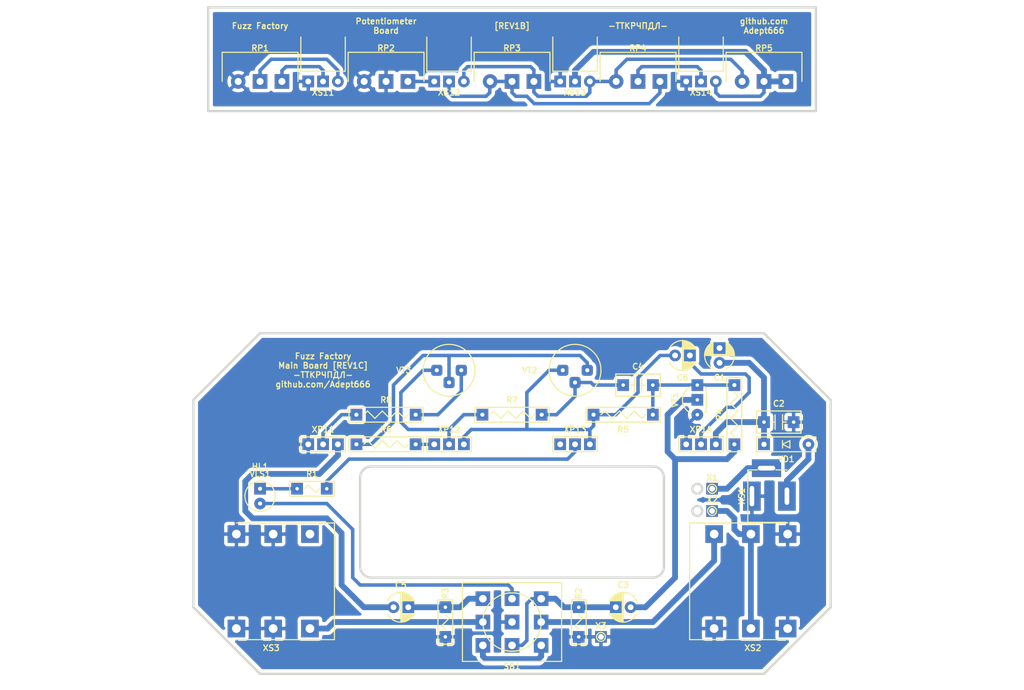
<source format=kicad_pcb>
(kicad_pcb (version 20171130) (host pcbnew 5.1.6-c6e7f7d~87~ubuntu19.10.1)

  (general
    (thickness 1.6)
    (drawings 38)
    (tracks 191)
    (zones 0)
    (modules 42)
    (nets 34)
  )

  (page A4)
  (title_block
    (title "Fuzz Factory")
    (date 2022-07-16)
    (rev MB:1C/PB:1B)
    (company "Igor Ivanov")
    (comment 1 https://github.com/Adept666)
    (comment 2 "This project is licensed under GNU General Public License v3.0 or later")
  )

  (layers
    (0 F.Cu jumper)
    (31 B.Cu signal)
    (37 F.SilkS user)
    (38 B.Mask user)
    (40 Dwgs.User user)
    (42 Eco1.User user)
    (44 Edge.Cuts user)
    (45 Margin user)
    (46 B.CrtYd user)
    (47 F.CrtYd user)
    (49 F.Fab user)
  )

  (setup
    (last_trace_width 1)
    (user_trace_width 0.6)
    (trace_clearance 0)
    (zone_clearance 0.6)
    (zone_45_only no)
    (trace_min 0.2)
    (via_size 2)
    (via_drill 1)
    (via_min_size 0.4)
    (via_min_drill 0.3)
    (uvia_size 0.3)
    (uvia_drill 0.1)
    (uvias_allowed no)
    (uvia_min_size 0)
    (uvia_min_drill 0)
    (edge_width 0.4)
    (segment_width 0.2)
    (pcb_text_width 0.3)
    (pcb_text_size 1.5 1.5)
    (mod_edge_width 0.15)
    (mod_text_size 1 1)
    (mod_text_width 0.15)
    (pad_size 2 2)
    (pad_drill 1)
    (pad_to_mask_clearance 0.2)
    (solder_mask_min_width 0.1)
    (aux_axis_origin 0 0)
    (visible_elements 7FFFFFFF)
    (pcbplotparams
      (layerselection 0x20000_7ffffffe)
      (usegerberextensions false)
      (usegerberattributes false)
      (usegerberadvancedattributes false)
      (creategerberjobfile false)
      (excludeedgelayer false)
      (linewidth 0.100000)
      (plotframeref true)
      (viasonmask false)
      (mode 1)
      (useauxorigin false)
      (hpglpennumber 1)
      (hpglpenspeed 20)
      (hpglpendiameter 15.000000)
      (psnegative false)
      (psa4output false)
      (plotreference false)
      (plotvalue true)
      (plotinvisibletext false)
      (padsonsilk true)
      (subtractmaskfromsilk false)
      (outputformat 4)
      (mirror false)
      (drillshape 0)
      (scaleselection 1)
      (outputdirectory ""))
  )

  (net 0 "")
  (net 1 COM)
  (net 2 /LED)
  (net 3 "Net-(SB1-PadNC1)")
  (net 4 /IN-CON)
  (net 5 /OUT-CON)
  (net 6 /PP3-POS)
  (net 7 /PP3-NEG)
  (net 8 "Net-(VD1-PadA)")
  (net 9 "Net-(HL1-PadA)")
  (net 10 "Net-(C3-Pad+)")
  (net 11 "Net-(C4-Pad1)")
  (net 12 "Net-(C4-Pad2)")
  (net 13 "Net-(R6-Pad2)")
  (net 14 "Net-(R8-Pad2)")
  (net 15 V)
  (net 16 /PB1)
  (net 17 /PBCOM)
  (net 18 /PB2)
  (net 19 /PB3)
  (net 20 /PB5)
  (net 21 /PB4)
  (net 22 /PBV)
  (net 23 /PB7)
  (net 24 /MB2)
  (net 25 /MB1)
  (net 26 /MB3)
  (net 27 /MB4)
  (net 28 /MB5)
  (net 29 /MB6)
  (net 30 /MB7)
  (net 31 "Net-(XS3-PadTN)")
  (net 32 /IN-CIR)
  (net 33 /OUT-CIR)

  (net_class Default "This is the default net class."
    (clearance 0)
    (trace_width 1)
    (via_dia 2)
    (via_drill 1)
    (uvia_dia 0.3)
    (uvia_drill 0.1)
    (add_net /IN-CIR)
    (add_net /IN-CON)
    (add_net /LED)
    (add_net /MB1)
    (add_net /MB2)
    (add_net /MB3)
    (add_net /MB4)
    (add_net /MB5)
    (add_net /MB6)
    (add_net /MB7)
    (add_net /OUT-CIR)
    (add_net /OUT-CON)
    (add_net /PB1)
    (add_net /PB2)
    (add_net /PB3)
    (add_net /PB4)
    (add_net /PB5)
    (add_net /PB7)
    (add_net /PBCOM)
    (add_net /PBV)
    (add_net /PP3-NEG)
    (add_net /PP3-POS)
    (add_net COM)
    (add_net "Net-(C3-Pad+)")
    (add_net "Net-(C4-Pad1)")
    (add_net "Net-(C4-Pad2)")
    (add_net "Net-(HL1-PadA)")
    (add_net "Net-(R6-Pad2)")
    (add_net "Net-(R8-Pad2)")
    (add_net "Net-(SB1-PadNC1)")
    (add_net "Net-(VD1-PadA)")
    (add_net "Net-(XS3-PadTN)")
    (add_net V)
  )

  (module KCL:LED-ROUND-05.0-UNI-SH-SPACER-PNL-5.3 (layer F.Cu) (tedit 61100F3A) (tstamp 60688D61)
    (at 104.14 114.3 90)
    (path /5E64318D)
    (fp_text reference HL1 (at 5.08 0 180) (layer F.SilkS)
      (effects (font (size 1 1) (thickness 0.2)))
    )
    (fp_text value FYL-5013UWC (at -3.81 0 180) (layer F.Fab)
      (effects (font (size 1 1) (thickness 0.2)))
    )
    (fp_circle (center 0 0) (end 2.5 0) (layer F.Fab) (width 0.2))
    (fp_line (start -2.5 -1.466994) (end -2.5 1.466994) (layer F.Fab) (width 0.2))
    (fp_circle (center 0 0) (end 2.65 0) (layer Eco1.User) (width 0.4))
    (fp_arc (start 0 0) (end -2.5 1.469694) (angle -299.1) (layer F.Fab) (width 0.2))
    (pad C thru_hole circle (at -1.27 0 90) (size 2 2) (drill 0.7) (layers B.Cu B.Mask)
      (net 2 /LED))
    (pad A thru_hole rect (at 1.27 0 90) (size 2 2) (drill 0.7) (layers B.Cu B.Mask)
      (net 9 "Net-(HL1-PadA)"))
  )

  (module KCL:P-КТЮ-3-6 (layer F.Cu) (tedit 60E1878C) (tstamp 5F30203A)
    (at 158.115 92.71)
    (path /5F315B5B)
    (fp_text reference VT2 (at -6.35 0) (layer F.SilkS)
      (effects (font (size 1 1) (thickness 0.2)) (justify right))
    )
    (fp_text value МП40 (at 0 0) (layer F.Fab)
      (effects (font (size 1 1) (thickness 0.2)))
    )
    (fp_circle (center 0 0) (end 5.85 0) (layer F.Fab) (width 0.2))
    (fp_circle (center 0 0) (end 4.445 0) (layer F.SilkS) (width 0.2))
    (fp_circle (center 0 0) (end 5.85 0) (layer F.CrtYd) (width 0.1))
    (fp_circle (center 0 0) (end 4.25 0) (layer F.Fab) (width 0.2))
    (pad B thru_hole roundrect (at 0 2.1) (size 1.9 1.9) (drill 0.7) (layers B.Cu B.Mask) (roundrect_rratio 0.25)
      (net 12 "Net-(C4-Pad2)"))
    (pad E thru_hole roundrect (at -2.1 0) (size 1.9 1.9) (drill 0.7) (layers B.Cu B.Mask) (roundrect_rratio 0.25)
      (net 28 /MB5))
    (pad C thru_hole roundrect (at 2.1 0) (size 1.9 1.9) (drill 0.7) (layers B.Cu B.Mask) (roundrect_rratio 0.25)
      (net 13 "Net-(R6-Pad2)"))
  )

  (module KCL:P-КТЮ-3-6 (layer F.Cu) (tedit 60E1878C) (tstamp 5F301981)
    (at 136.525 92.71)
    (path /5F32C814)
    (fp_text reference VT3 (at -6.35 0) (layer F.SilkS)
      (effects (font (size 1 1) (thickness 0.2)) (justify right))
    )
    (fp_text value МП40 (at 0 0) (layer F.Fab)
      (effects (font (size 1 1) (thickness 0.2)))
    )
    (fp_circle (center 0 0) (end 5.85 0) (layer F.Fab) (width 0.2))
    (fp_circle (center 0 0) (end 4.445 0) (layer F.SilkS) (width 0.2))
    (fp_circle (center 0 0) (end 5.85 0) (layer F.CrtYd) (width 0.1))
    (fp_circle (center 0 0) (end 4.25 0) (layer F.Fab) (width 0.2))
    (pad B thru_hole roundrect (at 0 2.1) (size 1.9 1.9) (drill 0.7) (layers B.Cu B.Mask) (roundrect_rratio 0.25)
      (net 13 "Net-(R6-Pad2)"))
    (pad E thru_hole roundrect (at -2.1 0) (size 1.9 1.9) (drill 0.7) (layers B.Cu B.Mask) (roundrect_rratio 0.25)
      (net 27 /MB4))
    (pad C thru_hole roundrect (at 2.1 0) (size 1.9 1.9) (drill 0.7) (layers B.Cu B.Mask) (roundrect_rratio 0.25)
      (net 14 "Net-(R8-Pad2)"))
  )

  (module KCL:P-TO-92-E-B-C (layer F.Cu) (tedit 5BD882D9) (tstamp 5F391366)
    (at 179.07 97.79 90)
    (path /5F310276)
    (fp_text reference VT1 (at 0 -3.81 90) (layer F.SilkS)
      (effects (font (size 1 1) (thickness 0.2)))
    )
    (fp_text value 3904 (at 0 0 90) (layer F.Fab)
      (effects (font (size 1 1) (thickness 0.2)))
    )
    (fp_line (start 2.84 -2.54) (end 2.84 1.525) (layer F.CrtYd) (width 0.1))
    (fp_line (start -2.84 -2.54) (end -2.84 1.525) (layer F.CrtYd) (width 0.1))
    (fp_line (start -2.84 1.525) (end 2.84 1.525) (layer F.CrtYd) (width 0.1))
    (fp_line (start -2.84 -2.54) (end 2.84 -2.54) (layer F.CrtYd) (width 0.1))
    (fp_line (start -2.032 1.524) (end 2.032 1.524) (layer F.SilkS) (width 0.2))
    (fp_line (start -2.03125 1.525) (end 2.03125 1.525) (layer F.Fab) (width 0.2))
    (fp_arc (start 0 0) (end -2.03125 1.525) (angle 253.8) (layer F.Fab) (width 0.2))
    (fp_arc (start 0 0) (end 0 -2.54) (angle -63.4) (layer F.SilkS) (width 0.2))
    (fp_arc (start 0 0) (end 0 -2.54) (angle 63.4) (layer F.SilkS) (width 0.2))
    (fp_arc (start 0 0) (end 2.032 1.524) (angle -10.30485656) (layer F.SilkS) (width 0.2))
    (fp_arc (start 0 0) (end -2.032 1.524) (angle 10.3) (layer F.SilkS) (width 0.2))
    (pad C thru_hole rect (at 2.54 0 90) (size 2 2) (drill 0.6) (layers *.Cu *.Mask)
      (net 11 "Net-(C4-Pad1)"))
    (pad B thru_hole rect (at 0 0 90) (size 2 2) (drill 0.6) (layers *.Cu *.Mask)
      (net 10 "Net-(C3-Pad+)"))
    (pad E thru_hole circle (at -2.54 0 90) (size 2 2) (drill 0.6) (layers *.Cu *.Mask)
      (net 1 COM))
  )

  (module SBEL:B013_C1 locked (layer F.Cu) (tedit 5F83402E) (tstamp 5F834B67)
    (at 147.32 115.57)
    (path /5E73CB02)
    (fp_text reference VE1 (at 0 -29.21) (layer F.SilkS) hide
      (effects (font (size 1 1) (thickness 0.2)))
    )
    (fp_text value B013 (at 0 -27.94) (layer F.Fab) hide
      (effects (font (size 1 1) (thickness 0.2)))
    )
    (fp_line (start 49 27.1) (end 49 30.45) (layer Eco1.User) (width 0.4))
    (fp_line (start -49 27.1) (end -49 30.45) (layer Eco1.User) (width 0.4))
    (fp_line (start 49 -30.45) (end 49 -27.1) (layer Eco1.User) (width 0.4))
    (fp_line (start -49 -30.45) (end -49 -27.1) (layer Eco1.User) (width 0.4))
    (fp_line (start 52.25 23.85) (end 55.75 23.85) (layer Eco1.User) (width 0.4))
    (fp_line (start -55.75 23.85) (end -52.25 23.85) (layer Eco1.User) (width 0.4))
    (fp_line (start 52.25 -23.85) (end 55.75 -23.85) (layer Eco1.User) (width 0.4))
    (fp_line (start -55.75 -23.85) (end -52.25 -23.85) (layer Eco1.User) (width 0.4))
    (fp_circle (center 52.25 27.1) (end 53.75 27.1) (layer Eco1.User) (width 0.4))
    (fp_circle (center -52.25 27.1) (end -50.75 27.1) (layer Eco1.User) (width 0.4))
    (fp_circle (center 52.25 -27.1) (end 53.75 -27.1) (layer Eco1.User) (width 0.4))
    (fp_circle (center -52.25 -27.1) (end -50.75 -27.1) (layer Eco1.User) (width 0.4))
    (fp_line (start 55.75 -30.45) (end 55.75 30.45) (layer Eco1.User) (width 0.4))
    (fp_line (start -55.75 -30.45) (end -55.75 30.45) (layer Eco1.User) (width 0.4))
    (fp_line (start -55.75 30.45) (end 55.75 30.45) (layer Eco1.User) (width 0.4))
    (fp_line (start -55.75 -30.45) (end 55.75 -30.45) (layer Eco1.User) (width 0.4))
    (fp_line (start 57.25 -31.8) (end 57.25 31.8) (layer Eco1.User) (width 0.4))
    (fp_line (start -57.25 -31.8) (end -57.25 31.8) (layer Eco1.User) (width 0.4))
    (fp_line (start -57.25 31.8) (end 57.25 31.8) (layer Eco1.User) (width 0.4))
    (fp_line (start -57.25 -31.8) (end 57.25 -31.8) (layer Eco1.User) (width 0.4))
    (fp_line (start -87.55 -31.8) (end -57.25 -31.8) (layer Eco1.User) (width 0.4))
    (fp_line (start 57.25 -31.8) (end 87.55 -31.8) (layer Eco1.User) (width 0.4))
    (fp_line (start -87.55 31.8) (end -57.25 31.8) (layer Eco1.User) (width 0.4))
    (fp_line (start 57.25 31.8) (end 87.55 31.8) (layer Eco1.User) (width 0.4))
    (fp_line (start -87.55 -31.8) (end -87.55 31.8) (layer Eco1.User) (width 0.4))
    (fp_line (start 87.55 -31.8) (end 87.55 31.8) (layer Eco1.User) (width 0.4))
    (fp_line (start -83.55 -31.8) (end -83.55 31.8) (layer Eco1.User) (width 0.4))
    (fp_line (start 83.55 -31.8) (end 83.55 31.8) (layer Eco1.User) (width 0.4))
    (fp_circle (center 70.9 -1.27) (end 76.4 -1.27) (layer Eco1.User) (width 0.4))
    (fp_circle (center -69.4 13.335) (end -63.4 13.335) (layer Eco1.User) (width 0.4))
    (fp_circle (center 69.4 13.335) (end 75.4 13.335) (layer Eco1.User) (width 0.4))
    (fp_arc (start -52.25 -27.1) (end -52.25 -23.85) (angle -90) (layer Eco1.User) (width 0.4))
    (fp_arc (start 52.25 -27.1) (end 49 -27.1) (angle -90) (layer Eco1.User) (width 0.4))
    (fp_arc (start -52.25 27.1) (end -49 27.1) (angle -90) (layer Eco1.User) (width 0.4))
    (fp_arc (start 52.25 27.1) (end 52.25 23.85) (angle -90) (layer Eco1.User) (width 0.4))
  )

  (module SBKCL:SW-PBS-24-302SP-2.5 (layer F.Cu) (tedit 606846B6) (tstamp 5DC671C0)
    (at 147.32 135.89)
    (path /5E643184)
    (fp_text reference SB1 (at 0 7.62) (layer F.SilkS)
      (effects (font (size 1 1) (thickness 0.2)))
    )
    (fp_text value PBS-24-302SP (at 0 0) (layer F.Fab)
      (effects (font (size 1 1) (thickness 0.2)))
    )
    (fp_circle (center 0 0) (end 5 0) (layer F.Fab) (width 0.2))
    (fp_line (start 8.5 -6.75) (end 8.5 6.75) (layer F.SilkS) (width 0.2))
    (fp_line (start -8.5 -6.75) (end -8.5 6.75) (layer F.SilkS) (width 0.2))
    (fp_line (start -8.5 6.75) (end 8.5 6.75) (layer F.SilkS) (width 0.2))
    (fp_line (start -8.5 -6.75) (end 8.5 -6.75) (layer F.SilkS) (width 0.2))
    (fp_line (start -8.5 6.75) (end 8.5 6.75) (layer F.Fab) (width 0.2))
    (fp_line (start 8.5 -6.75) (end 8.5 6.75) (layer F.Fab) (width 0.2))
    (fp_line (start -8.5 -6.75) (end -8.5 6.75) (layer F.Fab) (width 0.2))
    (fp_line (start -8.5 -6.75) (end 8.5 -6.75) (layer F.Fab) (width 0.2))
    (fp_line (start -8.5 -6.75) (end 8.5 -6.75) (layer F.CrtYd) (width 0.1))
    (fp_line (start -8.5 6.75) (end 8.5 6.75) (layer F.CrtYd) (width 0.1))
    (fp_line (start -8.5 -6.75) (end -8.5 6.75) (layer F.CrtYd) (width 0.1))
    (fp_line (start 8.5 -6.75) (end 8.5 6.75) (layer F.CrtYd) (width 0.1))
    (fp_circle (center 0 0) (end 6.5 0) (layer Eco1.User) (width 0.4))
    (fp_circle (center 0 0) (end 6 0) (layer F.Fab) (width 0.2))
    (fp_arc (start 0 0) (end 0 -5) (angle 81.3) (layer F.SilkS) (width 0.2))
    (fp_arc (start 0 0) (end 0 5) (angle 81.25383774) (layer F.SilkS) (width 0.2))
    (fp_arc (start 0 0) (end 0 5) (angle -81.3) (layer F.SilkS) (width 0.2))
    (fp_arc (start 0 0) (end 0 -5) (angle -81.25383774) (layer F.SilkS) (width 0.2))
    (pad COM3 thru_hole rect (at 5 0) (size 2.5 2.5) (drill 1.3) (layers B.Cu B.Mask)
      (net 4 /IN-CON))
    (pad NC3 thru_hole rect (at 5 4) (size 2.5 2.5) (drill 1.3) (layers B.Cu B.Mask)
      (net 3 "Net-(SB1-PadNC1)"))
    (pad NO3 thru_hole rect (at 5 -4) (size 2.5 2.5) (drill 1.3) (layers B.Cu B.Mask)
      (net 32 /IN-CIR))
    (pad COM2 thru_hole rect (at 0 0) (size 2.5 2.5) (drill 1.3) (layers B.Cu B.Mask)
      (net 1 COM))
    (pad NC2 thru_hole rect (at 0 4) (size 2.5 2.5) (drill 1.3) (layers B.Cu B.Mask)
      (net 32 /IN-CIR))
    (pad NO2 thru_hole rect (at 0 -4) (size 2.5 2.5) (drill 1.3) (layers B.Cu B.Mask)
      (net 2 /LED))
    (pad NO1 thru_hole rect (at -5 -4) (size 2.5 2.5) (drill 1.3) (layers B.Cu B.Mask)
      (net 33 /OUT-CIR))
    (pad COM1 thru_hole rect (at -5 0) (size 2.5 2.5) (drill 1.3) (layers B.Cu B.Mask)
      (net 5 /OUT-CON))
    (pad NC1 thru_hole rect (at -5 4) (size 2.5 2.5) (drill 1.3) (layers B.Cu B.Mask)
      (net 3 "Net-(SB1-PadNC1)"))
  )

  (module KCL:CON-PLS-03 (layer F.Cu) (tedit 5DA59ABE) (tstamp 5F831DD7)
    (at 114.935 105.41 180)
    (path /5F9AB078)
    (fp_text reference XP11 (at 0 2.54) (layer F.SilkS)
      (effects (font (size 1 1) (thickness 0.2)))
    )
    (fp_text value PLS-03 (at 0 0) (layer F.Fab)
      (effects (font (size 1 1) (thickness 0.2)))
    )
    (fp_line (start 3.81 -1.27) (end 3.81 1.27) (layer F.CrtYd) (width 0.1))
    (fp_line (start -3.81 -1.27) (end -3.81 1.27) (layer F.CrtYd) (width 0.1))
    (fp_line (start -3.81 1.27) (end 3.81 1.27) (layer F.CrtYd) (width 0.1))
    (fp_line (start -3.81 -1.27) (end 3.81 -1.27) (layer F.CrtYd) (width 0.1))
    (fp_line (start 3.81 -1.27) (end 3.81 1.27) (layer F.SilkS) (width 0.2))
    (fp_line (start -3.81 -1.27) (end -3.81 1.27) (layer F.SilkS) (width 0.2))
    (fp_line (start -3.81 1.27) (end 3.81 1.27) (layer F.SilkS) (width 0.2))
    (fp_line (start -3.81 -1.27) (end 3.81 -1.27) (layer F.SilkS) (width 0.2))
    (fp_line (start -3.81 -1.27) (end 3.81 -1.27) (layer F.Fab) (width 0.2))
    (fp_line (start -3.81 1.27) (end 3.81 1.27) (layer F.Fab) (width 0.2))
    (fp_line (start -3.81 -1.27) (end -3.81 1.27) (layer F.Fab) (width 0.2))
    (fp_line (start 3.81 -1.27) (end 3.81 1.27) (layer F.Fab) (width 0.2))
    (pad 1 thru_hole rect (at -2.54 0 180) (size 2 2) (drill 1) (layers B.Cu B.Mask)
      (net 24 /MB2))
    (pad 2 thru_hole rect (at 0 0 180) (size 2 2) (drill 1) (layers B.Cu B.Mask)
      (net 25 /MB1))
    (pad 3 thru_hole rect (at 2.54 0 180) (size 2 2) (drill 1) (layers B.Cu B.Mask)
      (net 1 COM))
  )

  (module KCL:R-MFR-12 (layer F.Cu) (tedit 5D7AAF20) (tstamp 5F82F1E6)
    (at 158.75 135.89 90)
    (path /5E774F49)
    (fp_text reference R2 (at 3.81 0 90) (layer F.SilkS)
      (effects (font (size 1 1) (thickness 0.2)) (justify left))
    )
    (fp_text value 105 (at 0 0 90) (layer F.Fab)
      (effects (font (size 1 1) (thickness 0.2)))
    )
    (fp_line (start 0.635 0.635) (end 1.27 0) (layer F.SilkS) (width 0.2))
    (fp_line (start -0.635 -0.635) (end 0.635 0.635) (layer F.SilkS) (width 0.2))
    (fp_line (start -1.27 0) (end -0.635 -0.635) (layer F.SilkS) (width 0.2))
    (fp_line (start -3.81 1.27) (end -3.81 -1.27) (layer F.CrtYd) (width 0.1))
    (fp_line (start 3.81 1.27) (end -3.81 1.27) (layer F.CrtYd) (width 0.1))
    (fp_line (start 3.81 -1.27) (end 3.81 1.27) (layer F.CrtYd) (width 0.1))
    (fp_line (start -3.81 -1.27) (end 3.81 -1.27) (layer F.CrtYd) (width 0.1))
    (fp_line (start 3.81 -1.27) (end 3.81 1.27) (layer F.SilkS) (width 0.2))
    (fp_line (start -3.81 -1.27) (end -3.81 1.27) (layer F.SilkS) (width 0.2))
    (fp_line (start -3.81 1.27) (end 3.81 1.27) (layer F.SilkS) (width 0.2))
    (fp_line (start -3.81 -1.27) (end 3.81 -1.27) (layer F.SilkS) (width 0.2))
    (fp_line (start 1.7 -0.95) (end 1.7 0.95) (layer F.Fab) (width 0.2))
    (fp_line (start -1.7 -0.95) (end -1.7 0.95) (layer F.Fab) (width 0.2))
    (fp_line (start -1.7 0.95) (end 1.7 0.95) (layer F.Fab) (width 0.2))
    (fp_line (start -1.7 -0.95) (end 1.7 -0.95) (layer F.Fab) (width 0.2))
    (pad 1 thru_hole rect (at -2.54 0 90) (size 2 2) (drill 0.6) (layers *.Cu *.Mask)
      (net 1 COM))
    (pad 2 thru_hole rect (at 2.54 0 90) (size 2 2) (drill 0.6) (layers *.Cu *.Mask)
      (net 32 /IN-CIR))
  )

  (module KCL:CP-RADIAL-D05.0-P02.0-CLS (layer F.Cu) (tedit 5F1072EC) (tstamp 5F2F9219)
    (at 128.27 133.35)
    (path /5F23D482)
    (fp_text reference C5 (at 0 -3.81) (layer F.SilkS)
      (effects (font (size 1 1) (thickness 0.2)))
    )
    (fp_text value 106 (at 0 0) (layer F.Fab)
      (effects (font (size 1 1) (thickness 0.2)))
    )
    (fp_circle (center 0 0) (end 2.286 -1.143) (layer F.CrtYd) (width 0.1))
    (fp_circle (center 0 0) (end 2.5 0) (layer F.Fab) (width 0.2))
    (fp_poly (pts (xy 0 -2.54) (xy 0.762 -2.413) (xy 1.905 -1.651) (xy 2.286 -1.143)
      (xy 0.127 -1.143) (xy 0.127 1.143) (xy 2.286 1.143) (xy 1.905 1.651)
      (xy 0.762 2.413) (xy 0 2.54)) (layer F.SilkS) (width 0.2))
    (fp_arc (start 0 0) (end -2.285999 1.142999) (angle -126.8698976) (layer F.SilkS) (width 0.2))
    (fp_arc (start 0 0) (end 2.285999 -1.142999) (angle -126.8698976) (layer F.SilkS) (width 0.2))
    (pad + thru_hole circle (at -1.27 0) (size 2 2) (drill 1) (layers B.Cu B.Mask)
      (net 24 /MB2))
    (pad - thru_hole rect (at 1.27 0) (size 2 2) (drill 1) (layers B.Cu B.Mask)
      (net 33 /OUT-CIR))
  )

  (module KCL:CP-RADIAL-D05.0-P02.0-CLS (layer F.Cu) (tedit 5F1072EC) (tstamp 5F2F9201)
    (at 166.37 133.35 180)
    (path /5F241D61)
    (fp_text reference C3 (at 0 3.81) (layer F.SilkS)
      (effects (font (size 1 1) (thickness 0.2)))
    )
    (fp_text value 106 (at 0 0) (layer F.Fab)
      (effects (font (size 1 1) (thickness 0.2)))
    )
    (fp_circle (center 0 0) (end 2.286 -1.143) (layer F.CrtYd) (width 0.1))
    (fp_circle (center 0 0) (end 2.5 0) (layer F.Fab) (width 0.2))
    (fp_poly (pts (xy 0 -2.54) (xy 0.762 -2.413) (xy 1.905 -1.651) (xy 2.286 -1.143)
      (xy 0.127 -1.143) (xy 0.127 1.143) (xy 2.286 1.143) (xy 1.905 1.651)
      (xy 0.762 2.413) (xy 0 2.54)) (layer F.SilkS) (width 0.2))
    (fp_arc (start 0 0) (end -2.285999 1.142999) (angle -126.8698976) (layer F.SilkS) (width 0.2))
    (fp_arc (start 0 0) (end 2.285999 -1.142999) (angle -126.8698976) (layer F.SilkS) (width 0.2))
    (pad + thru_hole circle (at -1.27 0 180) (size 2 2) (drill 1) (layers B.Cu B.Mask)
      (net 10 "Net-(C3-Pad+)"))
    (pad - thru_hole rect (at 1.27 0 180) (size 2 2) (drill 1) (layers B.Cu B.Mask)
      (net 32 /IN-CIR))
  )

  (module KCL:CP-RADIAL-D05.0-P02.0-CLS (layer F.Cu) (tedit 5F1072EC) (tstamp 5F312E76)
    (at 176.53 90.17)
    (path /5F1FD3C8)
    (fp_text reference C6 (at 0 3.81) (layer F.SilkS)
      (effects (font (size 1 1) (thickness 0.2)))
    )
    (fp_text value 106 (at 0 0) (layer F.Fab)
      (effects (font (size 1 1) (thickness 0.2)))
    )
    (fp_circle (center 0 0) (end 2.286 -1.143) (layer F.CrtYd) (width 0.1))
    (fp_circle (center 0 0) (end 2.5 0) (layer F.Fab) (width 0.2))
    (fp_poly (pts (xy 0 -2.54) (xy 0.762 -2.413) (xy 1.905 -1.651) (xy 2.286 -1.143)
      (xy 0.127 -1.143) (xy 0.127 1.143) (xy 2.286 1.143) (xy 1.905 1.651)
      (xy 0.762 2.413) (xy 0 2.54)) (layer F.SilkS) (width 0.2))
    (fp_arc (start 0 0) (end -2.285999 1.142999) (angle -126.8698976) (layer F.SilkS) (width 0.2))
    (fp_arc (start 0 0) (end 2.285999 -1.142999) (angle -126.8698976) (layer F.SilkS) (width 0.2))
    (pad + thru_hole circle (at -1.27 0) (size 2 2) (drill 1) (layers B.Cu B.Mask)
      (net 28 /MB5))
    (pad - thru_hole rect (at 1.27 0) (size 2 2) (drill 1) (layers B.Cu B.Mask)
      (net 30 /MB7))
  )

  (module KCL:R-MFR-12 (layer F.Cu) (tedit 5D7AAF20) (tstamp 5F2F93C0)
    (at 135.89 135.89 90)
    (path /5F2B1A32)
    (fp_text reference R3 (at 3.81 0 90) (layer F.SilkS)
      (effects (font (size 1 1) (thickness 0.2)) (justify left))
    )
    (fp_text value 224 (at 0 0 90) (layer F.Fab)
      (effects (font (size 1 1) (thickness 0.2)))
    )
    (fp_line (start 0.635 0.635) (end 1.27 0) (layer F.SilkS) (width 0.2))
    (fp_line (start -0.635 -0.635) (end 0.635 0.635) (layer F.SilkS) (width 0.2))
    (fp_line (start -1.27 0) (end -0.635 -0.635) (layer F.SilkS) (width 0.2))
    (fp_line (start -3.81 1.27) (end -3.81 -1.27) (layer F.CrtYd) (width 0.1))
    (fp_line (start 3.81 1.27) (end -3.81 1.27) (layer F.CrtYd) (width 0.1))
    (fp_line (start 3.81 -1.27) (end 3.81 1.27) (layer F.CrtYd) (width 0.1))
    (fp_line (start -3.81 -1.27) (end 3.81 -1.27) (layer F.CrtYd) (width 0.1))
    (fp_line (start 3.81 -1.27) (end 3.81 1.27) (layer F.SilkS) (width 0.2))
    (fp_line (start -3.81 -1.27) (end -3.81 1.27) (layer F.SilkS) (width 0.2))
    (fp_line (start -3.81 1.27) (end 3.81 1.27) (layer F.SilkS) (width 0.2))
    (fp_line (start -3.81 -1.27) (end 3.81 -1.27) (layer F.SilkS) (width 0.2))
    (fp_line (start 1.7 -0.95) (end 1.7 0.95) (layer F.Fab) (width 0.2))
    (fp_line (start -1.7 -0.95) (end -1.7 0.95) (layer F.Fab) (width 0.2))
    (fp_line (start -1.7 0.95) (end 1.7 0.95) (layer F.Fab) (width 0.2))
    (fp_line (start -1.7 -0.95) (end 1.7 -0.95) (layer F.Fab) (width 0.2))
    (pad 1 thru_hole rect (at -2.54 0 90) (size 2 2) (drill 0.6) (layers *.Cu *.Mask)
      (net 1 COM))
    (pad 2 thru_hole rect (at 2.54 0 90) (size 2 2) (drill 0.6) (layers *.Cu *.Mask)
      (net 33 /OUT-CIR))
  )

  (module KCL:R-MFR-25 (layer F.Cu) (tedit 5D7AAEF9) (tstamp 5F2F93AB)
    (at 125.73 100.33)
    (path /5F0D93F4)
    (fp_text reference R8 (at 0 -2.54) (layer F.SilkS)
      (effects (font (size 1 1) (thickness 0.2)))
    )
    (fp_text value 512 (at 0 0) (layer F.Fab)
      (effects (font (size 1 1) (thickness 0.2)))
    )
    (fp_line (start 3.175 0.635) (end 3.81 0) (layer F.SilkS) (width 0.2))
    (fp_line (start 1.905 -0.635) (end 3.175 0.635) (layer F.SilkS) (width 0.2))
    (fp_line (start 0.635 0.635) (end 1.905 -0.635) (layer F.SilkS) (width 0.2))
    (fp_line (start -0.635 -0.635) (end 0.635 0.635) (layer F.SilkS) (width 0.2))
    (fp_line (start -1.905 0.635) (end -0.635 -0.635) (layer F.SilkS) (width 0.2))
    (fp_line (start -3.175 -0.635) (end -1.905 0.635) (layer F.SilkS) (width 0.2))
    (fp_line (start -3.81 0) (end -3.175 -0.635) (layer F.SilkS) (width 0.2))
    (fp_line (start -6.35 1.27) (end -6.35 -1.27) (layer F.CrtYd) (width 0.1))
    (fp_line (start 6.35 1.27) (end -6.35 1.27) (layer F.CrtYd) (width 0.1))
    (fp_line (start 6.35 -1.27) (end 6.35 1.27) (layer F.CrtYd) (width 0.1))
    (fp_line (start -6.35 -1.27) (end 6.35 -1.27) (layer F.CrtYd) (width 0.1))
    (fp_line (start 6.35 -1.27) (end 6.35 1.27) (layer F.SilkS) (width 0.2))
    (fp_line (start -6.35 -1.27) (end -6.35 1.27) (layer F.SilkS) (width 0.2))
    (fp_line (start -6.35 1.27) (end 6.35 1.27) (layer F.SilkS) (width 0.2))
    (fp_line (start -6.35 -1.27) (end 6.35 -1.27) (layer F.SilkS) (width 0.2))
    (fp_line (start 3.15 -1.2) (end 3.15 1.2) (layer F.Fab) (width 0.2))
    (fp_line (start -3.15 -1.2) (end -3.15 1.2) (layer F.Fab) (width 0.2))
    (fp_line (start -3.15 1.2) (end 3.15 1.2) (layer F.Fab) (width 0.2))
    (fp_line (start -3.15 -1.2) (end 3.15 -1.2) (layer F.Fab) (width 0.2))
    (pad 1 thru_hole rect (at -5.08 0) (size 2 2) (drill 0.7) (layers *.Cu *.Mask)
      (net 25 /MB1))
    (pad 2 thru_hole rect (at 5.08 0) (size 2 2) (drill 0.7) (layers *.Cu *.Mask)
      (net 14 "Net-(R8-Pad2)"))
  )

  (module KCL:R-MFR-25 (layer F.Cu) (tedit 5D7AAEF9) (tstamp 5F391FBC)
    (at 147.32 100.33 180)
    (path /5F1F1A20)
    (fp_text reference R7 (at 0 2.54) (layer F.SilkS)
      (effects (font (size 1 1) (thickness 0.2)))
    )
    (fp_text value 473 (at 0 0) (layer F.Fab)
      (effects (font (size 1 1) (thickness 0.2)))
    )
    (fp_line (start 3.175 0.635) (end 3.81 0) (layer F.SilkS) (width 0.2))
    (fp_line (start 1.905 -0.635) (end 3.175 0.635) (layer F.SilkS) (width 0.2))
    (fp_line (start 0.635 0.635) (end 1.905 -0.635) (layer F.SilkS) (width 0.2))
    (fp_line (start -0.635 -0.635) (end 0.635 0.635) (layer F.SilkS) (width 0.2))
    (fp_line (start -1.905 0.635) (end -0.635 -0.635) (layer F.SilkS) (width 0.2))
    (fp_line (start -3.175 -0.635) (end -1.905 0.635) (layer F.SilkS) (width 0.2))
    (fp_line (start -3.81 0) (end -3.175 -0.635) (layer F.SilkS) (width 0.2))
    (fp_line (start -6.35 1.27) (end -6.35 -1.27) (layer F.CrtYd) (width 0.1))
    (fp_line (start 6.35 1.27) (end -6.35 1.27) (layer F.CrtYd) (width 0.1))
    (fp_line (start 6.35 -1.27) (end 6.35 1.27) (layer F.CrtYd) (width 0.1))
    (fp_line (start -6.35 -1.27) (end 6.35 -1.27) (layer F.CrtYd) (width 0.1))
    (fp_line (start 6.35 -1.27) (end 6.35 1.27) (layer F.SilkS) (width 0.2))
    (fp_line (start -6.35 -1.27) (end -6.35 1.27) (layer F.SilkS) (width 0.2))
    (fp_line (start -6.35 1.27) (end 6.35 1.27) (layer F.SilkS) (width 0.2))
    (fp_line (start -6.35 -1.27) (end 6.35 -1.27) (layer F.SilkS) (width 0.2))
    (fp_line (start 3.15 -1.2) (end 3.15 1.2) (layer F.Fab) (width 0.2))
    (fp_line (start -3.15 -1.2) (end -3.15 1.2) (layer F.Fab) (width 0.2))
    (fp_line (start -3.15 1.2) (end 3.15 1.2) (layer F.Fab) (width 0.2))
    (fp_line (start -3.15 -1.2) (end 3.15 -1.2) (layer F.Fab) (width 0.2))
    (pad 1 thru_hole rect (at -5.08 0 180) (size 2 2) (drill 0.7) (layers *.Cu *.Mask)
      (net 12 "Net-(C4-Pad2)"))
    (pad 2 thru_hole rect (at 5.08 0 180) (size 2 2) (drill 0.7) (layers *.Cu *.Mask)
      (net 27 /MB4))
  )

  (module KCL:R-MFR-25 (layer F.Cu) (tedit 5D7AAEF9) (tstamp 5F2F9379)
    (at 125.73 105.41 180)
    (path /5F0D72FE)
    (fp_text reference R6 (at 0 2.54) (layer F.SilkS)
      (effects (font (size 1 1) (thickness 0.2)))
    )
    (fp_text value 471 (at 0 0) (layer F.Fab)
      (effects (font (size 1 1) (thickness 0.2)))
    )
    (fp_line (start 3.175 0.635) (end 3.81 0) (layer F.SilkS) (width 0.2))
    (fp_line (start 1.905 -0.635) (end 3.175 0.635) (layer F.SilkS) (width 0.2))
    (fp_line (start 0.635 0.635) (end 1.905 -0.635) (layer F.SilkS) (width 0.2))
    (fp_line (start -0.635 -0.635) (end 0.635 0.635) (layer F.SilkS) (width 0.2))
    (fp_line (start -1.905 0.635) (end -0.635 -0.635) (layer F.SilkS) (width 0.2))
    (fp_line (start -3.175 -0.635) (end -1.905 0.635) (layer F.SilkS) (width 0.2))
    (fp_line (start -3.81 0) (end -3.175 -0.635) (layer F.SilkS) (width 0.2))
    (fp_line (start -6.35 1.27) (end -6.35 -1.27) (layer F.CrtYd) (width 0.1))
    (fp_line (start 6.35 1.27) (end -6.35 1.27) (layer F.CrtYd) (width 0.1))
    (fp_line (start 6.35 -1.27) (end 6.35 1.27) (layer F.CrtYd) (width 0.1))
    (fp_line (start -6.35 -1.27) (end 6.35 -1.27) (layer F.CrtYd) (width 0.1))
    (fp_line (start 6.35 -1.27) (end 6.35 1.27) (layer F.SilkS) (width 0.2))
    (fp_line (start -6.35 -1.27) (end -6.35 1.27) (layer F.SilkS) (width 0.2))
    (fp_line (start -6.35 1.27) (end 6.35 1.27) (layer F.SilkS) (width 0.2))
    (fp_line (start -6.35 -1.27) (end 6.35 -1.27) (layer F.SilkS) (width 0.2))
    (fp_line (start 3.15 -1.2) (end 3.15 1.2) (layer F.Fab) (width 0.2))
    (fp_line (start -3.15 -1.2) (end -3.15 1.2) (layer F.Fab) (width 0.2))
    (fp_line (start -3.15 1.2) (end 3.15 1.2) (layer F.Fab) (width 0.2))
    (fp_line (start -3.15 -1.2) (end 3.15 -1.2) (layer F.Fab) (width 0.2))
    (pad 1 thru_hole rect (at -5.08 0 180) (size 2 2) (drill 0.7) (layers *.Cu *.Mask)
      (net 26 /MB3))
    (pad 2 thru_hole rect (at 5.08 0 180) (size 2 2) (drill 0.7) (layers *.Cu *.Mask)
      (net 13 "Net-(R6-Pad2)"))
  )

  (module KCL:R-MFR-25 (layer F.Cu) (tedit 5D7AAEF9) (tstamp 5F8345E1)
    (at 166.37 100.33 180)
    (path /5F18409A)
    (fp_text reference R5 (at 0 -2.54) (layer F.SilkS)
      (effects (font (size 1 1) (thickness 0.2)))
    )
    (fp_text value 103 (at 0 0) (layer F.Fab)
      (effects (font (size 1 1) (thickness 0.2)))
    )
    (fp_line (start 3.175 0.635) (end 3.81 0) (layer F.SilkS) (width 0.2))
    (fp_line (start 1.905 -0.635) (end 3.175 0.635) (layer F.SilkS) (width 0.2))
    (fp_line (start 0.635 0.635) (end 1.905 -0.635) (layer F.SilkS) (width 0.2))
    (fp_line (start -0.635 -0.635) (end 0.635 0.635) (layer F.SilkS) (width 0.2))
    (fp_line (start -1.905 0.635) (end -0.635 -0.635) (layer F.SilkS) (width 0.2))
    (fp_line (start -3.175 -0.635) (end -1.905 0.635) (layer F.SilkS) (width 0.2))
    (fp_line (start -3.81 0) (end -3.175 -0.635) (layer F.SilkS) (width 0.2))
    (fp_line (start -6.35 1.27) (end -6.35 -1.27) (layer F.CrtYd) (width 0.1))
    (fp_line (start 6.35 1.27) (end -6.35 1.27) (layer F.CrtYd) (width 0.1))
    (fp_line (start 6.35 -1.27) (end 6.35 1.27) (layer F.CrtYd) (width 0.1))
    (fp_line (start -6.35 -1.27) (end 6.35 -1.27) (layer F.CrtYd) (width 0.1))
    (fp_line (start 6.35 -1.27) (end 6.35 1.27) (layer F.SilkS) (width 0.2))
    (fp_line (start -6.35 -1.27) (end -6.35 1.27) (layer F.SilkS) (width 0.2))
    (fp_line (start -6.35 1.27) (end 6.35 1.27) (layer F.SilkS) (width 0.2))
    (fp_line (start -6.35 -1.27) (end 6.35 -1.27) (layer F.SilkS) (width 0.2))
    (fp_line (start 3.15 -1.2) (end 3.15 1.2) (layer F.Fab) (width 0.2))
    (fp_line (start -3.15 -1.2) (end -3.15 1.2) (layer F.Fab) (width 0.2))
    (fp_line (start -3.15 1.2) (end 3.15 1.2) (layer F.Fab) (width 0.2))
    (fp_line (start -3.15 -1.2) (end 3.15 -1.2) (layer F.Fab) (width 0.2))
    (pad 1 thru_hole rect (at -5.08 0 180) (size 2 2) (drill 0.7) (layers *.Cu *.Mask)
      (net 11 "Net-(C4-Pad1)"))
    (pad 2 thru_hole rect (at 5.08 0 180) (size 2 2) (drill 0.7) (layers *.Cu *.Mask)
      (net 28 /MB5))
  )

  (module KCL:R-MFR-25 (layer F.Cu) (tedit 5D7AAEF9) (tstamp 5F83426A)
    (at 185.42 100.33 90)
    (path /5F18B771)
    (fp_text reference R4 (at 0 -2.54 90) (layer F.SilkS)
      (effects (font (size 1 1) (thickness 0.2)))
    )
    (fp_text value 224 (at 0 0 90) (layer F.Fab)
      (effects (font (size 1 1) (thickness 0.2)))
    )
    (fp_line (start 3.175 0.635) (end 3.81 0) (layer F.SilkS) (width 0.2))
    (fp_line (start 1.905 -0.635) (end 3.175 0.635) (layer F.SilkS) (width 0.2))
    (fp_line (start 0.635 0.635) (end 1.905 -0.635) (layer F.SilkS) (width 0.2))
    (fp_line (start -0.635 -0.635) (end 0.635 0.635) (layer F.SilkS) (width 0.2))
    (fp_line (start -1.905 0.635) (end -0.635 -0.635) (layer F.SilkS) (width 0.2))
    (fp_line (start -3.175 -0.635) (end -1.905 0.635) (layer F.SilkS) (width 0.2))
    (fp_line (start -3.81 0) (end -3.175 -0.635) (layer F.SilkS) (width 0.2))
    (fp_line (start -6.35 1.27) (end -6.35 -1.27) (layer F.CrtYd) (width 0.1))
    (fp_line (start 6.35 1.27) (end -6.35 1.27) (layer F.CrtYd) (width 0.1))
    (fp_line (start 6.35 -1.27) (end 6.35 1.27) (layer F.CrtYd) (width 0.1))
    (fp_line (start -6.35 -1.27) (end 6.35 -1.27) (layer F.CrtYd) (width 0.1))
    (fp_line (start 6.35 -1.27) (end 6.35 1.27) (layer F.SilkS) (width 0.2))
    (fp_line (start -6.35 -1.27) (end -6.35 1.27) (layer F.SilkS) (width 0.2))
    (fp_line (start -6.35 1.27) (end 6.35 1.27) (layer F.SilkS) (width 0.2))
    (fp_line (start -6.35 -1.27) (end 6.35 -1.27) (layer F.SilkS) (width 0.2))
    (fp_line (start 3.15 -1.2) (end 3.15 1.2) (layer F.Fab) (width 0.2))
    (fp_line (start -3.15 -1.2) (end -3.15 1.2) (layer F.Fab) (width 0.2))
    (fp_line (start -3.15 1.2) (end 3.15 1.2) (layer F.Fab) (width 0.2))
    (fp_line (start -3.15 -1.2) (end 3.15 -1.2) (layer F.Fab) (width 0.2))
    (pad 1 thru_hole rect (at -5.08 0 90) (size 2 2) (drill 0.7) (layers *.Cu *.Mask)
      (net 10 "Net-(C3-Pad+)"))
    (pad 2 thru_hole rect (at 5.08 0 90) (size 2 2) (drill 0.7) (layers *.Cu *.Mask)
      (net 11 "Net-(C4-Pad1)"))
  )

  (module KCL:C-DISK-D04.2-T03.0-P05.08-d0.5 (layer F.Cu) (tedit 5BCF2C49) (tstamp 5F2F923A)
    (at 168.91 95.25 180)
    (path /5F1C0224)
    (fp_text reference C4 (at 0 3.175) (layer F.SilkS)
      (effects (font (size 1 1) (thickness 0.2)))
    )
    (fp_text value 104 (at 0 0) (layer F.Fab)
      (effects (font (size 1 1) (thickness 0.2)))
    )
    (fp_line (start 3.81 -1.905) (end 3.81 1.905) (layer F.CrtYd) (width 0.1))
    (fp_line (start -3.81 -1.905) (end -3.81 1.905) (layer F.CrtYd) (width 0.1))
    (fp_line (start -3.81 1.905) (end 3.81 1.905) (layer F.CrtYd) (width 0.1))
    (fp_line (start -3.81 -1.905) (end 3.81 -1.905) (layer F.CrtYd) (width 0.1))
    (fp_line (start 0.635 -1.27) (end 0.635 1.27) (layer F.SilkS) (width 0.2))
    (fp_line (start -0.635 -1.27) (end -0.635 1.27) (layer F.SilkS) (width 0.2))
    (fp_line (start 0.635 0) (end 1.27 0) (layer F.SilkS) (width 0.2))
    (fp_line (start -1.27 0) (end -0.635 0) (layer F.SilkS) (width 0.2))
    (fp_line (start 3.81 -1.905) (end 3.81 1.905) (layer F.SilkS) (width 0.2))
    (fp_line (start -3.81 -1.905) (end -3.81 1.905) (layer F.SilkS) (width 0.2))
    (fp_line (start -3.81 1.905) (end 3.81 1.905) (layer F.SilkS) (width 0.2))
    (fp_line (start -3.81 -1.905) (end 3.81 -1.905) (layer F.SilkS) (width 0.2))
    (fp_line (start -0.6 1.5) (end 0.6 1.5) (layer F.Fab) (width 0.2))
    (fp_line (start -0.6 -1.5) (end 0.6 -1.5) (layer F.Fab) (width 0.2))
    (fp_arc (start 0.6 0) (end 0.6 1.5) (angle -180) (layer F.Fab) (width 0.2))
    (fp_arc (start -0.6 0) (end -0.6 -1.5) (angle -180) (layer F.Fab) (width 0.2))
    (pad 1 thru_hole rect (at -2.54 0 180) (size 2 2) (drill 0.6) (layers *.Cu *.Mask)
      (net 11 "Net-(C4-Pad1)"))
    (pad 2 thru_hole rect (at 2.54 0 180) (size 2 2) (drill 0.6) (layers *.Cu *.Mask)
      (net 12 "Net-(C4-Pad2)"))
  )

  (module KCL:CON-PLS-03 (layer F.Cu) (tedit 5DA59ABE) (tstamp 5F3047D7)
    (at 158.115 105.41 180)
    (path /5FA559CE)
    (fp_text reference XP13 (at 0 2.54) (layer F.SilkS)
      (effects (font (size 1 1) (thickness 0.2)))
    )
    (fp_text value PLS-03 (at 0 0) (layer F.Fab)
      (effects (font (size 1 1) (thickness 0.2)))
    )
    (fp_line (start 3.81 -1.27) (end 3.81 1.27) (layer F.CrtYd) (width 0.1))
    (fp_line (start -3.81 -1.27) (end -3.81 1.27) (layer F.CrtYd) (width 0.1))
    (fp_line (start -3.81 1.27) (end 3.81 1.27) (layer F.CrtYd) (width 0.1))
    (fp_line (start -3.81 -1.27) (end 3.81 -1.27) (layer F.CrtYd) (width 0.1))
    (fp_line (start 3.81 -1.27) (end 3.81 1.27) (layer F.SilkS) (width 0.2))
    (fp_line (start -3.81 -1.27) (end -3.81 1.27) (layer F.SilkS) (width 0.2))
    (fp_line (start -3.81 1.27) (end 3.81 1.27) (layer F.SilkS) (width 0.2))
    (fp_line (start -3.81 -1.27) (end 3.81 -1.27) (layer F.SilkS) (width 0.2))
    (fp_line (start -3.81 -1.27) (end 3.81 -1.27) (layer F.Fab) (width 0.2))
    (fp_line (start -3.81 1.27) (end 3.81 1.27) (layer F.Fab) (width 0.2))
    (fp_line (start -3.81 -1.27) (end -3.81 1.27) (layer F.Fab) (width 0.2))
    (fp_line (start 3.81 -1.27) (end 3.81 1.27) (layer F.Fab) (width 0.2))
    (pad 1 thru_hole rect (at -2.54 0 180) (size 2 2) (drill 1) (layers B.Cu B.Mask)
      (net 28 /MB5))
    (pad 2 thru_hole rect (at 0 0 180) (size 2 2) (drill 1) (layers B.Cu B.Mask)
      (net 15 V))
    (pad 3 thru_hole rect (at 2.54 0 180) (size 2 2) (drill 1) (layers B.Cu B.Mask)
      (net 29 /MB6))
  )

  (module KCL:CON-PLS-03 (layer F.Cu) (tedit 5DA59ABE) (tstamp 5F3047D7)
    (at 179.705 105.41 180)
    (path /5FA5EEB3)
    (fp_text reference XP14 (at 0 2.54) (layer F.SilkS)
      (effects (font (size 1 1) (thickness 0.2)))
    )
    (fp_text value PLS-03 (at 0 0) (layer F.Fab)
      (effects (font (size 1 1) (thickness 0.2)))
    )
    (fp_line (start 3.81 -1.27) (end 3.81 1.27) (layer F.CrtYd) (width 0.1))
    (fp_line (start -3.81 -1.27) (end -3.81 1.27) (layer F.CrtYd) (width 0.1))
    (fp_line (start -3.81 1.27) (end 3.81 1.27) (layer F.CrtYd) (width 0.1))
    (fp_line (start -3.81 -1.27) (end 3.81 -1.27) (layer F.CrtYd) (width 0.1))
    (fp_line (start 3.81 -1.27) (end 3.81 1.27) (layer F.SilkS) (width 0.2))
    (fp_line (start -3.81 -1.27) (end -3.81 1.27) (layer F.SilkS) (width 0.2))
    (fp_line (start -3.81 1.27) (end 3.81 1.27) (layer F.SilkS) (width 0.2))
    (fp_line (start -3.81 -1.27) (end 3.81 -1.27) (layer F.SilkS) (width 0.2))
    (fp_line (start -3.81 -1.27) (end 3.81 -1.27) (layer F.Fab) (width 0.2))
    (fp_line (start -3.81 1.27) (end 3.81 1.27) (layer F.Fab) (width 0.2))
    (fp_line (start -3.81 -1.27) (end -3.81 1.27) (layer F.Fab) (width 0.2))
    (fp_line (start 3.81 -1.27) (end 3.81 1.27) (layer F.Fab) (width 0.2))
    (pad 1 thru_hole rect (at -2.54 0 180) (size 2 2) (drill 1) (layers B.Cu B.Mask)
      (net 15 V))
    (pad 2 thru_hole rect (at 0 0 180) (size 2 2) (drill 1) (layers B.Cu B.Mask)
      (net 30 /MB7))
    (pad 3 thru_hole rect (at 2.54 0 180) (size 2 2) (drill 1) (layers B.Cu B.Mask)
      (net 1 COM))
  )

  (module KCL:CON-PLS-03 (layer F.Cu) (tedit 5DA59ABE) (tstamp 5F3047D7)
    (at 136.525 105.41 180)
    (path /5FA4F5D8)
    (fp_text reference XP12 (at 0 2.54) (layer F.SilkS)
      (effects (font (size 1 1) (thickness 0.2)))
    )
    (fp_text value PLS-03 (at 0 0) (layer F.Fab)
      (effects (font (size 1 1) (thickness 0.2)))
    )
    (fp_line (start 3.81 -1.27) (end 3.81 1.27) (layer F.CrtYd) (width 0.1))
    (fp_line (start -3.81 -1.27) (end -3.81 1.27) (layer F.CrtYd) (width 0.1))
    (fp_line (start -3.81 1.27) (end 3.81 1.27) (layer F.CrtYd) (width 0.1))
    (fp_line (start -3.81 -1.27) (end 3.81 -1.27) (layer F.CrtYd) (width 0.1))
    (fp_line (start 3.81 -1.27) (end 3.81 1.27) (layer F.SilkS) (width 0.2))
    (fp_line (start -3.81 -1.27) (end -3.81 1.27) (layer F.SilkS) (width 0.2))
    (fp_line (start -3.81 1.27) (end 3.81 1.27) (layer F.SilkS) (width 0.2))
    (fp_line (start -3.81 -1.27) (end 3.81 -1.27) (layer F.SilkS) (width 0.2))
    (fp_line (start -3.81 -1.27) (end 3.81 -1.27) (layer F.Fab) (width 0.2))
    (fp_line (start -3.81 1.27) (end 3.81 1.27) (layer F.Fab) (width 0.2))
    (fp_line (start -3.81 -1.27) (end -3.81 1.27) (layer F.Fab) (width 0.2))
    (fp_line (start 3.81 -1.27) (end 3.81 1.27) (layer F.Fab) (width 0.2))
    (pad 1 thru_hole rect (at -2.54 0 180) (size 2 2) (drill 1) (layers B.Cu B.Mask)
      (net 28 /MB5))
    (pad 2 thru_hole rect (at 0 0 180) (size 2 2) (drill 1) (layers B.Cu B.Mask)
      (net 27 /MB4))
    (pad 3 thru_hole rect (at 2.54 0 180) (size 2 2) (drill 1) (layers B.Cu B.Mask)
      (net 26 /MB3))
  )

  (module KCL:CON-PBS-03R (layer F.Cu) (tedit 5DC23449) (tstamp 5F83635B)
    (at 179.705 43.18 180)
    (path /5FA5EEC5)
    (fp_text reference XS14 (at 0 -1.905) (layer F.SilkS)
      (effects (font (size 1 1) (thickness 0.2)))
    )
    (fp_text value PBS-03R (at 0 5.715) (layer F.Fab)
      (effects (font (size 1 1) (thickness 0.2)))
    )
    (fp_line (start 3.81 -0.5) (end 3.81 10.16) (layer F.CrtYd) (width 0.1))
    (fp_line (start -3.81 -0.5) (end -3.81 10.16) (layer F.CrtYd) (width 0.1))
    (fp_line (start -3.81 10.16) (end 3.81 10.16) (layer F.CrtYd) (width 0.1))
    (fp_line (start -3.81 -0.5) (end 3.81 -0.5) (layer F.CrtYd) (width 0.1))
    (fp_line (start 3.81 1.76) (end 3.81 7.62) (layer F.SilkS) (width 0.2))
    (fp_line (start -3.81 1.76) (end -3.81 7.62) (layer F.SilkS) (width 0.2))
    (fp_line (start -3.81 1.76) (end 3.81 1.76) (layer F.SilkS) (width 0.2))
    (fp_line (start -3.81 1.76) (end 3.81 1.76) (layer F.Fab) (width 0.2))
    (fp_line (start -3.81 10.16) (end 3.81 10.16) (layer F.Fab) (width 0.2))
    (fp_line (start -3.81 1.76) (end -3.81 10.16) (layer F.Fab) (width 0.2))
    (fp_line (start 3.81 1.76) (end 3.81 10.16) (layer F.Fab) (width 0.2))
    (pad 1 thru_hole circle (at -2.54 0 180) (size 2 2) (drill 1) (layers *.Cu *.Mask)
      (net 22 /PBV))
    (pad 2 thru_hole rect (at 0 0 180) (size 2 2) (drill 1) (layers *.Cu *.Mask)
      (net 23 /PB7))
    (pad 3 thru_hole rect (at 2.54 0 180) (size 2 2) (drill 1) (layers *.Cu *.Mask)
      (net 17 /PBCOM))
  )

  (module KCL:CON-PBS-03R (layer F.Cu) (tedit 5DC23449) (tstamp 5F836427)
    (at 158.115 43.18 180)
    (path /5FA559D4)
    (fp_text reference XS13 (at 0 -1.905) (layer F.SilkS)
      (effects (font (size 1 1) (thickness 0.2)))
    )
    (fp_text value PBS-03R (at 0 5.715) (layer F.Fab)
      (effects (font (size 1 1) (thickness 0.2)))
    )
    (fp_line (start 3.81 -0.5) (end 3.81 10.16) (layer F.CrtYd) (width 0.1))
    (fp_line (start -3.81 -0.5) (end -3.81 10.16) (layer F.CrtYd) (width 0.1))
    (fp_line (start -3.81 10.16) (end 3.81 10.16) (layer F.CrtYd) (width 0.1))
    (fp_line (start -3.81 -0.5) (end 3.81 -0.5) (layer F.CrtYd) (width 0.1))
    (fp_line (start 3.81 1.76) (end 3.81 7.62) (layer F.SilkS) (width 0.2))
    (fp_line (start -3.81 1.76) (end -3.81 7.62) (layer F.SilkS) (width 0.2))
    (fp_line (start -3.81 1.76) (end 3.81 1.76) (layer F.SilkS) (width 0.2))
    (fp_line (start -3.81 1.76) (end 3.81 1.76) (layer F.Fab) (width 0.2))
    (fp_line (start -3.81 10.16) (end 3.81 10.16) (layer F.Fab) (width 0.2))
    (fp_line (start -3.81 1.76) (end -3.81 10.16) (layer F.Fab) (width 0.2))
    (fp_line (start 3.81 1.76) (end 3.81 10.16) (layer F.Fab) (width 0.2))
    (pad 1 thru_hole circle (at -2.54 0 180) (size 2 2) (drill 1) (layers *.Cu *.Mask)
      (net 20 /PB5))
    (pad 2 thru_hole rect (at 0 0 180) (size 2 2) (drill 1) (layers *.Cu *.Mask)
      (net 22 /PBV))
    (pad 3 thru_hole rect (at 2.54 0 180) (size 2 2) (drill 1) (layers *.Cu *.Mask)
      (net 17 /PBCOM))
  )

  (module KCL:CON-PBS-03R (layer F.Cu) (tedit 5DC23449) (tstamp 5F836502)
    (at 114.935 43.18 180)
    (path /5F9FF4FA)
    (fp_text reference XS11 (at 0 -1.905) (layer F.SilkS)
      (effects (font (size 1 1) (thickness 0.2)))
    )
    (fp_text value PBS-03R (at 0 5.715) (layer F.Fab)
      (effects (font (size 1 1) (thickness 0.2)))
    )
    (fp_line (start 3.81 -0.5) (end 3.81 10.16) (layer F.CrtYd) (width 0.1))
    (fp_line (start -3.81 -0.5) (end -3.81 10.16) (layer F.CrtYd) (width 0.1))
    (fp_line (start -3.81 10.16) (end 3.81 10.16) (layer F.CrtYd) (width 0.1))
    (fp_line (start -3.81 -0.5) (end 3.81 -0.5) (layer F.CrtYd) (width 0.1))
    (fp_line (start 3.81 1.76) (end 3.81 7.62) (layer F.SilkS) (width 0.2))
    (fp_line (start -3.81 1.76) (end -3.81 7.62) (layer F.SilkS) (width 0.2))
    (fp_line (start -3.81 1.76) (end 3.81 1.76) (layer F.SilkS) (width 0.2))
    (fp_line (start -3.81 1.76) (end 3.81 1.76) (layer F.Fab) (width 0.2))
    (fp_line (start -3.81 10.16) (end 3.81 10.16) (layer F.Fab) (width 0.2))
    (fp_line (start -3.81 1.76) (end -3.81 10.16) (layer F.Fab) (width 0.2))
    (fp_line (start 3.81 1.76) (end 3.81 10.16) (layer F.Fab) (width 0.2))
    (pad 1 thru_hole circle (at -2.54 0 180) (size 2 2) (drill 1) (layers *.Cu *.Mask)
      (net 18 /PB2))
    (pad 2 thru_hole rect (at 0 0 180) (size 2 2) (drill 1) (layers *.Cu *.Mask)
      (net 16 /PB1))
    (pad 3 thru_hole rect (at 2.54 0 180) (size 2 2) (drill 1) (layers *.Cu *.Mask)
      (net 17 /PBCOM))
  )

  (module KCL:CON-PBS-03R (layer F.Cu) (tedit 5DC23449) (tstamp 5F83669D)
    (at 136.525 43.18 180)
    (path /5FA4F5F0)
    (fp_text reference XS12 (at 0 -1.905) (layer F.SilkS)
      (effects (font (size 1 1) (thickness 0.2)))
    )
    (fp_text value PBS-03R (at 0 5.715) (layer F.Fab)
      (effects (font (size 1 1) (thickness 0.2)))
    )
    (fp_line (start 3.81 -0.5) (end 3.81 10.16) (layer F.CrtYd) (width 0.1))
    (fp_line (start -3.81 -0.5) (end -3.81 10.16) (layer F.CrtYd) (width 0.1))
    (fp_line (start -3.81 10.16) (end 3.81 10.16) (layer F.CrtYd) (width 0.1))
    (fp_line (start -3.81 -0.5) (end 3.81 -0.5) (layer F.CrtYd) (width 0.1))
    (fp_line (start 3.81 1.76) (end 3.81 7.62) (layer F.SilkS) (width 0.2))
    (fp_line (start -3.81 1.76) (end -3.81 7.62) (layer F.SilkS) (width 0.2))
    (fp_line (start -3.81 1.76) (end 3.81 1.76) (layer F.SilkS) (width 0.2))
    (fp_line (start -3.81 1.76) (end 3.81 1.76) (layer F.Fab) (width 0.2))
    (fp_line (start -3.81 10.16) (end 3.81 10.16) (layer F.Fab) (width 0.2))
    (fp_line (start -3.81 1.76) (end -3.81 10.16) (layer F.Fab) (width 0.2))
    (fp_line (start 3.81 1.76) (end 3.81 10.16) (layer F.Fab) (width 0.2))
    (pad 1 thru_hole circle (at -2.54 0 180) (size 2 2) (drill 1) (layers *.Cu *.Mask)
      (net 20 /PB5))
    (pad 2 thru_hole rect (at 0 0 180) (size 2 2) (drill 1) (layers *.Cu *.Mask)
      (net 21 /PB4))
    (pad 3 thru_hole rect (at 2.54 0 180) (size 2 2) (drill 1) (layers *.Cu *.Mask)
      (net 19 /PB3))
  )

  (module KCL:CON-DC-005 (layer F.Cu) (tedit 5EF3812C) (tstamp 5F836878)
    (at 201.93 114.3 90)
    (path /5E7A1138)
    (fp_text reference XS1 (at 0 -15.24 90) (layer F.SilkS)
      (effects (font (size 1 1) (thickness 0.2)))
    )
    (fp_text value DC-005 (at 0 -8.89 180) (layer F.Fab)
      (effects (font (size 1 1) (thickness 0.2)))
    )
    (fp_line (start -4.5 -14.2) (end 4.5 -14.2) (layer F.Fab) (width 0.2))
    (fp_line (start 4.5 -14.2) (end 4.5 0) (layer F.Fab) (width 0.2))
    (fp_line (start -4.5 0) (end 4.5 0) (layer F.Fab) (width 0.2))
    (fp_line (start -4.5 -14.2) (end -4.5 0) (layer F.Fab) (width 0.2))
    (fp_line (start -4.5 -14.2) (end 5.2 -14.2) (layer F.CrtYd) (width 0.1))
    (fp_line (start -4.5 0) (end 5.2 0) (layer F.CrtYd) (width 0.1))
    (fp_line (start -4.5 -14.2) (end -4.5 0) (layer F.CrtYd) (width 0.1))
    (fp_line (start 5.2 -14.2) (end 5.2 0) (layer F.CrtYd) (width 0.1))
    (fp_line (start -4.5 -3.3) (end 4.5 -3.3) (layer F.Fab) (width 0.2))
    (fp_line (start -4.5 -14.2) (end 4.5 -14.2) (layer F.SilkS) (width 0.2))
    (fp_line (start -4.5 -14.2) (end -4.5 -7.5) (layer F.SilkS) (width 0.2))
    (fp_line (start 4.5 -9.398) (end 4.5 -7.5) (layer F.SilkS) (width 0.2))
    (fp_line (start 4.5 -14.2) (end 4.5 -12.573) (layer F.SilkS) (width 0.2))
    (pad C thru_hole rect (at 0 -13.5 90) (size 5 3) (drill oval 3.5 0.8) (layers B.Cu B.Mask)
      (net 1 COM))
    (pad SN thru_hole rect (at 4.8 -11 90) (size 3 5) (drill oval 0.8 3) (layers B.Cu B.Mask)
      (net 6 /PP3-POS))
    (pad S thru_hole rect (at 0 -7.5 90) (size 5 3) (drill oval 3 0.8) (layers B.Cu B.Mask)
      (net 8 "Net-(VD1-PadA)"))
  )

  (module KCL:RP-RK1233N1-L15-KC (layer F.Cu) (tedit 5E7DC9AF) (tstamp 5F836630)
    (at 190.5 43.18)
    (path /5F0B6133)
    (fp_text reference RP5 (at 0 -5.715) (layer F.SilkS)
      (effects (font (size 1 1) (thickness 0.2)))
    )
    (fp_text value B5K (at 0 -1.905) (layer F.Fab)
      (effects (font (size 1 1) (thickness 0.2)))
    )
    (fp_line (start 3 12) (end 3 13) (layer F.Fab) (width 0.2))
    (fp_line (start -3 12) (end -3 13) (layer F.Fab) (width 0.2))
    (fp_line (start 6.5 -5) (end 6.5 20) (layer F.CrtYd) (width 0.1))
    (fp_line (start -6.5 -5) (end -6.5 20) (layer F.CrtYd) (width 0.1))
    (fp_line (start -6.5 20) (end 6.5 20) (layer F.CrtYd) (width 0.1))
    (fp_line (start -6.5 -5) (end 6.5 -5) (layer F.CrtYd) (width 0.1))
    (fp_line (start 6.5 -5) (end 6.5 0) (layer F.SilkS) (width 0.2))
    (fp_line (start -6.5 -5) (end -6.5 0) (layer F.SilkS) (width 0.2))
    (fp_line (start -6.5 -5) (end 6.5 -5) (layer F.SilkS) (width 0.2))
    (fp_line (start -3.5 12) (end 3.5 12) (layer F.Fab) (width 0.2))
    (fp_line (start 2.5 13) (end 2.5 14) (layer F.Fab) (width 0.2))
    (fp_line (start -2.5 13) (end -2.5 14) (layer F.Fab) (width 0.2))
    (fp_line (start -3 14) (end 3 14) (layer F.Fab) (width 0.2))
    (fp_line (start -3 13) (end 3 13) (layer F.Fab) (width 0.2))
    (fp_line (start 3 14) (end 3 20) (layer F.Fab) (width 0.2))
    (fp_line (start -3 14) (end -3 20) (layer F.Fab) (width 0.2))
    (fp_line (start 3.5 5) (end 3.5 12) (layer F.Fab) (width 0.2))
    (fp_line (start -3.5 5) (end -3.5 12) (layer F.Fab) (width 0.2))
    (fp_line (start 4.5 2) (end 4.5 5) (layer F.Fab) (width 0.2))
    (fp_line (start 2 2) (end 2 5) (layer F.Fab) (width 0.2))
    (fp_line (start -2 2) (end -2 5) (layer F.Fab) (width 0.2))
    (fp_line (start -4.5 2) (end -4.5 5) (layer F.Fab) (width 0.2))
    (fp_line (start 6.5 -5) (end 6.5 2) (layer F.Fab) (width 0.2))
    (fp_line (start -6.5 -5) (end -6.5 2) (layer F.Fab) (width 0.2))
    (fp_line (start -3 20) (end 3 20) (layer F.Fab) (width 0.2))
    (fp_line (start -4.5 5) (end 4.5 5) (layer F.Fab) (width 0.2))
    (fp_line (start -6.5 2) (end 6.5 2) (layer F.Fab) (width 0.2))
    (fp_line (start -6.5 -5) (end 6.5 -5) (layer F.Fab) (width 0.2))
    (pad 3 thru_hole rect (at 3.75 0) (size 2.5 2.5) (drill 1.2) (layers B.Cu B.Mask)
      (net 22 /PBV))
    (pad 1 thru_hole circle (at -3.75 0) (size 2.5 2.5) (drill 1.2) (layers B.Cu B.Mask)
      (net 20 /PB5))
    (pad 2 thru_hole rect (at 0 0) (size 2.5 2.5) (drill 1.2) (layers B.Cu B.Mask)
      (net 22 /PBV))
  )

  (module KCL:RP-RK1233N1-L15-KC (layer F.Cu) (tedit 5E7DC9AF) (tstamp 5F836483)
    (at 168.91 43.18)
    (path /5F0B51C5)
    (fp_text reference RP4 (at 0 -5.715) (layer F.SilkS)
      (effects (font (size 1 1) (thickness 0.2)))
    )
    (fp_text value B10K (at 0 -1.905) (layer F.Fab)
      (effects (font (size 1 1) (thickness 0.2)))
    )
    (fp_line (start 3 12) (end 3 13) (layer F.Fab) (width 0.2))
    (fp_line (start -3 12) (end -3 13) (layer F.Fab) (width 0.2))
    (fp_line (start 6.5 -5) (end 6.5 20) (layer F.CrtYd) (width 0.1))
    (fp_line (start -6.5 -5) (end -6.5 20) (layer F.CrtYd) (width 0.1))
    (fp_line (start -6.5 20) (end 6.5 20) (layer F.CrtYd) (width 0.1))
    (fp_line (start -6.5 -5) (end 6.5 -5) (layer F.CrtYd) (width 0.1))
    (fp_line (start 6.5 -5) (end 6.5 0) (layer F.SilkS) (width 0.2))
    (fp_line (start -6.5 -5) (end -6.5 0) (layer F.SilkS) (width 0.2))
    (fp_line (start -6.5 -5) (end 6.5 -5) (layer F.SilkS) (width 0.2))
    (fp_line (start -3.5 12) (end 3.5 12) (layer F.Fab) (width 0.2))
    (fp_line (start 2.5 13) (end 2.5 14) (layer F.Fab) (width 0.2))
    (fp_line (start -2.5 13) (end -2.5 14) (layer F.Fab) (width 0.2))
    (fp_line (start -3 14) (end 3 14) (layer F.Fab) (width 0.2))
    (fp_line (start -3 13) (end 3 13) (layer F.Fab) (width 0.2))
    (fp_line (start 3 14) (end 3 20) (layer F.Fab) (width 0.2))
    (fp_line (start -3 14) (end -3 20) (layer F.Fab) (width 0.2))
    (fp_line (start 3.5 5) (end 3.5 12) (layer F.Fab) (width 0.2))
    (fp_line (start -3.5 5) (end -3.5 12) (layer F.Fab) (width 0.2))
    (fp_line (start 4.5 2) (end 4.5 5) (layer F.Fab) (width 0.2))
    (fp_line (start 2 2) (end 2 5) (layer F.Fab) (width 0.2))
    (fp_line (start -2 2) (end -2 5) (layer F.Fab) (width 0.2))
    (fp_line (start -4.5 2) (end -4.5 5) (layer F.Fab) (width 0.2))
    (fp_line (start 6.5 -5) (end 6.5 2) (layer F.Fab) (width 0.2))
    (fp_line (start -6.5 -5) (end -6.5 2) (layer F.Fab) (width 0.2))
    (fp_line (start -3 20) (end 3 20) (layer F.Fab) (width 0.2))
    (fp_line (start -4.5 5) (end 4.5 5) (layer F.Fab) (width 0.2))
    (fp_line (start -6.5 2) (end 6.5 2) (layer F.Fab) (width 0.2))
    (fp_line (start -6.5 -5) (end 6.5 -5) (layer F.Fab) (width 0.2))
    (pad 3 thru_hole rect (at 3.75 0) (size 2.5 2.5) (drill 1.2) (layers B.Cu B.Mask)
      (net 21 /PB4))
    (pad 1 thru_hole circle (at -3.75 0) (size 2.5 2.5) (drill 1.2) (layers B.Cu B.Mask)
      (net 20 /PB5))
    (pad 2 thru_hole rect (at 0 0) (size 2.5 2.5) (drill 1.2) (layers B.Cu B.Mask)
      (net 23 /PB7))
  )

  (module KCL:RP-RK1233N1-L15-KC (layer F.Cu) (tedit 5E7DC9AF) (tstamp 5F8363BA)
    (at 147.32 43.18)
    (path /5F0B43DF)
    (fp_text reference RP3 (at 0 -5.715) (layer F.SilkS)
      (effects (font (size 1 1) (thickness 0.2)))
    )
    (fp_text value B10K (at 0 -1.905) (layer F.Fab)
      (effects (font (size 1 1) (thickness 0.2)))
    )
    (fp_line (start 3 12) (end 3 13) (layer F.Fab) (width 0.2))
    (fp_line (start -3 12) (end -3 13) (layer F.Fab) (width 0.2))
    (fp_line (start 6.5 -5) (end 6.5 20) (layer F.CrtYd) (width 0.1))
    (fp_line (start -6.5 -5) (end -6.5 20) (layer F.CrtYd) (width 0.1))
    (fp_line (start -6.5 20) (end 6.5 20) (layer F.CrtYd) (width 0.1))
    (fp_line (start -6.5 -5) (end 6.5 -5) (layer F.CrtYd) (width 0.1))
    (fp_line (start 6.5 -5) (end 6.5 0) (layer F.SilkS) (width 0.2))
    (fp_line (start -6.5 -5) (end -6.5 0) (layer F.SilkS) (width 0.2))
    (fp_line (start -6.5 -5) (end 6.5 -5) (layer F.SilkS) (width 0.2))
    (fp_line (start -3.5 12) (end 3.5 12) (layer F.Fab) (width 0.2))
    (fp_line (start 2.5 13) (end 2.5 14) (layer F.Fab) (width 0.2))
    (fp_line (start -2.5 13) (end -2.5 14) (layer F.Fab) (width 0.2))
    (fp_line (start -3 14) (end 3 14) (layer F.Fab) (width 0.2))
    (fp_line (start -3 13) (end 3 13) (layer F.Fab) (width 0.2))
    (fp_line (start 3 14) (end 3 20) (layer F.Fab) (width 0.2))
    (fp_line (start -3 14) (end -3 20) (layer F.Fab) (width 0.2))
    (fp_line (start 3.5 5) (end 3.5 12) (layer F.Fab) (width 0.2))
    (fp_line (start -3.5 5) (end -3.5 12) (layer F.Fab) (width 0.2))
    (fp_line (start 4.5 2) (end 4.5 5) (layer F.Fab) (width 0.2))
    (fp_line (start 2 2) (end 2 5) (layer F.Fab) (width 0.2))
    (fp_line (start -2 2) (end -2 5) (layer F.Fab) (width 0.2))
    (fp_line (start -4.5 2) (end -4.5 5) (layer F.Fab) (width 0.2))
    (fp_line (start 6.5 -5) (end 6.5 2) (layer F.Fab) (width 0.2))
    (fp_line (start -6.5 -5) (end -6.5 2) (layer F.Fab) (width 0.2))
    (fp_line (start -3 20) (end 3 20) (layer F.Fab) (width 0.2))
    (fp_line (start -4.5 5) (end 4.5 5) (layer F.Fab) (width 0.2))
    (fp_line (start -6.5 2) (end 6.5 2) (layer F.Fab) (width 0.2))
    (fp_line (start -6.5 -5) (end 6.5 -5) (layer F.Fab) (width 0.2))
    (pad 3 thru_hole rect (at 3.75 0) (size 2.5 2.5) (drill 1.2) (layers B.Cu B.Mask)
      (net 20 /PB5))
    (pad 1 thru_hole circle (at -3.75 0) (size 2.5 2.5) (drill 1.2) (layers B.Cu B.Mask)
      (net 21 /PB4))
    (pad 2 thru_hole rect (at 0 0) (size 2.5 2.5) (drill 1.2) (layers B.Cu B.Mask)
      (net 21 /PB4))
  )

  (module KCL:RP-RK1233N1-L15-KC (layer F.Cu) (tedit 5E7DC9AF) (tstamp 5F83654C)
    (at 125.73 43.18)
    (path /5EECB002)
    (fp_text reference RP2 (at 0 -5.715) (layer F.SilkS)
      (effects (font (size 1 1) (thickness 0.2)))
    )
    (fp_text value B10K (at 0 -1.905) (layer F.Fab)
      (effects (font (size 1 1) (thickness 0.2)))
    )
    (fp_line (start 3 12) (end 3 13) (layer F.Fab) (width 0.2))
    (fp_line (start -3 12) (end -3 13) (layer F.Fab) (width 0.2))
    (fp_line (start 6.5 -5) (end 6.5 20) (layer F.CrtYd) (width 0.1))
    (fp_line (start -6.5 -5) (end -6.5 20) (layer F.CrtYd) (width 0.1))
    (fp_line (start -6.5 20) (end 6.5 20) (layer F.CrtYd) (width 0.1))
    (fp_line (start -6.5 -5) (end 6.5 -5) (layer F.CrtYd) (width 0.1))
    (fp_line (start 6.5 -5) (end 6.5 0) (layer F.SilkS) (width 0.2))
    (fp_line (start -6.5 -5) (end -6.5 0) (layer F.SilkS) (width 0.2))
    (fp_line (start -6.5 -5) (end 6.5 -5) (layer F.SilkS) (width 0.2))
    (fp_line (start -3.5 12) (end 3.5 12) (layer F.Fab) (width 0.2))
    (fp_line (start 2.5 13) (end 2.5 14) (layer F.Fab) (width 0.2))
    (fp_line (start -2.5 13) (end -2.5 14) (layer F.Fab) (width 0.2))
    (fp_line (start -3 14) (end 3 14) (layer F.Fab) (width 0.2))
    (fp_line (start -3 13) (end 3 13) (layer F.Fab) (width 0.2))
    (fp_line (start 3 14) (end 3 20) (layer F.Fab) (width 0.2))
    (fp_line (start -3 14) (end -3 20) (layer F.Fab) (width 0.2))
    (fp_line (start 3.5 5) (end 3.5 12) (layer F.Fab) (width 0.2))
    (fp_line (start -3.5 5) (end -3.5 12) (layer F.Fab) (width 0.2))
    (fp_line (start 4.5 2) (end 4.5 5) (layer F.Fab) (width 0.2))
    (fp_line (start 2 2) (end 2 5) (layer F.Fab) (width 0.2))
    (fp_line (start -2 2) (end -2 5) (layer F.Fab) (width 0.2))
    (fp_line (start -4.5 2) (end -4.5 5) (layer F.Fab) (width 0.2))
    (fp_line (start 6.5 -5) (end 6.5 2) (layer F.Fab) (width 0.2))
    (fp_line (start -6.5 -5) (end -6.5 2) (layer F.Fab) (width 0.2))
    (fp_line (start -3 20) (end 3 20) (layer F.Fab) (width 0.2))
    (fp_line (start -4.5 5) (end 4.5 5) (layer F.Fab) (width 0.2))
    (fp_line (start -6.5 2) (end 6.5 2) (layer F.Fab) (width 0.2))
    (fp_line (start -6.5 -5) (end 6.5 -5) (layer F.Fab) (width 0.2))
    (pad 3 thru_hole rect (at 3.75 0) (size 2.5 2.5) (drill 1.2) (layers B.Cu B.Mask)
      (net 19 /PB3))
    (pad 1 thru_hole circle (at -3.75 0) (size 2.5 2.5) (drill 1.2) (layers B.Cu B.Mask)
      (net 17 /PBCOM))
    (pad 2 thru_hole rect (at 0 0) (size 2.5 2.5) (drill 1.2) (layers B.Cu B.Mask)
      (net 17 /PBCOM))
  )

  (module KCL:RP-RK1233N1-L15-KC (layer F.Cu) (tedit 5E7DC9AF) (tstamp 5F8365C7)
    (at 104.14 43.18)
    (path /5F0B0BD0)
    (fp_text reference RP1 (at 0 -5.715) (layer F.SilkS)
      (effects (font (size 1 1) (thickness 0.2)))
    )
    (fp_text value B5K (at 0 -1.905) (layer F.Fab)
      (effects (font (size 1 1) (thickness 0.2)))
    )
    (fp_line (start 3 12) (end 3 13) (layer F.Fab) (width 0.2))
    (fp_line (start -3 12) (end -3 13) (layer F.Fab) (width 0.2))
    (fp_line (start 6.5 -5) (end 6.5 20) (layer F.CrtYd) (width 0.1))
    (fp_line (start -6.5 -5) (end -6.5 20) (layer F.CrtYd) (width 0.1))
    (fp_line (start -6.5 20) (end 6.5 20) (layer F.CrtYd) (width 0.1))
    (fp_line (start -6.5 -5) (end 6.5 -5) (layer F.CrtYd) (width 0.1))
    (fp_line (start 6.5 -5) (end 6.5 0) (layer F.SilkS) (width 0.2))
    (fp_line (start -6.5 -5) (end -6.5 0) (layer F.SilkS) (width 0.2))
    (fp_line (start -6.5 -5) (end 6.5 -5) (layer F.SilkS) (width 0.2))
    (fp_line (start -3.5 12) (end 3.5 12) (layer F.Fab) (width 0.2))
    (fp_line (start 2.5 13) (end 2.5 14) (layer F.Fab) (width 0.2))
    (fp_line (start -2.5 13) (end -2.5 14) (layer F.Fab) (width 0.2))
    (fp_line (start -3 14) (end 3 14) (layer F.Fab) (width 0.2))
    (fp_line (start -3 13) (end 3 13) (layer F.Fab) (width 0.2))
    (fp_line (start 3 14) (end 3 20) (layer F.Fab) (width 0.2))
    (fp_line (start -3 14) (end -3 20) (layer F.Fab) (width 0.2))
    (fp_line (start 3.5 5) (end 3.5 12) (layer F.Fab) (width 0.2))
    (fp_line (start -3.5 5) (end -3.5 12) (layer F.Fab) (width 0.2))
    (fp_line (start 4.5 2) (end 4.5 5) (layer F.Fab) (width 0.2))
    (fp_line (start 2 2) (end 2 5) (layer F.Fab) (width 0.2))
    (fp_line (start -2 2) (end -2 5) (layer F.Fab) (width 0.2))
    (fp_line (start -4.5 2) (end -4.5 5) (layer F.Fab) (width 0.2))
    (fp_line (start 6.5 -5) (end 6.5 2) (layer F.Fab) (width 0.2))
    (fp_line (start -6.5 -5) (end -6.5 2) (layer F.Fab) (width 0.2))
    (fp_line (start -3 20) (end 3 20) (layer F.Fab) (width 0.2))
    (fp_line (start -4.5 5) (end 4.5 5) (layer F.Fab) (width 0.2))
    (fp_line (start -6.5 2) (end 6.5 2) (layer F.Fab) (width 0.2))
    (fp_line (start -6.5 -5) (end 6.5 -5) (layer F.Fab) (width 0.2))
    (pad 3 thru_hole rect (at 3.75 0) (size 2.5 2.5) (drill 1.2) (layers B.Cu B.Mask)
      (net 16 /PB1))
    (pad 1 thru_hole circle (at -3.75 0) (size 2.5 2.5) (drill 1.2) (layers B.Cu B.Mask)
      (net 17 /PBCOM))
    (pad 2 thru_hole rect (at 0 0) (size 2.5 2.5) (drill 1.2) (layers B.Cu B.Mask)
      (net 18 /PB2))
  )

  (module KCL:CON-PJ-644C (layer F.Cu) (tedit 5F81A4F9) (tstamp 5E5B8C62)
    (at 95.885 128.905 270)
    (path /5F00D80C)
    (fp_text reference XS3 (at 11.43 -10.16 180) (layer F.SilkS)
      (effects (font (size 1 1) (thickness 0.2)))
    )
    (fp_text value PJ-644C (at 0 -10.16 180) (layer F.Fab)
      (effects (font (size 1 1) (thickness 0.2)))
    )
    (fp_line (start -10 -21) (end 10 -21) (layer F.Fab) (width 0.2))
    (fp_line (start -7.85 1.4) (end 7.85 1.4) (layer F.Fab) (width 0.2))
    (fp_line (start -10 0) (end 10 0) (layer F.Fab) (width 0.2))
    (fp_line (start -6.5 6) (end 6.5 6) (layer F.Fab) (width 0.2))
    (fp_line (start -6.350853 8) (end 6.350853 8) (layer F.Fab) (width 0.2))
    (fp_line (start -10 -21) (end -10 0) (layer F.Fab) (width 0.2))
    (fp_line (start 10 -21) (end 10 0) (layer F.Fab) (width 0.2))
    (fp_line (start -7.85 0) (end -7.85 1.4) (layer F.Fab) (width 0.2))
    (fp_line (start 7.85 0) (end 7.85 1.4) (layer F.Fab) (width 0.2))
    (fp_line (start -3.175426 6) (end -3.175426 8) (layer F.Fab) (width 0.2))
    (fp_line (start 3.175426 6) (end 3.175426 8) (layer F.Fab) (width 0.2))
    (fp_line (start -6.350853 6) (end -6.350853 8) (layer F.Fab) (width 0.2))
    (fp_line (start 6.350853 6) (end 6.350853 8) (layer F.Fab) (width 0.2))
    (fp_line (start -10 -21) (end 10 -21) (layer F.SilkS) (width 0.2))
    (fp_line (start -10 -21) (end -10 -4.2) (layer F.SilkS) (width 0.2))
    (fp_line (start 10 -21) (end 10 -4.2) (layer F.SilkS) (width 0.2))
    (fp_line (start -4.5 -24.8) (end 4.5 -24.8) (layer F.CrtYd) (width 0.1))
    (fp_line (start -10 8) (end 10 8) (layer F.CrtYd) (width 0.1))
    (fp_line (start -10 -21) (end -10 8) (layer F.CrtYd) (width 0.1))
    (fp_line (start 10 -21) (end 10 8) (layer F.CrtYd) (width 0.1))
    (fp_line (start -4.5 -24.8) (end 4.5 -24.8) (layer F.Fab) (width 0.2))
    (fp_line (start -4.5 -24.8) (end -4.5 -21) (layer F.Fab) (width 0.2))
    (fp_line (start 4.5 -24.8) (end 4.5 -21) (layer F.Fab) (width 0.2))
    (fp_line (start -5.5 3.75) (end 5.5 3.75) (layer F.Fab) (width 0.2))
    (fp_line (start -7.85 4) (end 7.85 4) (layer F.Fab) (width 0.2))
    (fp_line (start -7.85 4.5) (end 7.85 4.5) (layer F.Fab) (width 0.2))
    (fp_line (start -5.5 1.4) (end -5.5 4) (layer F.Fab) (width 0.2))
    (fp_line (start 5.5 1.4) (end 5.5 4) (layer F.Fab) (width 0.2))
    (fp_line (start -7.85 4) (end -7.85 4.5) (layer F.Fab) (width 0.2))
    (fp_line (start 7.85 4) (end 7.85 4.5) (layer F.Fab) (width 0.2))
    (fp_line (start -7.85 4.5) (end -6.5 6) (layer F.Fab) (width 0.2))
    (fp_line (start 7.85 4.5) (end 6.5 6) (layer F.Fab) (width 0.2))
    (fp_line (start -10 -21) (end -4.5 -21) (layer F.CrtYd) (width 0.1))
    (fp_line (start 4.5 -21) (end 10 -21) (layer F.CrtYd) (width 0.1))
    (fp_line (start -4.5 -24.8) (end -4.5 -21) (layer F.CrtYd) (width 0.1))
    (fp_line (start 4.5 -24.8) (end 4.5 -21) (layer F.CrtYd) (width 0.1))
    (pad TN thru_hole rect (at -8.1 -16.8 270) (size 3 3) (drill 1.5) (layers B.Cu B.Mask)
      (net 31 "Net-(XS3-PadTN)"))
    (pad RN thru_hole rect (at -8.1 -10.5 270) (size 3 3) (drill 1.5) (layers B.Cu B.Mask)
      (net 1 COM))
    (pad SN thru_hole rect (at -8.1 -4.2 270) (size 3 3) (drill 1.5) (layers B.Cu B.Mask)
      (net 1 COM))
    (pad T thru_hole rect (at 8.1 -16.8 270) (size 3 3) (drill 1.5) (layers B.Cu B.Mask)
      (net 5 /OUT-CON))
    (pad R thru_hole rect (at 8.1 -10.5 270) (size 3 3) (drill 1.5) (layers B.Cu B.Mask)
      (net 1 COM))
    (pad S thru_hole rect (at 8.1 -4.2 270) (size 3 3) (drill 1.5) (layers B.Cu B.Mask)
      (net 1 COM))
  )

  (module KCL:CON-PJ-644C (layer F.Cu) (tedit 5F81A4F9) (tstamp 5F831E14)
    (at 198.755 128.905 90)
    (path /5F00D80B)
    (fp_text reference XS2 (at -11.43 -10.16 180) (layer F.SilkS)
      (effects (font (size 1 1) (thickness 0.2)))
    )
    (fp_text value PJ-644C (at 0 -10.16 180) (layer F.Fab)
      (effects (font (size 1 1) (thickness 0.2)))
    )
    (fp_line (start -10 -21) (end 10 -21) (layer F.Fab) (width 0.2))
    (fp_line (start -7.85 1.4) (end 7.85 1.4) (layer F.Fab) (width 0.2))
    (fp_line (start -10 0) (end 10 0) (layer F.Fab) (width 0.2))
    (fp_line (start -6.5 6) (end 6.5 6) (layer F.Fab) (width 0.2))
    (fp_line (start -6.350853 8) (end 6.350853 8) (layer F.Fab) (width 0.2))
    (fp_line (start -10 -21) (end -10 0) (layer F.Fab) (width 0.2))
    (fp_line (start 10 -21) (end 10 0) (layer F.Fab) (width 0.2))
    (fp_line (start -7.85 0) (end -7.85 1.4) (layer F.Fab) (width 0.2))
    (fp_line (start 7.85 0) (end 7.85 1.4) (layer F.Fab) (width 0.2))
    (fp_line (start -3.175426 6) (end -3.175426 8) (layer F.Fab) (width 0.2))
    (fp_line (start 3.175426 6) (end 3.175426 8) (layer F.Fab) (width 0.2))
    (fp_line (start -6.350853 6) (end -6.350853 8) (layer F.Fab) (width 0.2))
    (fp_line (start 6.350853 6) (end 6.350853 8) (layer F.Fab) (width 0.2))
    (fp_line (start -10 -21) (end 10 -21) (layer F.SilkS) (width 0.2))
    (fp_line (start -10 -21) (end -10 -4.2) (layer F.SilkS) (width 0.2))
    (fp_line (start 10 -21) (end 10 -4.2) (layer F.SilkS) (width 0.2))
    (fp_line (start -4.5 -24.8) (end 4.5 -24.8) (layer F.CrtYd) (width 0.1))
    (fp_line (start -10 8) (end 10 8) (layer F.CrtYd) (width 0.1))
    (fp_line (start -10 -21) (end -10 8) (layer F.CrtYd) (width 0.1))
    (fp_line (start 10 -21) (end 10 8) (layer F.CrtYd) (width 0.1))
    (fp_line (start -4.5 -24.8) (end 4.5 -24.8) (layer F.Fab) (width 0.2))
    (fp_line (start -4.5 -24.8) (end -4.5 -21) (layer F.Fab) (width 0.2))
    (fp_line (start 4.5 -24.8) (end 4.5 -21) (layer F.Fab) (width 0.2))
    (fp_line (start -5.5 3.75) (end 5.5 3.75) (layer F.Fab) (width 0.2))
    (fp_line (start -7.85 4) (end 7.85 4) (layer F.Fab) (width 0.2))
    (fp_line (start -7.85 4.5) (end 7.85 4.5) (layer F.Fab) (width 0.2))
    (fp_line (start -5.5 1.4) (end -5.5 4) (layer F.Fab) (width 0.2))
    (fp_line (start 5.5 1.4) (end 5.5 4) (layer F.Fab) (width 0.2))
    (fp_line (start -7.85 4) (end -7.85 4.5) (layer F.Fab) (width 0.2))
    (fp_line (start 7.85 4) (end 7.85 4.5) (layer F.Fab) (width 0.2))
    (fp_line (start -7.85 4.5) (end -6.5 6) (layer F.Fab) (width 0.2))
    (fp_line (start 7.85 4.5) (end 6.5 6) (layer F.Fab) (width 0.2))
    (fp_line (start -10 -21) (end -4.5 -21) (layer F.CrtYd) (width 0.1))
    (fp_line (start 4.5 -21) (end 10 -21) (layer F.CrtYd) (width 0.1))
    (fp_line (start -4.5 -24.8) (end -4.5 -21) (layer F.CrtYd) (width 0.1))
    (fp_line (start 4.5 -24.8) (end 4.5 -21) (layer F.CrtYd) (width 0.1))
    (pad TN thru_hole rect (at -8.1 -16.8 90) (size 3 3) (drill 1.5) (layers B.Cu B.Mask)
      (net 1 COM))
    (pad RN thru_hole rect (at -8.1 -10.5 90) (size 3 3) (drill 1.5) (layers B.Cu B.Mask)
      (net 7 /PP3-NEG))
    (pad SN thru_hole rect (at -8.1 -4.2 90) (size 3 3) (drill 1.5) (layers B.Cu B.Mask)
      (net 1 COM))
    (pad T thru_hole rect (at 8.1 -16.8 90) (size 3 3) (drill 1.5) (layers B.Cu B.Mask)
      (net 4 /IN-CON))
    (pad R thru_hole rect (at 8.1 -10.5 90) (size 3 3) (drill 1.5) (layers B.Cu B.Mask)
      (net 7 /PP3-NEG))
    (pad S thru_hole rect (at 8.1 -4.2 90) (size 3 3) (drill 1.5) (layers B.Cu B.Mask)
      (net 1 COM))
  )

  (module KCL:P-DO-41 (layer F.Cu) (tedit 5D6140AF) (tstamp 5E5BAA64)
    (at 194.31 105.41 180)
    (path /5F00D812)
    (fp_text reference VD1 (at 0 -2.54 180) (layer F.SilkS)
      (effects (font (size 1 1) (thickness 0.2)))
    )
    (fp_text value 5817 (at 0 0 180) (layer F.Fab)
      (effects (font (size 1 1) (thickness 0.2)))
    )
    (fp_line (start 1.8175 -1.1875) (end 1.8175 1.1875) (layer F.Fab) (width 0.2))
    (fp_line (start 0.635 -0.635) (end 0.635 0.635) (layer F.SilkS) (width 0.2))
    (fp_line (start -0.635 0.635) (end 0.635 0) (layer F.SilkS) (width 0.2))
    (fp_line (start -0.635 -0.635) (end 0.635 0) (layer F.SilkS) (width 0.2))
    (fp_line (start -0.635 -0.635) (end -0.635 0.635) (layer F.SilkS) (width 0.2))
    (fp_line (start -5.08 1.27) (end -5.08 -1.27) (layer F.CrtYd) (width 0.1))
    (fp_line (start 5.08 1.27) (end -5.08 1.27) (layer F.CrtYd) (width 0.1))
    (fp_line (start 5.08 -1.27) (end 5.08 1.27) (layer F.CrtYd) (width 0.1))
    (fp_line (start -5.08 -1.27) (end 5.08 -1.27) (layer F.CrtYd) (width 0.1))
    (fp_line (start 5.08 -1.27) (end 5.08 1.27) (layer F.SilkS) (width 0.2))
    (fp_line (start -5.08 -1.27) (end -5.08 1.27) (layer F.SilkS) (width 0.2))
    (fp_line (start -5.08 1.27) (end 5.08 1.27) (layer F.SilkS) (width 0.2))
    (fp_line (start -5.08 -1.27) (end 5.08 -1.27) (layer F.SilkS) (width 0.2))
    (fp_line (start 2.3175 -1.1875) (end 2.3175 1.1875) (layer F.Fab) (width 0.2))
    (fp_line (start -2.3175 -1.1875) (end -2.3175 1.1875) (layer F.Fab) (width 0.2))
    (fp_line (start -2.3175 1.1875) (end 2.3175 1.1875) (layer F.Fab) (width 0.2))
    (fp_line (start -2.3175 -1.1875) (end 2.3175 -1.1875) (layer F.Fab) (width 0.2))
    (pad A thru_hole circle (at -3.81 0 180) (size 2 2) (drill 0.9) (layers *.Cu *.Mask)
      (net 8 "Net-(VD1-PadA)"))
    (pad C thru_hole rect (at 3.81 0 180) (size 2 2) (drill 0.9) (layers *.Cu *.Mask)
      (net 15 V))
  )

  (module KCL:CP-RADIAL-D05.0-P02.0-CLS (layer F.Cu) (tedit 5F1072EC) (tstamp 5F836940)
    (at 182.88 90.17 90)
    (path /5F00D814)
    (fp_text reference C1 (at -3.81 0 180) (layer F.SilkS)
      (effects (font (size 1 1) (thickness 0.2)))
    )
    (fp_text value 107 (at 0 0 180) (layer F.Fab)
      (effects (font (size 1 1) (thickness 0.2)))
    )
    (fp_circle (center 0 0) (end 2.286 -1.143) (layer F.CrtYd) (width 0.1))
    (fp_circle (center 0 0) (end 2.5 0) (layer F.Fab) (width 0.2))
    (fp_poly (pts (xy 0 -2.54) (xy 0.762 -2.413) (xy 1.905 -1.651) (xy 2.286 -1.143)
      (xy 0.127 -1.143) (xy 0.127 1.143) (xy 2.286 1.143) (xy 1.905 1.651)
      (xy 0.762 2.413) (xy 0 2.54)) (layer F.SilkS) (width 0.2))
    (fp_arc (start 0 0) (end -2.285999 1.142999) (angle -126.8698976) (layer F.SilkS) (width 0.2))
    (fp_arc (start 0 0) (end 2.285999 -1.142999) (angle -126.8698976) (layer F.SilkS) (width 0.2))
    (pad + thru_hole circle (at -1.27 0 90) (size 2 2) (drill 1) (layers B.Cu B.Mask)
      (net 15 V))
    (pad - thru_hole rect (at 1.27 0 90) (size 2 2) (drill 1) (layers B.Cu B.Mask)
      (net 1 COM))
  )

  (module KCL:CON-PAD-S-1.0-2.0 (layer F.Cu) (tedit 6002F369) (tstamp 5F82953E)
    (at 162.56 138.43)
    (path /5E77B245)
    (fp_text reference X3 (at 0 -1.905) (layer F.SilkS)
      (effects (font (size 1 1) (thickness 0.2)))
    )
    (fp_text value COM (at 0 1.905) (layer F.Fab)
      (effects (font (size 1 1) (thickness 0.2)))
    )
    (fp_circle (center 0 0) (end 0.5 0) (layer F.Fab) (width 0.2))
    (fp_circle (center 0 0) (end 0.762 0) (layer F.SilkS) (width 0.2))
    (fp_circle (center 0 0) (end 0.5 0) (layer F.CrtYd) (width 0.1))
    (pad 1 thru_hole rect (at 0 0) (size 2 2) (drill 1) (layers B.Cu B.Mask)
      (net 1 COM))
  )

  (module KCL:C-DISK-D04.2-T03.0-P05.08-d0.5 (layer F.Cu) (tedit 5BCF2C49) (tstamp 5E5BF5C2)
    (at 193.04 101.6)
    (path /5E7EFCE2)
    (fp_text reference C2 (at 0 -3.175) (layer F.SilkS)
      (effects (font (size 1 1) (thickness 0.2)))
    )
    (fp_text value 104 (at 0 0) (layer F.Fab)
      (effects (font (size 1 1) (thickness 0.2)))
    )
    (fp_line (start 3.81 -1.905) (end 3.81 1.905) (layer F.CrtYd) (width 0.1))
    (fp_line (start -3.81 -1.905) (end -3.81 1.905) (layer F.CrtYd) (width 0.1))
    (fp_line (start -3.81 1.905) (end 3.81 1.905) (layer F.CrtYd) (width 0.1))
    (fp_line (start -3.81 -1.905) (end 3.81 -1.905) (layer F.CrtYd) (width 0.1))
    (fp_line (start 0.635 -1.27) (end 0.635 1.27) (layer F.SilkS) (width 0.2))
    (fp_line (start -0.635 -1.27) (end -0.635 1.27) (layer F.SilkS) (width 0.2))
    (fp_line (start 0.635 0) (end 1.27 0) (layer F.SilkS) (width 0.2))
    (fp_line (start -1.27 0) (end -0.635 0) (layer F.SilkS) (width 0.2))
    (fp_line (start 3.81 -1.905) (end 3.81 1.905) (layer F.SilkS) (width 0.2))
    (fp_line (start -3.81 -1.905) (end -3.81 1.905) (layer F.SilkS) (width 0.2))
    (fp_line (start -3.81 1.905) (end 3.81 1.905) (layer F.SilkS) (width 0.2))
    (fp_line (start -3.81 -1.905) (end 3.81 -1.905) (layer F.SilkS) (width 0.2))
    (fp_line (start -0.6 1.5) (end 0.6 1.5) (layer F.Fab) (width 0.2))
    (fp_line (start -0.6 -1.5) (end 0.6 -1.5) (layer F.Fab) (width 0.2))
    (fp_arc (start 0.6 0) (end 0.6 1.5) (angle -180) (layer F.Fab) (width 0.2))
    (fp_arc (start -0.6 0) (end -0.6 -1.5) (angle -180) (layer F.Fab) (width 0.2))
    (pad 1 thru_hole rect (at -2.54 0) (size 2 2) (drill 0.6) (layers *.Cu *.Mask)
      (net 15 V))
    (pad 2 thru_hole rect (at 2.54 0) (size 2 2) (drill 0.6) (layers *.Cu *.Mask)
      (net 1 COM))
  )

  (module KCL:B-PP3-HV (layer F.Cu) (tedit 5E590763) (tstamp 5E5B5BAE)
    (at 147.32 118.745)
    (path /5E643180)
    (fp_text reference GB1 (at 0 0) (layer F.SilkS) hide
      (effects (font (size 1 1) (thickness 0.2)))
    )
    (fp_text value PP3 (at 0 1.27) (layer F.Fab) hide
      (effects (font (size 1 1) (thickness 0.2)))
    )
    (fp_line (start 24.25 -8.75) (end 24.25 8.75) (layer Dwgs.User) (width 0.2))
    (fp_line (start -24.25 -8.75) (end -24.25 8.75) (layer Dwgs.User) (width 0.2))
    (fp_line (start -24.25 8.75) (end 24.25 8.75) (layer Dwgs.User) (width 0.2))
    (fp_line (start -24.25 -8.75) (end 24.25 -8.75) (layer Dwgs.User) (width 0.2))
  )

  (module KCL:CON-PAD-S-1.0-2.0 (layer F.Cu) (tedit 6002F369) (tstamp 5E5EA7B3)
    (at 181.61 116.84)
    (path /5F00D813)
    (fp_text reference X2 (at 0 -1.905) (layer F.SilkS)
      (effects (font (size 1 1) (thickness 0.2)))
    )
    (fp_text value - (at -2.54 0) (layer F.Fab)
      (effects (font (size 1 1) (thickness 0.2)))
    )
    (fp_circle (center 0 0) (end 0.5 0) (layer F.Fab) (width 0.2))
    (fp_circle (center 0 0) (end 0.762 0) (layer F.SilkS) (width 0.2))
    (fp_circle (center 0 0) (end 0.5 0) (layer F.CrtYd) (width 0.1))
    (pad 1 thru_hole rect (at 0 0) (size 2 2) (drill 1) (layers B.Cu B.Mask)
      (net 7 /PP3-NEG))
  )

  (module KCL:VLS-BR (layer F.Cu) (tedit 5CE6DA19) (tstamp 60688A1B)
    (at 104.14 114.3)
    (path /5E88EC8A)
    (fp_text reference VLS1 (at 0 -3.81) (layer F.SilkS)
      (effects (font (size 1 1) (thickness 0.2)))
    )
    (fp_text value BR-17.8 (at -3.175 0) (layer F.Fab)
      (effects (font (size 1 1) (thickness 0.2)) (justify right))
    )
    (fp_circle (center 0 0) (end 2.6 0) (layer F.CrtYd) (width 0.1))
    (fp_circle (center 0 0) (end 2.6 0) (layer F.SilkS) (width 0.2))
    (fp_circle (center 0 0) (end 2.6 0) (layer F.Fab) (width 0.2))
  )

  (module KCL:R-MFR-12 (layer F.Cu) (tedit 5D7AAF20) (tstamp 6068893C)
    (at 113.03 113.03)
    (path /5E643187)
    (fp_text reference R1 (at 0 -2.54) (layer F.SilkS)
      (effects (font (size 1 1) (thickness 0.2)))
    )
    (fp_text value 103 (at 0 0) (layer F.Fab)
      (effects (font (size 1 1) (thickness 0.2)))
    )
    (fp_line (start 0.635 0.635) (end 1.27 0) (layer F.SilkS) (width 0.2))
    (fp_line (start -0.635 -0.635) (end 0.635 0.635) (layer F.SilkS) (width 0.2))
    (fp_line (start -1.27 0) (end -0.635 -0.635) (layer F.SilkS) (width 0.2))
    (fp_line (start -3.81 1.27) (end -3.81 -1.27) (layer F.CrtYd) (width 0.1))
    (fp_line (start 3.81 1.27) (end -3.81 1.27) (layer F.CrtYd) (width 0.1))
    (fp_line (start 3.81 -1.27) (end 3.81 1.27) (layer F.CrtYd) (width 0.1))
    (fp_line (start -3.81 -1.27) (end 3.81 -1.27) (layer F.CrtYd) (width 0.1))
    (fp_line (start 3.81 -1.27) (end 3.81 1.27) (layer F.SilkS) (width 0.2))
    (fp_line (start -3.81 -1.27) (end -3.81 1.27) (layer F.SilkS) (width 0.2))
    (fp_line (start -3.81 1.27) (end 3.81 1.27) (layer F.SilkS) (width 0.2))
    (fp_line (start -3.81 -1.27) (end 3.81 -1.27) (layer F.SilkS) (width 0.2))
    (fp_line (start 1.7 -0.95) (end 1.7 0.95) (layer F.Fab) (width 0.2))
    (fp_line (start -1.7 -0.95) (end -1.7 0.95) (layer F.Fab) (width 0.2))
    (fp_line (start -1.7 0.95) (end 1.7 0.95) (layer F.Fab) (width 0.2))
    (fp_line (start -1.7 -0.95) (end 1.7 -0.95) (layer F.Fab) (width 0.2))
    (pad 1 thru_hole rect (at -2.54 0) (size 2 2) (drill 0.6) (layers *.Cu *.Mask)
      (net 9 "Net-(HL1-PadA)"))
    (pad 2 thru_hole rect (at 2.54 0) (size 2 2) (drill 0.6) (layers *.Cu *.Mask)
      (net 15 V))
  )

  (module KCL:CON-PAD-S-1.0-2.0 (layer F.Cu) (tedit 6002F369) (tstamp 5F833E0B)
    (at 181.61 113.03)
    (path /5F00D808)
    (fp_text reference X1 (at 0 -1.905) (layer F.SilkS)
      (effects (font (size 1 1) (thickness 0.2)))
    )
    (fp_text value + (at -2.54 0) (layer F.Fab)
      (effects (font (size 1 1) (thickness 0.2)))
    )
    (fp_circle (center 0 0) (end 0.5 0) (layer F.Fab) (width 0.2))
    (fp_circle (center 0 0) (end 0.762 0) (layer F.SilkS) (width 0.2))
    (fp_circle (center 0 0) (end 0.5 0) (layer F.CrtYd) (width 0.1))
    (pad 1 thru_hole rect (at 0 0) (size 2 2) (drill 1) (layers B.Cu B.Mask)
      (net 6 /PP3-POS))
  )

  (gr_text "github.com\nAdept666" (at 190.5 33.655) (layer F.SilkS) (tstamp 5F838144)
    (effects (font (size 1 1) (thickness 0.2)))
  )
  (gr_text "Fuzz Factory" (at 104.14 33.655) (layer F.SilkS) (tstamp 5F838144)
    (effects (font (size 1 1) (thickness 0.2)))
  )
  (gr_text -ТТКРЧПДЛ- (at 168.91 33.655) (layer F.SilkS) (tstamp 5F838139)
    (effects (font (size 1 1) (thickness 0.2)))
  )
  (gr_text "Potentiometer\nBoard" (at 125.73 33.655) (layer F.SilkS) (tstamp 5F838139)
    (effects (font (size 1 1) (thickness 0.2)))
  )
  (gr_text [REV1B] (at 147.32 33.655) (layer F.SilkS) (tstamp 5F836450)
    (effects (font (size 1 1) (thickness 0.2)))
  )
  (gr_text "Fuzz Factory\nMain Board [REV1C]\n-ТТКРЧПДЛ-\ngithub.com/Adept666" (at 114.935 92.71) (layer F.SilkS) (tstamp 5F83563D)
    (effects (font (size 1 1) (thickness 0.2)))
  )
  (gr_circle (center 190.5 96.68) (end 194.2 96.68) (layer Eco1.User) (width 0.4) (tstamp 5F424979))
  (gr_circle (center 190.5 104.18) (end 191.6 104.18) (layer Eco1.User) (width 0.4) (tstamp 5F424978))
  (gr_circle (center 168.91 96.68) (end 172.61 96.68) (layer Eco1.User) (width 0.4) (tstamp 5F424979))
  (gr_circle (center 168.91 104.18) (end 170.01 104.18) (layer Eco1.User) (width 0.4) (tstamp 5F424978))
  (gr_circle (center 147.32 96.68) (end 151.02 96.68) (layer Eco1.User) (width 0.4) (tstamp 5F424979))
  (gr_circle (center 147.32 104.18) (end 148.42 104.18) (layer Eco1.User) (width 0.4) (tstamp 5F424978))
  (gr_circle (center 125.73 96.68) (end 129.43 96.68) (layer Eco1.User) (width 0.4) (tstamp 5F424979))
  (gr_circle (center 125.73 104.18) (end 126.83 104.18) (layer Eco1.User) (width 0.4) (tstamp 5F424978))
  (gr_circle (center 104.14 104.18) (end 105.24 104.18) (layer Eco1.User) (width 0.4) (tstamp 5F4247DC))
  (gr_circle (center 104.14 96.68) (end 107.84 96.68) (layer Eco1.User) (width 0.4))
  (gr_circle (center 179.07 116.84) (end 179.92 116.84) (layer Edge.Cuts) (width 0.4))
  (gr_circle (center 179.07 113.03) (end 179.92 113.03) (layer Edge.Cuts) (width 0.4))
  (gr_arc (start 123.19 126.365) (end 121.285 126.365) (angle -90) (layer Edge.Cuts) (width 0.4))
  (gr_arc (start 171.45 126.365) (end 171.45 128.27) (angle -90) (layer Edge.Cuts) (width 0.4))
  (gr_arc (start 171.45 111.125) (end 173.355 111.125) (angle -90) (layer Edge.Cuts) (width 0.4))
  (gr_arc (start 123.19 111.125) (end 123.19 109.22) (angle -90) (layer Edge.Cuts) (width 0.4))
  (gr_line (start 173.355 111.125) (end 173.355 126.365) (layer Edge.Cuts) (width 0.4) (tstamp 5F309659))
  (gr_line (start 121.285 111.125) (end 121.285 126.365) (layer Edge.Cuts) (width 0.4) (tstamp 5F309658))
  (gr_line (start 123.19 128.27) (end 171.45 128.27) (layer Edge.Cuts) (width 0.4))
  (gr_line (start 123.19 109.22) (end 171.45 109.22) (layer Edge.Cuts) (width 0.4))
  (gr_line (start 199.39 30.48) (end 199.39 48.26) (layer Edge.Cuts) (width 0.4) (tstamp 5F8366CF))
  (gr_line (start 95.25 30.48) (end 95.25 48.26) (layer Edge.Cuts) (width 0.4) (tstamp 5F8364D1))
  (gr_line (start 95.25 48.26) (end 199.39 48.26) (layer Edge.Cuts) (width 0.4) (tstamp 5F836684))
  (gr_line (start 95.25 30.48) (end 199.39 30.48) (layer Edge.Cuts) (width 0.4) (tstamp 5F83668A))
  (gr_line (start 190.5 144.78) (end 201.93 133.35) (layer Edge.Cuts) (width 0.4) (tstamp 5F005D92))
  (gr_line (start 92.71 133.35) (end 104.14 144.78) (layer Edge.Cuts) (width 0.4) (tstamp 5F005D1D))
  (gr_line (start 190.5 86.36) (end 201.93 97.79) (layer Edge.Cuts) (width 0.4))
  (gr_line (start 92.71 97.79) (end 104.14 86.36) (layer Edge.Cuts) (width 0.4))
  (gr_line (start 201.93 97.79) (end 201.93 133.35) (layer Edge.Cuts) (width 0.4))
  (gr_line (start 92.71 97.79) (end 92.71 133.35) (layer Edge.Cuts) (width 0.4) (tstamp 5E5B5BD1))
  (gr_line (start 104.14 144.78) (end 190.5 144.78) (layer Edge.Cuts) (width 0.4))
  (gr_line (start 104.14 86.36) (end 190.5 86.36) (layer Edge.Cuts) (width 0.4))

  (segment (start 140.335 137.795) (end 144.145 137.795) (width 0.6) (layer B.Cu) (net 1))
  (segment (start 115.57 115.57) (end 120.015 120.015) (width 0.6) (layer B.Cu) (net 2))
  (segment (start 120.015 120.015) (end 120.015 128.27) (width 0.6) (layer B.Cu) (net 2))
  (segment (start 104.14 115.57) (end 115.57 115.57) (width 0.6) (layer B.Cu) (net 2))
  (segment (start 120.015 128.27) (end 121.285 129.54) (width 0.6) (layer B.Cu) (net 2))
  (segment (start 146.685 129.54) (end 147.32 130.175) (width 0.6) (layer B.Cu) (net 2))
  (segment (start 147.32 130.175) (end 147.32 131.89) (width 0.6) (layer B.Cu) (net 2))
  (segment (start 121.285 129.54) (end 146.685 129.54) (width 0.6) (layer B.Cu) (net 2))
  (segment (start 142.32 141.755) (end 142.805 142.24) (width 1) (layer B.Cu) (net 3))
  (segment (start 142.805 142.24) (end 151.835 142.24) (width 1) (layer B.Cu) (net 3) (tstamp 5F394401))
  (segment (start 151.835 142.24) (end 152.32 141.755) (width 1) (layer B.Cu) (net 3) (tstamp 6068B8AA))
  (segment (start 152.32 141.755) (end 152.32 139.89) (width 1) (layer B.Cu) (net 3))
  (segment (start 142.32 139.89) (end 142.32 141.755) (width 1) (layer B.Cu) (net 3))
  (segment (start 171.45 135.89) (end 152.32 135.89) (width 1) (layer B.Cu) (net 4))
  (segment (start 181.955 120.805) (end 181.955 125.385) (width 1) (layer B.Cu) (net 4))
  (segment (start 181.955 125.385) (end 171.45 135.89) (width 1) (layer B.Cu) (net 4))
  (segment (start 115.725 137.005) (end 112.685 137.005) (width 1) (layer B.Cu) (net 5))
  (segment (start 142.32 135.89) (end 116.84 135.89) (width 1) (layer B.Cu) (net 5))
  (segment (start 116.84 135.89) (end 115.725 137.005) (width 1) (layer B.Cu) (net 5))
  (segment (start 187.68 109.5) (end 190.93 109.5) (width 1) (layer B.Cu) (net 6))
  (segment (start 181.61 113.03) (end 184.15 113.03) (width 1) (layer B.Cu) (net 6))
  (segment (start 184.15 113.03) (end 187.68 109.5) (width 1) (layer B.Cu) (net 6))
  (segment (start 185.42 120.015) (end 186.21 120.805) (width 1) (layer B.Cu) (net 7))
  (segment (start 181.61 116.84) (end 184.15 116.84) (width 1) (layer B.Cu) (net 7))
  (segment (start 186.21 120.805) (end 188.255 120.805) (width 1) (layer B.Cu) (net 7))
  (segment (start 185.42 118.11) (end 185.42 120.015) (width 1) (layer B.Cu) (net 7))
  (segment (start 184.15 116.84) (end 185.42 118.11) (width 1) (layer B.Cu) (net 7))
  (segment (start 188.255 120.805) (end 188.255 137.005) (width 1) (layer B.Cu) (net 7))
  (segment (start 194.43 114.3) (end 194.43 111.64) (width 1) (layer B.Cu) (net 8))
  (segment (start 194.43 111.64) (end 198.12 107.95) (width 1) (layer B.Cu) (net 8))
  (segment (start 198.12 107.95) (end 198.12 105.41) (width 1) (layer B.Cu) (net 8))
  (segment (start 104.14 113.03) (end 110.49 113.03) (width 0.6) (layer B.Cu) (net 9))
  (segment (start 179.07 97.79) (end 176.53 97.79) (width 1) (layer B.Cu) (net 10))
  (segment (start 176.53 97.79) (end 173.99 100.33) (width 1) (layer B.Cu) (net 10))
  (segment (start 173.99 100.33) (end 173.99 106.68) (width 1) (layer B.Cu) (net 10))
  (segment (start 173.99 106.68) (end 175.26 107.95) (width 1) (layer B.Cu) (net 10))
  (segment (start 184.15 107.95) (end 175.26 107.95) (width 1) (layer B.Cu) (net 10))
  (segment (start 185.42 105.41) (end 185.42 106.68) (width 1) (layer B.Cu) (net 10))
  (segment (start 185.42 106.68) (end 184.15 107.95) (width 1) (layer B.Cu) (net 10))
  (segment (start 175.26 107.95) (end 175.26 128.27) (width 1) (layer B.Cu) (net 10))
  (segment (start 170.18 133.35) (end 167.64 133.35) (width 1) (layer B.Cu) (net 10))
  (segment (start 175.26 128.27) (end 170.18 133.35) (width 1) (layer B.Cu) (net 10))
  (segment (start 171.45 100.33) (end 171.45 95.25) (width 0.6) (layer B.Cu) (net 11))
  (segment (start 171.45 95.25) (end 179.07 95.25) (width 0.6) (layer B.Cu) (net 11))
  (segment (start 179.07 95.25) (end 185.42 95.25) (width 0.6) (layer B.Cu) (net 11))
  (segment (start 154.94 100.33) (end 152.4 100.33) (width 0.6) (layer B.Cu) (net 12))
  (segment (start 158.115 94.81) (end 158.115 97.155) (width 0.6) (layer B.Cu) (net 12))
  (segment (start 158.115 97.155) (end 154.94 100.33) (width 0.6) (layer B.Cu) (net 12))
  (segment (start 161.29 95.25) (end 166.37 95.25) (width 0.6) (layer B.Cu) (net 12))
  (segment (start 158.115 94.81) (end 160.85 94.81) (width 0.6) (layer B.Cu) (net 12))
  (segment (start 160.85 94.81) (end 161.29 95.25) (width 0.6) (layer B.Cu) (net 12))
  (segment (start 136.525 94.81) (end 136.525 90.17) (width 0.6) (layer B.Cu) (net 13))
  (segment (start 160.215 91.44) (end 160.215 92.71) (width 0.6) (layer B.Cu) (net 13))
  (segment (start 136.525 90.17) (end 158.945 90.17) (width 0.6) (layer B.Cu) (net 13))
  (segment (start 158.945 90.17) (end 160.215 91.44) (width 0.6) (layer B.Cu) (net 13))
  (segment (start 127 101.6) (end 127 95.25) (width 0.6) (layer B.Cu) (net 13))
  (segment (start 127 95.25) (end 132.08 90.17) (width 0.6) (layer B.Cu) (net 13))
  (segment (start 120.65 105.41) (end 123.19 105.41) (width 0.6) (layer B.Cu) (net 13))
  (segment (start 132.08 90.17) (end 136.525 90.17) (width 0.6) (layer B.Cu) (net 13))
  (segment (start 123.19 105.41) (end 127 101.6) (width 0.6) (layer B.Cu) (net 13))
  (segment (start 134.62 100.33) (end 130.81 100.33) (width 0.6) (layer B.Cu) (net 14))
  (segment (start 138.625 92.71) (end 138.625 96.325) (width 0.6) (layer B.Cu) (net 14))
  (segment (start 138.625 96.325) (end 134.62 100.33) (width 0.6) (layer B.Cu) (net 14))
  (segment (start 190.5 101.6) (end 190.5 105.41) (width 1) (layer B.Cu) (net 15))
  (segment (start 182.245 105.41) (end 182.245 103.505) (width 1) (layer B.Cu) (net 15))
  (segment (start 182.245 103.505) (end 184.15 101.6) (width 1) (layer B.Cu) (net 15))
  (segment (start 184.15 101.6) (end 190.5 101.6) (width 1) (layer B.Cu) (net 15))
  (segment (start 182.88 91.44) (end 187.96 91.44) (width 1) (layer B.Cu) (net 15))
  (segment (start 190.5 93.98) (end 190.5 101.6) (width 1) (layer B.Cu) (net 15))
  (segment (start 187.96 91.44) (end 190.5 93.98) (width 1) (layer B.Cu) (net 15))
  (segment (start 115.57 111.76) (end 115.57 113.03) (width 0.6) (layer B.Cu) (net 15))
  (segment (start 119.38 107.95) (end 115.57 111.76) (width 0.6) (layer B.Cu) (net 15))
  (segment (start 156.845 107.95) (end 119.38 107.95) (width 0.6) (layer B.Cu) (net 15))
  (segment (start 158.115 105.41) (end 158.115 106.68) (width 0.6) (layer B.Cu) (net 15))
  (segment (start 158.115 106.68) (end 156.845 107.95) (width 0.6) (layer B.Cu) (net 15))
  (segment (start 107.89 41.335) (end 107.89 43.18) (width 0.6) (layer B.Cu) (net 16) (tstamp 5F836411))
  (segment (start 108.585 40.64) (end 107.89 41.335) (width 0.6) (layer B.Cu) (net 16) (tstamp 5F8366D2))
  (segment (start 114.935 43.18) (end 114.935 41.275) (width 0.6) (layer B.Cu) (net 16) (tstamp 5F8364DA))
  (segment (start 114.3 40.64) (end 108.585 40.64) (width 0.6) (layer B.Cu) (net 16) (tstamp 5F8366C3))
  (segment (start 114.935 41.275) (end 114.3 40.64) (width 0.6) (layer B.Cu) (net 16) (tstamp 5F83667E))
  (segment (start 117.475 41.275) (end 117.475 43.18) (width 0.6) (layer B.Cu) (net 18) (tstamp 5F83660C))
  (segment (start 115.57 39.37) (end 117.475 41.275) (width 0.6) (layer B.Cu) (net 18) (tstamp 5F836345))
  (segment (start 104.14 43.18) (end 104.14 41.275) (width 0.6) (layer B.Cu) (net 18) (tstamp 5F83638A))
  (segment (start 106.045 39.37) (end 115.57 39.37) (width 0.6) (layer B.Cu) (net 18) (tstamp 5F836453))
  (segment (start 104.14 41.275) (end 106.045 39.37) (width 0.6) (layer B.Cu) (net 18) (tstamp 5F836678))
  (segment (start 129.48 43.18) (end 133.985 43.18) (width 0.6) (layer B.Cu) (net 19) (tstamp 5F836384))
  (segment (start 160.655 43.18) (end 165.1 43.18) (width 0.6) (layer B.Cu) (net 20) (tstamp 5F83645C))
  (segment (start 186.75 41.335) (end 186.75 43.18) (width 0.6) (layer B.Cu) (net 20) (tstamp 5F836408))
  (segment (start 167.005 39.37) (end 184.785 39.37) (width 0.6) (layer B.Cu) (net 20) (tstamp 5F8364CB))
  (segment (start 184.785 39.37) (end 186.75 41.335) (width 0.6) (layer B.Cu) (net 20) (tstamp 5F83659A))
  (segment (start 165.16 43.18) (end 165.16 41.215) (width 0.6) (layer B.Cu) (net 20) (tstamp 5F83637E))
  (segment (start 165.16 41.215) (end 167.005 39.37) (width 0.6) (layer B.Cu) (net 20) (tstamp 5F836459))
  (segment (start 151.07 41.215) (end 151.07 43.18) (width 0.6) (layer B.Cu) (net 20) (tstamp 5F836348))
  (segment (start 150.495 40.64) (end 151.07 41.215) (width 0.6) (layer B.Cu) (net 20) (tstamp 5F836456))
  (segment (start 139.7 40.64) (end 150.495 40.64) (width 0.6) (layer B.Cu) (net 20) (tstamp 5F836687))
  (segment (start 139.065 43.18) (end 139.065 41.275) (width 0.6) (layer B.Cu) (net 20) (tstamp 5F836525))
  (segment (start 139.065 41.275) (end 139.7 40.64) (width 0.6) (layer B.Cu) (net 20) (tstamp 5F8364E6))
  (segment (start 151.765 45.72) (end 151.07 45.025) (width 0.6) (layer B.Cu) (net 20) (tstamp 5F8366C6))
  (segment (start 160.02 45.72) (end 151.765 45.72) (width 0.6) (layer B.Cu) (net 20) (tstamp 5F83640B))
  (segment (start 160.655 43.18) (end 160.655 45.085) (width 0.6) (layer B.Cu) (net 20) (tstamp 5F8364DD))
  (segment (start 151.07 45.025) (end 151.07 43.18) (width 0.6) (layer B.Cu) (net 20) (tstamp 5F8366D5))
  (segment (start 160.655 45.085) (end 160.02 45.72) (width 0.6) (layer B.Cu) (net 20) (tstamp 5F8363FF))
  (segment (start 143.57 43.18) (end 147.32 43.18) (width 0.6) (layer B.Cu) (net 21) (tstamp 5F8365A3))
  (segment (start 136.525 43.18) (end 136.525 45.085) (width 0.6) (layer B.Cu) (net 21) (tstamp 5F836402))
  (segment (start 172.66 43.18) (end 172.66 45.145) (width 0.6) (layer B.Cu) (net 21) (tstamp 5F8365A0))
  (segment (start 172.66 45.145) (end 170.815 46.99) (width 0.6) (layer B.Cu) (net 21) (tstamp 5F836594))
  (segment (start 151.13 46.99) (end 149.86 45.72) (width 0.6) (layer B.Cu) (net 21) (tstamp 5F8366C0))
  (segment (start 170.815 46.99) (end 151.13 46.99) (width 0.6) (layer B.Cu) (net 21) (tstamp 5F8364C8))
  (segment (start 136.525 45.085) (end 137.16 45.72) (width 0.6) (layer B.Cu) (net 21) (tstamp 5F8364D4))
  (segment (start 147.32 45.085) (end 147.955 45.72) (width 0.6) (layer B.Cu) (net 21) (tstamp 5F8366C9))
  (segment (start 149.86 45.72) (end 147.955 45.72) (width 0.6) (layer B.Cu) (net 21) (tstamp 5F836414))
  (segment (start 147.32 43.18) (end 147.32 45.085) (width 0.6) (layer B.Cu) (net 21) (tstamp 5F836591))
  (segment (start 143.51 45.085) (end 143.51 43.18) (width 0.6) (layer B.Cu) (net 21) (tstamp 5F8364D7))
  (segment (start 142.875 45.72) (end 143.51 45.085) (width 0.6) (layer B.Cu) (net 21) (tstamp 5F8364E3))
  (segment (start 137.16 45.72) (end 142.875 45.72) (width 0.6) (layer B.Cu) (net 21) (tstamp 5F8364EF))
  (segment (start 194.25 43.18) (end 190.5 43.18) (width 1) (layer B.Cu) (net 22) (tstamp 5F83638D))
  (segment (start 189.865 45.72) (end 190.5 45.085) (width 0.6) (layer B.Cu) (net 22) (tstamp 5F8366CC))
  (segment (start 182.88 45.72) (end 189.865 45.72) (width 0.6) (layer B.Cu) (net 22) (tstamp 5F83645F))
  (segment (start 190.5 45.085) (end 190.5 43.18) (width 0.6) (layer B.Cu) (net 22) (tstamp 5F836675))
  (segment (start 182.245 43.18) (end 182.245 45.085) (width 0.6) (layer B.Cu) (net 22) (tstamp 5F836396))
  (segment (start 182.245 45.085) (end 182.88 45.72) (width 0.6) (layer B.Cu) (net 22) (tstamp 5F836381))
  (segment (start 187.325 38.1) (end 190.5 41.275) (width 1) (layer B.Cu) (net 22) (tstamp 5F8364CE))
  (segment (start 161.29 38.1) (end 187.325 38.1) (width 1) (layer B.Cu) (net 22) (tstamp 5F836681))
  (segment (start 190.5 41.275) (end 190.5 43.18) (width 1) (layer B.Cu) (net 22) (tstamp 5F836597))
  (segment (start 158.115 43.18) (end 158.115 41.275) (width 1) (layer B.Cu) (net 22) (tstamp 5F8364EC))
  (segment (start 158.115 41.275) (end 161.29 38.1) (width 1) (layer B.Cu) (net 22) (tstamp 5F836405))
  (segment (start 179.07 40.64) (end 179.705 41.275) (width 0.6) (layer B.Cu) (net 23) (tstamp 5F836393))
  (segment (start 169.545 40.64) (end 179.07 40.64) (width 0.6) (layer B.Cu) (net 23) (tstamp 5F83659D))
  (segment (start 168.91 43.18) (end 168.91 41.275) (width 0.6) (layer B.Cu) (net 23) (tstamp 5F8364E0))
  (segment (start 179.705 41.275) (end 179.705 43.18) (width 0.6) (layer B.Cu) (net 23) (tstamp 5F836528))
  (segment (start 168.91 41.275) (end 169.545 40.64) (width 0.6) (layer B.Cu) (net 23) (tstamp 5F83667B))
  (segment (start 114.3 110.49) (end 117.475 107.315) (width 1) (layer B.Cu) (net 24))
  (segment (start 101.6 111.76) (end 102.87 110.49) (width 1) (layer B.Cu) (net 24))
  (segment (start 117.475 107.315) (end 117.475 105.41) (width 1) (layer B.Cu) (net 24))
  (segment (start 102.87 110.49) (end 114.3 110.49) (width 1) (layer B.Cu) (net 24))
  (segment (start 101.6 116.84) (end 101.6 111.76) (width 1) (layer B.Cu) (net 24))
  (segment (start 102.87 118.11) (end 101.6 116.84) (width 1) (layer B.Cu) (net 24))
  (segment (start 121.92 133.35) (end 118.11 129.54) (width 1) (layer B.Cu) (net 24))
  (segment (start 127 133.35) (end 121.92 133.35) (width 1) (layer B.Cu) (net 24))
  (segment (start 118.11 120.65) (end 115.57 118.11) (width 1) (layer B.Cu) (net 24))
  (segment (start 118.11 129.54) (end 118.11 120.65) (width 1) (layer B.Cu) (net 24))
  (segment (start 115.57 118.11) (end 102.87 118.11) (width 1) (layer B.Cu) (net 24))
  (segment (start 114.935 105.41) (end 114.935 103.505) (width 0.6) (layer B.Cu) (net 25))
  (segment (start 114.935 103.505) (end 118.11 100.33) (width 0.6) (layer B.Cu) (net 25))
  (segment (start 118.11 100.33) (end 120.65 100.33) (width 0.6) (layer B.Cu) (net 25))
  (segment (start 130.81 105.41) (end 133.985 105.41) (width 0.6) (layer B.Cu) (net 26))
  (segment (start 136.525 105.41) (end 136.525 102.87) (width 0.6) (layer B.Cu) (net 27))
  (segment (start 134.425 92.71) (end 132.08 92.71) (width 0.6) (layer B.Cu) (net 27))
  (segment (start 132.08 92.71) (end 128.27 96.52) (width 0.6) (layer B.Cu) (net 27))
  (segment (start 128.27 101.6) (end 128.27 96.52) (width 0.6) (layer B.Cu) (net 27))
  (segment (start 136.525 102.87) (end 129.54 102.87) (width 0.6) (layer B.Cu) (net 27))
  (segment (start 129.54 102.87) (end 128.27 101.6) (width 0.6) (layer B.Cu) (net 27))
  (segment (start 139.065 100.33) (end 136.525 102.87) (width 0.6) (layer B.Cu) (net 27))
  (segment (start 142.24 100.33) (end 139.065 100.33) (width 0.6) (layer B.Cu) (net 27))
  (segment (start 153.67 92.71) (end 156.015 92.71) (width 0.6) (layer B.Cu) (net 28))
  (segment (start 160.655 102.87) (end 161.29 102.235) (width 0.6) (layer B.Cu) (net 28))
  (segment (start 161.29 100.33) (end 165.1 100.33) (width 0.6) (layer B.Cu) (net 28))
  (segment (start 165.1 100.33) (end 168.91 96.52) (width 0.6) (layer B.Cu) (net 28))
  (segment (start 168.91 96.52) (end 168.91 93.98) (width 0.6) (layer B.Cu) (net 28))
  (segment (start 168.91 93.98) (end 172.72 90.17) (width 0.6) (layer B.Cu) (net 28))
  (segment (start 172.72 90.17) (end 175.26 90.17) (width 0.6) (layer B.Cu) (net 28))
  (segment (start 149.86 102.87) (end 149.86 96.52) (width 0.6) (layer B.Cu) (net 28))
  (segment (start 149.86 96.52) (end 153.67 92.71) (width 0.6) (layer B.Cu) (net 28))
  (segment (start 140.335 102.87) (end 149.86 102.87) (width 0.6) (layer B.Cu) (net 28))
  (segment (start 139.065 105.41) (end 139.065 104.14) (width 0.6) (layer B.Cu) (net 28))
  (segment (start 139.065 104.14) (end 140.335 102.87) (width 0.6) (layer B.Cu) (net 28))
  (segment (start 161.29 102.235) (end 161.29 100.33) (width 0.6) (layer B.Cu) (net 28))
  (segment (start 160.655 102.87) (end 149.86 102.87) (width 0.6) (layer B.Cu) (net 28))
  (segment (start 160.655 105.41) (end 160.655 102.87) (width 0.6) (layer B.Cu) (net 28))
  (segment (start 179.705 93.345) (end 177.8 91.44) (width 0.6) (layer B.Cu) (net 30))
  (segment (start 187.96 93.98) (end 187.325 93.345) (width 0.6) (layer B.Cu) (net 30))
  (segment (start 177.8 91.44) (end 177.8 90.17) (width 0.6) (layer B.Cu) (net 30))
  (segment (start 179.705 103.505) (end 184.15 99.06) (width 0.6) (layer B.Cu) (net 30))
  (segment (start 179.705 105.41) (end 179.705 103.505) (width 0.6) (layer B.Cu) (net 30))
  (segment (start 184.15 99.06) (end 185.42 99.06) (width 0.6) (layer B.Cu) (net 30))
  (segment (start 185.42 99.06) (end 187.96 96.52) (width 0.6) (layer B.Cu) (net 30))
  (segment (start 187.325 93.345) (end 179.705 93.345) (width 0.6) (layer B.Cu) (net 30))
  (segment (start 187.96 96.52) (end 187.96 93.98) (width 0.6) (layer B.Cu) (net 30))
  (segment (start 158.75 133.35) (end 165.1 133.35) (width 1) (layer B.Cu) (net 32))
  (segment (start 152.32 131.89) (end 154.75 131.89) (width 1) (layer B.Cu) (net 32))
  (segment (start 154.75 131.89) (end 156.21 133.35) (width 1) (layer B.Cu) (net 32))
  (segment (start 156.21 133.35) (end 158.75 133.35) (width 1) (layer B.Cu) (net 32))
  (segment (start 150.685 131.89) (end 152.32 131.89) (width 0.6) (layer B.Cu) (net 32))
  (segment (start 149.86 139.065) (end 149.86 132.715) (width 0.6) (layer B.Cu) (net 32))
  (segment (start 149.86 132.715) (end 150.685 131.89) (width 0.6) (layer B.Cu) (net 32))
  (segment (start 147.32 139.89) (end 149.035 139.89) (width 0.6) (layer B.Cu) (net 32))
  (segment (start 149.035 139.89) (end 149.86 139.065) (width 0.6) (layer B.Cu) (net 32))
  (segment (start 142.32 131.89) (end 139.89 131.89) (width 1) (layer B.Cu) (net 33))
  (segment (start 139.89 131.89) (end 138.43 133.35) (width 1) (layer B.Cu) (net 33))
  (segment (start 138.43 133.35) (end 135.89 133.35) (width 1) (layer B.Cu) (net 33))
  (segment (start 135.89 133.35) (end 129.54 133.35) (width 1) (layer B.Cu) (net 33))

  (zone (net 1) (net_name COM) (layer B.Cu) (tstamp 5E5BBC42) (hatch edge 0.508)
    (connect_pads (clearance 0.6))
    (min_thickness 0.5)
    (fill yes (arc_segments 32) (thermal_gap 0.6) (thermal_bridge_width 0.6))
    (polygon
      (pts
        (xy 91.44 85.09) (xy 203.2 85.09) (xy 203.2 146.05) (xy 91.44 146.05)
      )
    )
    (filled_polygon
      (pts
        (xy 181.169831 87.42548) (xy 181.090902 87.573145) (xy 181.042299 87.733371) (xy 181.025887 87.9) (xy 181.03 88.6375)
        (xy 181.2425 88.85) (xy 182.83 88.85) (xy 182.83 88.83) (xy 182.93 88.83) (xy 182.93 88.85)
        (xy 184.5175 88.85) (xy 184.73 88.6375) (xy 184.734113 87.9) (xy 184.717701 87.733371) (xy 184.669098 87.573145)
        (xy 184.590169 87.42548) (xy 184.577465 87.41) (xy 190.065077 87.41) (xy 200.88 98.224924) (xy 200.880001 132.915075)
        (xy 196.840078 136.954998) (xy 196.692502 136.954998) (xy 196.905 136.7425) (xy 196.909113 135.505) (xy 196.892701 135.338371)
        (xy 196.844098 135.178145) (xy 196.765169 135.03048) (xy 196.658949 134.901051) (xy 196.52952 134.794831) (xy 196.381855 134.715902)
        (xy 196.221629 134.667299) (xy 196.055 134.650887) (xy 194.8175 134.655) (xy 194.605 134.8675) (xy 194.605 136.955)
        (xy 194.625 136.955) (xy 194.625 137.055) (xy 194.605 137.055) (xy 194.605 137.075) (xy 194.505 137.075)
        (xy 194.505 137.055) (xy 192.4175 137.055) (xy 192.205 137.2675) (xy 192.200887 138.505) (xy 192.217299 138.671629)
        (xy 192.265902 138.831855) (xy 192.344831 138.97952) (xy 192.451051 139.108949) (xy 192.58048 139.215169) (xy 192.728145 139.294098)
        (xy 192.888371 139.342701) (xy 193.055 139.359113) (xy 194.2925 139.355) (xy 194.504998 139.142502) (xy 194.504998 139.290078)
        (xy 190.065077 143.73) (xy 104.574924 143.73) (xy 100.274924 139.43) (xy 134.035887 139.43) (xy 134.052299 139.596629)
        (xy 134.100902 139.756855) (xy 134.179831 139.90452) (xy 134.286051 140.033949) (xy 134.41548 140.140169) (xy 134.563145 140.219098)
        (xy 134.723371 140.267701) (xy 134.89 140.284113) (xy 135.6275 140.28) (xy 135.84 140.0675) (xy 135.84 138.48)
        (xy 135.94 138.48) (xy 135.94 140.0675) (xy 136.1525 140.28) (xy 136.89 140.284113) (xy 137.056629 140.267701)
        (xy 137.216855 140.219098) (xy 137.36452 140.140169) (xy 137.493949 140.033949) (xy 137.600169 139.90452) (xy 137.679098 139.756855)
        (xy 137.727701 139.596629) (xy 137.744113 139.43) (xy 137.74 138.6925) (xy 137.5275 138.48) (xy 135.94 138.48)
        (xy 135.84 138.48) (xy 134.2525 138.48) (xy 134.04 138.6925) (xy 134.035887 139.43) (xy 100.274924 139.43)
        (xy 100.135002 139.290078) (xy 100.135002 139.142502) (xy 100.3475 139.355) (xy 101.585 139.359113) (xy 101.751629 139.342701)
        (xy 101.911855 139.294098) (xy 102.05952 139.215169) (xy 102.188949 139.108949) (xy 102.295169 138.97952) (xy 102.374098 138.831855)
        (xy 102.422701 138.671629) (xy 102.439113 138.505) (xy 104.030887 138.505) (xy 104.047299 138.671629) (xy 104.095902 138.831855)
        (xy 104.174831 138.97952) (xy 104.281051 139.108949) (xy 104.41048 139.215169) (xy 104.558145 139.294098) (xy 104.718371 139.342701)
        (xy 104.885 139.359113) (xy 106.1225 139.355) (xy 106.335 139.1425) (xy 106.335 137.055) (xy 106.435 137.055)
        (xy 106.435 139.1425) (xy 106.6475 139.355) (xy 107.885 139.359113) (xy 108.051629 139.342701) (xy 108.211855 139.294098)
        (xy 108.35952 139.215169) (xy 108.488949 139.108949) (xy 108.595169 138.97952) (xy 108.674098 138.831855) (xy 108.722701 138.671629)
        (xy 108.739113 138.505) (xy 108.735 137.2675) (xy 108.5225 137.055) (xy 106.435 137.055) (xy 106.335 137.055)
        (xy 104.2475 137.055) (xy 104.035 137.2675) (xy 104.030887 138.505) (xy 102.439113 138.505) (xy 102.435 137.2675)
        (xy 102.2225 137.055) (xy 100.135 137.055) (xy 100.135 137.075) (xy 100.035 137.075) (xy 100.035 137.055)
        (xy 100.015 137.055) (xy 100.015 136.955) (xy 100.035 136.955) (xy 100.035 134.8675) (xy 100.135 134.8675)
        (xy 100.135 136.955) (xy 102.2225 136.955) (xy 102.435 136.7425) (xy 102.439113 135.505) (xy 104.030887 135.505)
        (xy 104.035 136.7425) (xy 104.2475 136.955) (xy 106.335 136.955) (xy 106.335 134.8675) (xy 106.435 134.8675)
        (xy 106.435 136.955) (xy 108.5225 136.955) (xy 108.735 136.7425) (xy 108.739113 135.505) (xy 108.722701 135.338371)
        (xy 108.674098 135.178145) (xy 108.595169 135.03048) (xy 108.488949 134.901051) (xy 108.35952 134.794831) (xy 108.211855 134.715902)
        (xy 108.051629 134.667299) (xy 107.885 134.650887) (xy 106.6475 134.655) (xy 106.435 134.8675) (xy 106.335 134.8675)
        (xy 106.1225 134.655) (xy 104.885 134.650887) (xy 104.718371 134.667299) (xy 104.558145 134.715902) (xy 104.41048 134.794831)
        (xy 104.281051 134.901051) (xy 104.174831 135.03048) (xy 104.095902 135.178145) (xy 104.047299 135.338371) (xy 104.030887 135.505)
        (xy 102.439113 135.505) (xy 102.422701 135.338371) (xy 102.374098 135.178145) (xy 102.295169 135.03048) (xy 102.188949 134.901051)
        (xy 102.05952 134.794831) (xy 101.911855 134.715902) (xy 101.751629 134.667299) (xy 101.585 134.650887) (xy 100.3475 134.655)
        (xy 100.135 134.8675) (xy 100.035 134.8675) (xy 99.8225 134.655) (xy 98.585 134.650887) (xy 98.418371 134.667299)
        (xy 98.258145 134.715902) (xy 98.11048 134.794831) (xy 97.981051 134.901051) (xy 97.874831 135.03048) (xy 97.795902 135.178145)
        (xy 97.747299 135.338371) (xy 97.730887 135.505) (xy 97.735 136.7425) (xy 97.947498 136.954998) (xy 97.799922 136.954998)
        (xy 93.76 132.915077) (xy 93.76 122.305) (xy 97.730887 122.305) (xy 97.747299 122.471629) (xy 97.795902 122.631855)
        (xy 97.874831 122.77952) (xy 97.981051 122.908949) (xy 98.11048 123.015169) (xy 98.258145 123.094098) (xy 98.418371 123.142701)
        (xy 98.585 123.159113) (xy 99.8225 123.155) (xy 100.035 122.9425) (xy 100.035 120.855) (xy 100.135 120.855)
        (xy 100.135 122.9425) (xy 100.3475 123.155) (xy 101.585 123.159113) (xy 101.751629 123.142701) (xy 101.911855 123.094098)
        (xy 102.05952 123.015169) (xy 102.188949 122.908949) (xy 102.295169 122.77952) (xy 102.374098 122.631855) (xy 102.422701 122.471629)
        (xy 102.439113 122.305) (xy 104.030887 122.305) (xy 104.047299 122.471629) (xy 104.095902 122.631855) (xy 104.174831 122.77952)
        (xy 104.281051 122.908949) (xy 104.41048 123.015169) (xy 104.558145 123.094098) (xy 104.718371 123.142701) (xy 104.885 123.159113)
        (xy 106.1225 123.155) (xy 106.335 122.9425) (xy 106.335 120.855) (xy 106.435 120.855) (xy 106.435 122.9425)
        (xy 106.6475 123.155) (xy 107.885 123.159113) (xy 108.051629 123.142701) (xy 108.211855 123.094098) (xy 108.35952 123.015169)
        (xy 108.488949 122.908949) (xy 108.595169 122.77952) (xy 108.674098 122.631855) (xy 108.722701 122.471629) (xy 108.739113 122.305)
        (xy 108.735 121.0675) (xy 108.5225 120.855) (xy 106.435 120.855) (xy 106.335 120.855) (xy 104.2475 120.855)
        (xy 104.035 121.0675) (xy 104.030887 122.305) (xy 102.439113 122.305) (xy 102.435 121.0675) (xy 102.2225 120.855)
        (xy 100.135 120.855) (xy 100.035 120.855) (xy 97.9475 120.855) (xy 97.735 121.0675) (xy 97.730887 122.305)
        (xy 93.76 122.305) (xy 93.76 119.305) (xy 97.730887 119.305) (xy 97.735 120.5425) (xy 97.9475 120.755)
        (xy 100.035 120.755) (xy 100.035 118.6675) (xy 100.135 118.6675) (xy 100.135 120.755) (xy 102.2225 120.755)
        (xy 102.435 120.5425) (xy 102.438831 119.389952) (xy 102.605354 119.440467) (xy 102.803679 119.46) (xy 102.803688 119.46)
        (xy 102.869999 119.466531) (xy 102.93631 119.46) (xy 104.031402 119.46) (xy 104.035 120.5425) (xy 104.2475 120.755)
        (xy 106.335 120.755) (xy 106.335 120.735) (xy 106.435 120.735) (xy 106.435 120.755) (xy 108.5225 120.755)
        (xy 108.735 120.5425) (xy 108.738598 119.46) (xy 110.330888 119.46) (xy 110.330888 122.305) (xy 110.3473 122.471629)
        (xy 110.395903 122.631855) (xy 110.474832 122.779519) (xy 110.581052 122.908948) (xy 110.710481 123.015168) (xy 110.858145 123.094097)
        (xy 111.018371 123.1427) (xy 111.185 123.159112) (xy 114.185 123.159112) (xy 114.351629 123.1427) (xy 114.511855 123.094097)
        (xy 114.659519 123.015168) (xy 114.788948 122.908948) (xy 114.895168 122.779519) (xy 114.974097 122.631855) (xy 115.0227 122.471629)
        (xy 115.039112 122.305) (xy 115.039112 119.4883) (xy 116.760001 121.209189) (xy 116.76 129.473681) (xy 116.753468 129.54)
        (xy 116.76 129.606319) (xy 116.76 129.60632) (xy 116.779533 129.804645) (xy 116.856728 130.059121) (xy 116.913578 130.165481)
        (xy 116.982085 130.293649) (xy 117.10851 130.447698) (xy 117.108513 130.447701) (xy 117.150787 130.499212) (xy 117.202299 130.541487)
        (xy 120.918509 134.257697) (xy 120.960787 134.309213) (xy 121.012302 134.35149) (xy 121.16635 134.477915) (xy 121.282503 134.54)
        (xy 116.90631 134.54) (xy 116.839999 134.533469) (xy 116.773688 134.54) (xy 116.773679 134.54) (xy 116.575354 134.559533)
        (xy 116.320878 134.636728) (xy 116.23905 134.680466) (xy 116.08635 134.762085) (xy 115.932301 134.88851) (xy 115.932298 134.888513)
        (xy 115.880787 134.930787) (xy 115.838513 134.982298) (xy 115.165812 135.655) (xy 115.039112 135.655) (xy 115.039112 135.505)
        (xy 115.0227 135.338371) (xy 114.974097 135.178145) (xy 114.895168 135.030481) (xy 114.788948 134.901052) (xy 114.659519 134.794832)
        (xy 114.511855 134.715903) (xy 114.351629 134.6673) (xy 114.185 134.650888) (xy 111.185 134.650888) (xy 111.018371 134.6673)
        (xy 110.858145 134.715903) (xy 110.710481 134.794832) (xy 110.581052 134.901052) (xy 110.474832 135.030481) (xy 110.395903 135.178145)
        (xy 110.3473 135.338371) (xy 110.330888 135.505) (xy 110.330888 138.505) (xy 110.3473 138.671629) (xy 110.395903 138.831855)
        (xy 110.474832 138.979519) (xy 110.581052 139.108948) (xy 110.710481 139.215168) (xy 110.858145 139.294097) (xy 111.018371 139.3427)
        (xy 111.185 139.359112) (xy 114.185 139.359112) (xy 114.351629 139.3427) (xy 114.511855 139.294097) (xy 114.659519 139.215168)
        (xy 114.788948 139.108948) (xy 114.895168 138.979519) (xy 114.974097 138.831855) (xy 115.0227 138.671629) (xy 115.039112 138.505)
        (xy 115.039112 138.355) (xy 115.658681 138.355) (xy 115.725 138.361532) (xy 115.791319 138.355) (xy 115.791321 138.355)
        (xy 115.989646 138.335467) (xy 116.244122 138.258272) (xy 116.478649 138.132915) (xy 116.684213 137.964213) (xy 116.726491 137.912697)
        (xy 117.399189 137.24) (xy 134.059388 137.24) (xy 134.052299 137.263371) (xy 134.035887 137.43) (xy 134.04 138.1675)
        (xy 134.2525 138.38) (xy 135.84 138.38) (xy 135.84 138.36) (xy 135.94 138.36) (xy 135.94 138.38)
        (xy 137.5275 138.38) (xy 137.74 138.1675) (xy 137.744113 137.43) (xy 137.727701 137.263371) (xy 137.720612 137.24)
        (xy 140.225737 137.24) (xy 140.2323 137.306629) (xy 140.280903 137.466855) (xy 140.359832 137.614519) (xy 140.466052 137.743948)
        (xy 140.595481 137.850168) (xy 140.670001 137.89) (xy 140.595481 137.929832) (xy 140.466052 138.036052) (xy 140.359832 138.165481)
        (xy 140.280903 138.313145) (xy 140.2323 138.473371) (xy 140.215888 138.64) (xy 140.215888 141.14) (xy 140.2323 141.306629)
        (xy 140.280903 141.466855) (xy 140.359832 141.614519) (xy 140.466052 141.743948) (xy 140.595481 141.850168) (xy 140.743145 141.929097)
        (xy 140.903371 141.9777) (xy 140.986206 141.985859) (xy 140.989534 142.019646) (xy 141.066729 142.274122) (xy 141.192085 142.508649)
        (xy 141.31851 142.662698) (xy 141.318514 142.662702) (xy 141.360788 142.714213) (xy 141.4123 142.756488) (xy 141.803505 143.147692)
        (xy 141.845787 143.199213) (xy 142.051351 143.367915) (xy 142.285878 143.493272) (xy 142.540354 143.570467) (xy 142.738679 143.59)
        (xy 142.738681 143.59) (xy 142.805 143.596532) (xy 142.871319 143.59) (xy 151.768681 143.59) (xy 151.835 143.596532)
        (xy 151.901319 143.59) (xy 151.901321 143.59) (xy 152.099646 143.570467) (xy 152.354122 143.493272) (xy 152.588649 143.367915)
        (xy 152.794213 143.199213) (xy 152.836492 143.147696) (xy 153.227696 142.756491) (xy 153.279212 142.714213) (xy 153.447915 142.508649)
        (xy 153.573272 142.274122) (xy 153.650467 142.019646) (xy 153.653795 141.985859) (xy 153.736629 141.9777) (xy 153.896855 141.929097)
        (xy 154.044519 141.850168) (xy 154.173948 141.743948) (xy 154.280168 141.614519) (xy 154.359097 141.466855) (xy 154.4077 141.306629)
        (xy 154.424112 141.14) (xy 154.424112 139.43) (xy 156.895887 139.43) (xy 156.912299 139.596629) (xy 156.960902 139.756855)
        (xy 157.039831 139.90452) (xy 157.146051 140.033949) (xy 157.27548 140.140169) (xy 157.423145 140.219098) (xy 157.583371 140.267701)
        (xy 157.75 140.284113) (xy 158.4875 140.28) (xy 158.7 140.0675) (xy 158.7 138.48) (xy 158.8 138.48)
        (xy 158.8 140.0675) (xy 159.0125 140.28) (xy 159.75 140.284113) (xy 159.916629 140.267701) (xy 160.076855 140.219098)
        (xy 160.22452 140.140169) (xy 160.353949 140.033949) (xy 160.460169 139.90452) (xy 160.539098 139.756855) (xy 160.587701 139.596629)
        (xy 160.604113 139.43) (xy 160.705887 139.43) (xy 160.722299 139.596629) (xy 160.770902 139.756855) (xy 160.849831 139.90452)
        (xy 160.956051 140.033949) (xy 161.08548 140.140169) (xy 161.233145 140.219098) (xy 161.393371 140.267701) (xy 161.56 140.284113)
        (xy 162.2975 140.28) (xy 162.51 140.0675) (xy 162.51 138.48) (xy 162.61 138.48) (xy 162.61 140.0675)
        (xy 162.8225 140.28) (xy 163.56 140.284113) (xy 163.726629 140.267701) (xy 163.886855 140.219098) (xy 164.03452 140.140169)
        (xy 164.163949 140.033949) (xy 164.270169 139.90452) (xy 164.349098 139.756855) (xy 164.397701 139.596629) (xy 164.414113 139.43)
        (xy 164.41 138.6925) (xy 164.2225 138.505) (xy 179.600887 138.505) (xy 179.617299 138.671629) (xy 179.665902 138.831855)
        (xy 179.744831 138.97952) (xy 179.851051 139.108949) (xy 179.98048 139.215169) (xy 180.128145 139.294098) (xy 180.288371 139.342701)
        (xy 180.455 139.359113) (xy 181.6925 139.355) (xy 181.905 139.1425) (xy 181.905 137.055) (xy 182.005 137.055)
        (xy 182.005 139.1425) (xy 182.2175 139.355) (xy 183.455 139.359113) (xy 183.621629 139.342701) (xy 183.781855 139.294098)
        (xy 183.92952 139.215169) (xy 184.058949 139.108949) (xy 184.165169 138.97952) (xy 184.244098 138.831855) (xy 184.292701 138.671629)
        (xy 184.309113 138.505) (xy 184.305 137.2675) (xy 184.0925 137.055) (xy 182.005 137.055) (xy 181.905 137.055)
        (xy 179.8175 137.055) (xy 179.605 137.2675) (xy 179.600887 138.505) (xy 164.2225 138.505) (xy 164.1975 138.48)
        (xy 162.61 138.48) (xy 162.51 138.48) (xy 160.9225 138.48) (xy 160.71 138.6925) (xy 160.705887 139.43)
        (xy 160.604113 139.43) (xy 160.6 138.6925) (xy 160.3875 138.48) (xy 158.8 138.48) (xy 158.7 138.48)
        (xy 157.1125 138.48) (xy 156.9 138.6925) (xy 156.895887 139.43) (xy 154.424112 139.43) (xy 154.424112 138.64)
        (xy 154.4077 138.473371) (xy 154.359097 138.313145) (xy 154.280168 138.165481) (xy 154.173948 138.036052) (xy 154.044519 137.929832)
        (xy 153.969999 137.89) (xy 154.044519 137.850168) (xy 154.173948 137.743948) (xy 154.280168 137.614519) (xy 154.359097 137.466855)
        (xy 154.4077 137.306629) (xy 154.414263 137.24) (xy 156.919388 137.24) (xy 156.912299 137.263371) (xy 156.895887 137.43)
        (xy 156.9 138.1675) (xy 157.1125 138.38) (xy 158.7 138.38) (xy 158.7 138.36) (xy 158.8 138.36)
        (xy 158.8 138.38) (xy 160.3875 138.38) (xy 160.6 138.1675) (xy 160.604113 137.43) (xy 160.587701 137.263371)
        (xy 160.580612 137.24) (xy 160.729388 137.24) (xy 160.722299 137.263371) (xy 160.705887 137.43) (xy 160.71 138.1675)
        (xy 160.9225 138.38) (xy 162.51 138.38) (xy 162.51 138.36) (xy 162.61 138.36) (xy 162.61 138.38)
        (xy 164.1975 138.38) (xy 164.41 138.1675) (xy 164.414113 137.43) (xy 164.397701 137.263371) (xy 164.390612 137.24)
        (xy 171.383681 137.24) (xy 171.45 137.246532) (xy 171.516319 137.24) (xy 171.516321 137.24) (xy 171.714646 137.220467)
        (xy 171.969122 137.143272) (xy 172.203649 137.017915) (xy 172.409213 136.849213) (xy 172.451491 136.797697) (xy 173.744188 135.505)
        (xy 179.600887 135.505) (xy 179.605 136.7425) (xy 179.8175 136.955) (xy 181.905 136.955) (xy 181.905 134.8675)
        (xy 182.005 134.8675) (xy 182.005 136.955) (xy 184.0925 136.955) (xy 184.305 136.7425) (xy 184.309113 135.505)
        (xy 184.292701 135.338371) (xy 184.244098 135.178145) (xy 184.165169 135.03048) (xy 184.058949 134.901051) (xy 183.92952 134.794831)
        (xy 183.781855 134.715902) (xy 183.621629 134.667299) (xy 183.455 134.650887) (xy 182.2175 134.655) (xy 182.005 134.8675)
        (xy 181.905 134.8675) (xy 181.6925 134.655) (xy 180.455 134.650887) (xy 180.288371 134.667299) (xy 180.128145 134.715902)
        (xy 179.98048 134.794831) (xy 179.851051 134.901051) (xy 179.744831 135.03048) (xy 179.665902 135.178145) (xy 179.617299 135.338371)
        (xy 179.600887 135.505) (xy 173.744188 135.505) (xy 182.862697 126.386491) (xy 182.914213 126.344213) (xy 183.082915 126.138649)
        (xy 183.208272 125.904122) (xy 183.285467 125.649646) (xy 183.305 125.451321) (xy 183.305 125.451312) (xy 183.311531 125.385001)
        (xy 183.305 125.31869) (xy 183.305 123.159112) (xy 183.455 123.159112) (xy 183.621629 123.1427) (xy 183.781855 123.094097)
        (xy 183.929519 123.015168) (xy 184.058948 122.908948) (xy 184.165168 122.779519) (xy 184.244097 122.631855) (xy 184.2927 122.471629)
        (xy 184.309112 122.305) (xy 184.309112 120.789396) (xy 184.41851 120.922698) (xy 184.418514 120.922702) (xy 184.460788 120.974213)
        (xy 184.512299 121.016487) (xy 185.208504 121.712692) (xy 185.250787 121.764213) (xy 185.390004 121.878466) (xy 185.45635 121.932915)
        (xy 185.690877 122.058272) (xy 185.750105 122.076239) (xy 185.900888 122.121978) (xy 185.900888 122.305) (xy 185.9173 122.471629)
        (xy 185.965903 122.631855) (xy 186.044832 122.779519) (xy 186.151052 122.908948) (xy 186.280481 123.015168) (xy 186.428145 123.094097)
        (xy 186.588371 123.1427) (xy 186.755 123.159112) (xy 186.905 123.159112) (xy 186.905001 134.650888) (xy 186.755 134.650888)
        (xy 186.588371 134.6673) (xy 186.428145 134.715903) (xy 186.280481 134.794832) (xy 186.151052 134.901052) (xy 186.044832 135.030481)
        (xy 185.965903 135.178145) (xy 185.9173 135.338371) (xy 185.900888 135.505) (xy 185.900888 138.505) (xy 185.9173 138.671629)
        (xy 185.965903 138.831855) (xy 186.044832 138.979519) (xy 186.151052 139.108948) (xy 186.280481 139.215168) (xy 186.428145 139.294097)
        (xy 186.588371 139.3427) (xy 186.755 139.359112) (xy 189.755 139.359112) (xy 189.921629 139.3427) (xy 190.081855 139.294097)
        (xy 190.229519 139.215168) (xy 190.358948 139.108948) (xy 190.465168 138.979519) (xy 190.544097 138.831855) (xy 190.5927 138.671629)
        (xy 190.609112 138.505) (xy 190.609112 135.505) (xy 192.200887 135.505) (xy 192.205 136.7425) (xy 192.4175 136.955)
        (xy 194.505 136.955) (xy 194.505 134.8675) (xy 194.2925 134.655) (xy 193.055 134.650887) (xy 192.888371 134.667299)
        (xy 192.728145 134.715902) (xy 192.58048 134.794831) (xy 192.451051 134.901051) (xy 192.344831 135.03048) (xy 192.265902 135.178145)
        (xy 192.217299 135.338371) (xy 192.200887 135.505) (xy 190.609112 135.505) (xy 190.5927 135.338371) (xy 190.544097 135.178145)
        (xy 190.465168 135.030481) (xy 190.358948 134.901052) (xy 190.229519 134.794832) (xy 190.081855 134.715903) (xy 189.921629 134.6673)
        (xy 189.755 134.650888) (xy 189.605 134.650888) (xy 189.605 123.159112) (xy 189.755 123.159112) (xy 189.921629 123.1427)
        (xy 190.081855 123.094097) (xy 190.229519 123.015168) (xy 190.358948 122.908948) (xy 190.465168 122.779519) (xy 190.544097 122.631855)
        (xy 190.5927 122.471629) (xy 190.609112 122.305) (xy 192.200887 122.305) (xy 192.217299 122.471629) (xy 192.265902 122.631855)
        (xy 192.344831 122.77952) (xy 192.451051 122.908949) (xy 192.58048 123.015169) (xy 192.728145 123.094098) (xy 192.888371 123.142701)
        (xy 193.055 123.159113) (xy 194.2925 123.155) (xy 194.505 122.9425) (xy 194.505 120.855) (xy 194.605 120.855)
        (xy 194.605 122.9425) (xy 194.8175 123.155) (xy 196.055 123.159113) (xy 196.221629 123.142701) (xy 196.381855 123.094098)
        (xy 196.52952 123.015169) (xy 196.658949 122.908949) (xy 196.765169 122.77952) (xy 196.844098 122.631855) (xy 196.892701 122.471629)
        (xy 196.909113 122.305) (xy 196.905 121.0675) (xy 196.6925 120.855) (xy 194.605 120.855) (xy 194.505 120.855)
        (xy 192.4175 120.855) (xy 192.205 121.0675) (xy 192.200887 122.305) (xy 190.609112 122.305) (xy 190.609112 119.305)
        (xy 192.200887 119.305) (xy 192.205 120.5425) (xy 192.4175 120.755) (xy 194.505 120.755) (xy 194.505 118.6675)
        (xy 194.605 118.6675) (xy 194.605 120.755) (xy 196.6925 120.755) (xy 196.905 120.5425) (xy 196.909113 119.305)
        (xy 196.892701 119.138371) (xy 196.844098 118.978145) (xy 196.765169 118.83048) (xy 196.658949 118.701051) (xy 196.52952 118.594831)
        (xy 196.381855 118.515902) (xy 196.221629 118.467299) (xy 196.055 118.450887) (xy 194.8175 118.455) (xy 194.605 118.6675)
        (xy 194.505 118.6675) (xy 194.2925 118.455) (xy 193.055 118.450887) (xy 192.888371 118.467299) (xy 192.728145 118.515902)
        (xy 192.58048 118.594831) (xy 192.451051 118.701051) (xy 192.344831 118.83048) (xy 192.265902 118.978145) (xy 192.217299 119.138371)
        (xy 192.200887 119.305) (xy 190.609112 119.305) (xy 190.5927 119.138371) (xy 190.544097 118.978145) (xy 190.465168 118.830481)
        (xy 190.358948 118.701052) (xy 190.229519 118.594832) (xy 190.081855 118.515903) (xy 189.921629 118.4673) (xy 189.755 118.450888)
        (xy 186.77 118.450888) (xy 186.77 118.17631) (xy 186.776531 118.109999) (xy 186.77 118.043688) (xy 186.77 118.043679)
        (xy 186.750467 117.845354) (xy 186.679784 117.612346) (xy 186.763371 117.637701) (xy 186.93 117.654113) (xy 188.1675 117.65)
        (xy 188.38 117.4375) (xy 188.38 114.35) (xy 188.48 114.35) (xy 188.48 117.4375) (xy 188.6925 117.65)
        (xy 189.93 117.654113) (xy 190.096629 117.637701) (xy 190.256855 117.589098) (xy 190.40452 117.510169) (xy 190.533949 117.403949)
        (xy 190.640169 117.27452) (xy 190.719098 117.126855) (xy 190.767701 116.966629) (xy 190.784113 116.8) (xy 190.78 114.5625)
        (xy 190.5675 114.35) (xy 188.48 114.35) (xy 188.38 114.35) (xy 186.2925 114.35) (xy 186.08 114.5625)
        (xy 186.075887 116.8) (xy 186.082082 116.862893) (xy 185.151491 115.932303) (xy 185.109213 115.880787) (xy 184.903649 115.712085)
        (xy 184.669122 115.586728) (xy 184.414646 115.509533) (xy 184.216321 115.49) (xy 184.216319 115.49) (xy 184.15 115.483468)
        (xy 184.083681 115.49) (xy 183.386726 115.49) (xy 183.320168 115.365481) (xy 183.213948 115.236052) (xy 183.084519 115.129832)
        (xy 182.936855 115.050903) (xy 182.776629 115.0023) (xy 182.61 114.985888) (xy 180.61 114.985888) (xy 180.443371 115.0023)
        (xy 180.283145 115.050903) (xy 180.135481 115.129832) (xy 180.052159 115.198213) (xy 179.975082 115.146711) (xy 179.627347 115.002675)
        (xy 179.287125 114.935) (xy 179.627347 114.867325) (xy 179.975082 114.723289) (xy 180.052159 114.671787) (xy 180.135481 114.740168)
        (xy 180.283145 114.819097) (xy 180.443371 114.8677) (xy 180.61 114.884112) (xy 182.61 114.884112) (xy 182.776629 114.8677)
        (xy 182.936855 114.819097) (xy 183.084519 114.740168) (xy 183.213948 114.633948) (xy 183.320168 114.504519) (xy 183.386726 114.38)
        (xy 184.083681 114.38) (xy 184.15 114.386532) (xy 184.216319 114.38) (xy 184.216321 114.38) (xy 184.414646 114.360467)
        (xy 184.669122 114.283272) (xy 184.903649 114.157915) (xy 185.109213 113.989213) (xy 185.151491 113.937697) (xy 186.078113 113.011075)
        (xy 186.08 114.0375) (xy 186.2925 114.25) (xy 188.38 114.25) (xy 188.38 114.23) (xy 188.48 114.23)
        (xy 188.48 114.25) (xy 190.5675 114.25) (xy 190.78 114.0375) (xy 190.784014 111.854112) (xy 192.075888 111.854112)
        (xy 192.075888 116.8) (xy 192.0923 116.966629) (xy 192.140903 117.126855) (xy 192.219832 117.274519) (xy 192.326052 117.403948)
        (xy 192.455481 117.510168) (xy 192.603145 117.589097) (xy 192.763371 117.6377) (xy 192.93 117.654112) (xy 195.93 117.654112)
        (xy 196.096629 117.6377) (xy 196.256855 117.589097) (xy 196.404519 117.510168) (xy 196.533948 117.403948) (xy 196.640168 117.274519)
        (xy 196.719097 117.126855) (xy 196.7677 116.966629) (xy 196.784112 116.8) (xy 196.784112 111.8) (xy 196.7677 111.633371)
        (xy 196.719097 111.473145) (xy 196.644884 111.334304) (xy 199.027707 108.951482) (xy 199.079212 108.909213) (xy 199.121483 108.857706)
        (xy 199.12149 108.857699) (xy 199.247915 108.70365) (xy 199.339075 108.5331) (xy 199.373272 108.469122) (xy 199.450467 108.214646)
        (xy 199.47 108.016321) (xy 199.47 108.01632) (xy 199.476532 107.950001) (xy 199.47 107.883679) (xy 199.47 106.676295)
        (xy 199.556989 106.589306) (xy 199.759448 106.286303) (xy 199.898905 105.949625) (xy 199.97 105.592209) (xy 199.97 105.227791)
        (xy 199.898905 104.870375) (xy 199.759448 104.533697) (xy 199.556989 104.230694) (xy 199.299306 103.973011) (xy 198.996303 103.770552)
        (xy 198.659625 103.631095) (xy 198.302209 103.56) (xy 197.937791 103.56) (xy 197.580375 103.631095) (xy 197.243697 103.770552)
        (xy 196.940694 103.973011) (xy 196.683011 104.230694) (xy 196.480552 104.533697) (xy 196.341095 104.870375) (xy 196.27 105.227791)
        (xy 196.27 105.592209) (xy 196.341095 105.949625) (xy 196.480552 106.286303) (xy 196.683011 106.589306) (xy 196.770001 106.676296)
        (xy 196.77 107.390811) (xy 194.284112 109.8767) (xy 194.284112 108) (xy 194.2677 107.833371) (xy 194.219097 107.673145)
        (xy 194.140168 107.525481) (xy 194.033948 107.396052) (xy 193.904519 107.289832) (xy 193.756855 107.210903) (xy 193.596629 107.1623)
        (xy 193.43 107.145888) (xy 191.926401 107.145888) (xy 191.974519 107.120168) (xy 192.103948 107.013948) (xy 192.210168 106.884519)
        (xy 192.289097 106.736855) (xy 192.3377 106.576629) (xy 192.354112 106.41) (xy 192.354112 104.41) (xy 192.3377 104.243371)
        (xy 192.289097 104.083145) (xy 192.210168 103.935481) (xy 192.103948 103.806052) (xy 191.974519 103.699832) (xy 191.85 103.633274)
        (xy 191.85 103.376726) (xy 191.974519 103.310168) (xy 192.103948 103.203948) (xy 192.210168 103.074519) (xy 192.289097 102.926855)
        (xy 192.3377 102.766629) (xy 192.354112 102.6) (xy 193.725887 102.6) (xy 193.742299 102.766629) (xy 193.790902 102.926855)
        (xy 193.869831 103.07452) (xy 193.976051 103.203949) (xy 194.10548 103.310169) (xy 194.253145 103.389098) (xy 194.413371 103.437701)
        (xy 194.58 103.454113) (xy 195.3175 103.45) (xy 195.53 103.2375) (xy 195.53 101.65) (xy 195.63 101.65)
        (xy 195.63 103.2375) (xy 195.8425 103.45) (xy 196.58 103.454113) (xy 196.746629 103.437701) (xy 196.906855 103.389098)
        (xy 197.05452 103.310169) (xy 197.183949 103.203949) (xy 197.290169 103.07452) (xy 197.369098 102.926855) (xy 197.417701 102.766629)
        (xy 197.434113 102.6) (xy 197.43 101.8625) (xy 197.2175 101.65) (xy 195.63 101.65) (xy 195.53 101.65)
        (xy 193.9425 101.65) (xy 193.73 101.8625) (xy 193.725887 102.6) (xy 192.354112 102.6) (xy 192.354112 100.6)
        (xy 193.725887 100.6) (xy 193.73 101.3375) (xy 193.9425 101.55) (xy 195.53 101.55) (xy 195.53 99.9625)
        (xy 195.63 99.9625) (xy 195.63 101.55) (xy 197.2175 101.55) (xy 197.43 101.3375) (xy 197.434113 100.6)
        (xy 197.417701 100.433371) (xy 197.369098 100.273145) (xy 197.290169 100.12548) (xy 197.183949 99.996051) (xy 197.05452 99.889831)
        (xy 196.906855 99.810902) (xy 196.746629 99.762299) (xy 196.58 99.745887) (xy 195.8425 99.75) (xy 195.63 99.9625)
        (xy 195.53 99.9625) (xy 195.3175 99.75) (xy 194.58 99.745887) (xy 194.413371 99.762299) (xy 194.253145 99.810902)
        (xy 194.10548 99.889831) (xy 193.976051 99.996051) (xy 193.869831 100.12548) (xy 193.790902 100.273145) (xy 193.742299 100.433371)
        (xy 193.725887 100.6) (xy 192.354112 100.6) (xy 192.3377 100.433371) (xy 192.289097 100.273145) (xy 192.210168 100.125481)
        (xy 192.103948 99.996052) (xy 191.974519 99.889832) (xy 191.85 99.823274) (xy 191.85 94.04631) (xy 191.856531 93.979999)
        (xy 191.85 93.913688) (xy 191.85 93.913679) (xy 191.830467 93.715354) (xy 191.753272 93.460878) (xy 191.627915 93.226351)
        (xy 191.459212 93.020787) (xy 191.407701 92.978513) (xy 188.961491 90.532303) (xy 188.919213 90.480787) (xy 188.713649 90.312085)
        (xy 188.479122 90.186728) (xy 188.224646 90.109533) (xy 188.026321 90.09) (xy 188.026319 90.09) (xy 187.96 90.083468)
        (xy 187.893681 90.09) (xy 184.710612 90.09) (xy 184.717701 90.066629) (xy 184.734113 89.9) (xy 184.73 89.1625)
        (xy 184.5175 88.95) (xy 182.93 88.95) (xy 182.93 88.97) (xy 182.83 88.97) (xy 182.83 88.95)
        (xy 181.2425 88.95) (xy 181.03 89.1625) (xy 181.025887 89.9) (xy 181.042299 90.066629) (xy 181.090902 90.226855)
        (xy 181.169831 90.37452) (xy 181.276051 90.503949) (xy 181.278908 90.506293) (xy 181.240552 90.563697) (xy 181.101095 90.900375)
        (xy 181.03 91.257791) (xy 181.03 91.622209) (xy 181.101095 91.979625) (xy 181.190307 92.195) (xy 180.181345 92.195)
        (xy 179.55221 91.565865) (xy 179.589097 91.496855) (xy 179.6377 91.336629) (xy 179.654112 91.17) (xy 179.654112 89.17)
        (xy 179.6377 89.003371) (xy 179.589097 88.843145) (xy 179.510168 88.695481) (xy 179.403948 88.566052) (xy 179.274519 88.459832)
        (xy 179.126855 88.380903) (xy 178.966629 88.3323) (xy 178.8 88.315888) (xy 176.8 88.315888) (xy 176.633371 88.3323)
        (xy 176.473145 88.380903) (xy 176.325481 88.459832) (xy 176.196052 88.566052) (xy 176.193708 88.568908) (xy 176.136303 88.530552)
        (xy 175.799625 88.391095) (xy 175.442209 88.32) (xy 175.077791 88.32) (xy 174.720375 88.391095) (xy 174.383697 88.530552)
        (xy 174.080694 88.733011) (xy 173.823011 88.990694) (xy 173.803429 89.02) (xy 172.776492 89.02) (xy 172.72 89.014436)
        (xy 172.494561 89.03664) (xy 172.277784 89.102398) (xy 172.165342 89.1625) (xy 172.078003 89.209184) (xy 171.902893 89.352893)
        (xy 171.86688 89.396775) (xy 168.136776 93.12688) (xy 168.092894 93.162893) (xy 168.040815 93.226352) (xy 167.949185 93.338003)
        (xy 167.842399 93.537785) (xy 167.84216 93.538571) (xy 167.696855 93.460903) (xy 167.536629 93.4123) (xy 167.37 93.395888)
        (xy 165.37 93.395888) (xy 165.203371 93.4123) (xy 165.043145 93.460903) (xy 164.895481 93.539832) (xy 164.766052 93.646052)
        (xy 164.659832 93.775481) (xy 164.580903 93.923145) (xy 164.5323 94.083371) (xy 164.530662 94.1) (xy 161.766344 94.1)
        (xy 161.703125 94.036781) (xy 161.702602 94.036144) (xy 161.795116 93.923415) (xy 161.917939 93.693629) (xy 161.993573 93.444297)
        (xy 162.019112 93.185) (xy 162.019112 92.235) (xy 161.993573 91.975703) (xy 161.917939 91.726371) (xy 161.795116 91.496585)
        (xy 161.629824 91.295176) (xy 161.428415 91.129884) (xy 161.302211 91.062426) (xy 161.282602 90.997785) (xy 161.175816 90.798003)
        (xy 161.136421 90.75) (xy 161.068118 90.666772) (xy 161.068115 90.666769) (xy 161.032107 90.622893) (xy 160.988231 90.586885)
        (xy 159.798124 89.39678) (xy 159.762107 89.352893) (xy 159.586997 89.209184) (xy 159.387215 89.102398) (xy 159.170439 89.03664)
        (xy 159.001492 89.02) (xy 159.001482 89.02) (xy 158.945 89.014437) (xy 158.888518 89.02) (xy 136.581492 89.02)
        (xy 136.525 89.014436) (xy 136.468509 89.02) (xy 132.136484 89.02) (xy 132.08 89.014437) (xy 132.023516 89.02)
        (xy 132.023508 89.02) (xy 131.874164 89.034709) (xy 131.85456 89.03664) (xy 131.788802 89.056588) (xy 131.637785 89.102398)
        (xy 131.544788 89.152106) (xy 131.438002 89.209184) (xy 131.347517 89.283444) (xy 131.262893 89.352893) (xy 131.22688 89.396775)
        (xy 126.226776 94.39688) (xy 126.182894 94.432893) (xy 126.146882 94.476774) (xy 126.039185 94.608003) (xy 125.932399 94.807785)
        (xy 125.866641 95.024561) (xy 125.844437 95.25) (xy 125.850001 95.306492) (xy 125.85 101.123655) (xy 122.713656 104.26)
        (xy 122.489338 104.26) (xy 122.4877 104.243371) (xy 122.439097 104.083145) (xy 122.360168 103.935481) (xy 122.253948 103.806052)
        (xy 122.124519 103.699832) (xy 121.976855 103.620903) (xy 121.816629 103.5723) (xy 121.65 103.555888) (xy 119.65 103.555888)
        (xy 119.483371 103.5723) (xy 119.323145 103.620903) (xy 119.175481 103.699832) (xy 119.0625 103.792553) (xy 118.949519 103.699832)
        (xy 118.801855 103.620903) (xy 118.641629 103.5723) (xy 118.475 103.555888) (xy 116.510456 103.555888) (xy 118.586345 101.48)
        (xy 118.810662 101.48) (xy 118.8123 101.496629) (xy 118.860903 101.656855) (xy 118.939832 101.804519) (xy 119.046052 101.933948)
        (xy 119.175481 102.040168) (xy 119.323145 102.119097) (xy 119.483371 102.1677) (xy 119.65 102.184112) (xy 121.65 102.184112)
        (xy 121.816629 102.1677) (xy 121.976855 102.119097) (xy 122.124519 102.040168) (xy 122.253948 101.933948) (xy 122.360168 101.804519)
        (xy 122.439097 101.656855) (xy 122.4877 101.496629) (xy 122.504112 101.33) (xy 122.504112 99.33) (xy 122.4877 99.163371)
        (xy 122.439097 99.003145) (xy 122.360168 98.855481) (xy 122.253948 98.726052) (xy 122.124519 98.619832) (xy 121.976855 98.540903)
        (xy 121.816629 98.4923) (xy 121.65 98.475888) (xy 119.65 98.475888) (xy 119.483371 98.4923) (xy 119.323145 98.540903)
        (xy 119.175481 98.619832) (xy 119.046052 98.726052) (xy 118.939832 98.855481) (xy 118.860903 99.003145) (xy 118.8123 99.163371)
        (xy 118.810662 99.18) (xy 118.166481 99.18) (xy 118.109999 99.174437) (xy 118.053517 99.18) (xy 118.053508 99.18)
        (xy 117.884561 99.19664) (xy 117.667785 99.262398) (xy 117.468003 99.369184) (xy 117.292893 99.512893) (xy 117.256881 99.556774)
        (xy 114.161776 102.65188) (xy 114.117894 102.687893) (xy 113.982171 102.853272) (xy 113.974185 102.863003) (xy 113.867399 103.062785)
        (xy 113.801641 103.279561) (xy 113.779437 103.505) (xy 113.785001 103.561491) (xy 113.785001 103.570662) (xy 113.768371 103.5723)
        (xy 113.665002 103.603656) (xy 113.561629 103.572299) (xy 113.395 103.555887) (xy 112.6575 103.56) (xy 112.445 103.7725)
        (xy 112.445 105.36) (xy 112.465 105.36) (xy 112.465 105.46) (xy 112.445 105.46) (xy 112.445 107.0475)
        (xy 112.6575 107.26) (xy 113.395 107.264113) (xy 113.561629 107.247701) (xy 113.665002 107.216344) (xy 113.768371 107.2477)
        (xy 113.935 107.264112) (xy 115.616699 107.264112) (xy 113.740812 109.14) (xy 102.93631 109.14) (xy 102.869999 109.133469)
        (xy 102.803688 109.14) (xy 102.803679 109.14) (xy 102.605354 109.159533) (xy 102.350878 109.236728) (xy 102.291293 109.268577)
        (xy 102.11635 109.362085) (xy 101.962301 109.48851) (xy 101.962298 109.488513) (xy 101.910787 109.530787) (xy 101.868513 109.582298)
        (xy 100.692299 110.758513) (xy 100.640788 110.800787) (xy 100.598514 110.852298) (xy 100.59851 110.852302) (xy 100.472085 111.006351)
        (xy 100.346729 111.240878) (xy 100.269534 111.495354) (xy 100.243468 111.76) (xy 100.250001 111.826329) (xy 100.25 116.773681)
        (xy 100.243468 116.84) (xy 100.25 116.906319) (xy 100.25 116.90632) (xy 100.269533 117.104645) (xy 100.346728 117.359121)
        (xy 100.388622 117.4375) (xy 100.472085 117.593649) (xy 100.59851 117.747698) (xy 100.598513 117.747701) (xy 100.640787 117.799212)
        (xy 100.692299 117.841487) (xy 101.302637 118.451825) (xy 100.3475 118.455) (xy 100.135 118.6675) (xy 100.035 118.6675)
        (xy 99.8225 118.455) (xy 98.585 118.450887) (xy 98.418371 118.467299) (xy 98.258145 118.515902) (xy 98.11048 118.594831)
        (xy 97.981051 118.701051) (xy 97.874831 118.83048) (xy 97.795902 118.978145) (xy 97.747299 119.138371) (xy 97.730887 119.305)
        (xy 93.76 119.305) (xy 93.76 106.41) (xy 110.540887 106.41) (xy 110.557299 106.576629) (xy 110.605902 106.736855)
        (xy 110.684831 106.88452) (xy 110.791051 107.013949) (xy 110.92048 107.120169) (xy 111.068145 107.199098) (xy 111.228371 107.247701)
        (xy 111.395 107.264113) (xy 112.1325 107.26) (xy 112.345 107.0475) (xy 112.345 105.46) (xy 110.7575 105.46)
        (xy 110.545 105.6725) (xy 110.540887 106.41) (xy 93.76 106.41) (xy 93.76 104.41) (xy 110.540887 104.41)
        (xy 110.545 105.1475) (xy 110.7575 105.36) (xy 112.345 105.36) (xy 112.345 103.7725) (xy 112.1325 103.56)
        (xy 111.395 103.555887) (xy 111.228371 103.572299) (xy 111.068145 103.620902) (xy 110.92048 103.699831) (xy 110.791051 103.806051)
        (xy 110.684831 103.93548) (xy 110.605902 104.083145) (xy 110.557299 104.243371) (xy 110.540887 104.41) (xy 93.76 104.41)
        (xy 93.76 98.224923) (xy 104.574924 87.41) (xy 181.182535 87.41)
      )
    )
    (filled_polygon
      (pts
        (xy 145.215888 133.14) (xy 145.2323 133.306629) (xy 145.280903 133.466855) (xy 145.359832 133.614519) (xy 145.466052 133.743948)
        (xy 145.595481 133.850168) (xy 145.669999 133.889999) (xy 145.59548 133.929831) (xy 145.466051 134.036051) (xy 145.359831 134.16548)
        (xy 145.280902 134.313145) (xy 145.232299 134.473371) (xy 145.215887 134.64) (xy 145.22 135.6275) (xy 145.4325 135.84)
        (xy 147.27 135.84) (xy 147.27 135.82) (xy 147.37 135.82) (xy 147.37 135.84) (xy 147.39 135.84)
        (xy 147.39 135.94) (xy 147.37 135.94) (xy 147.37 135.96) (xy 147.27 135.96) (xy 147.27 135.94)
        (xy 145.4325 135.94) (xy 145.22 136.1525) (xy 145.215887 137.14) (xy 145.232299 137.306629) (xy 145.280902 137.466855)
        (xy 145.359831 137.61452) (xy 145.466051 137.743949) (xy 145.59548 137.850169) (xy 145.669999 137.890001) (xy 145.595481 137.929832)
        (xy 145.466052 138.036052) (xy 145.359832 138.165481) (xy 145.280903 138.313145) (xy 145.2323 138.473371) (xy 145.215888 138.64)
        (xy 145.215888 140.89) (xy 144.424112 140.89) (xy 144.424112 138.64) (xy 144.4077 138.473371) (xy 144.359097 138.313145)
        (xy 144.280168 138.165481) (xy 144.173948 138.036052) (xy 144.044519 137.929832) (xy 143.969999 137.89) (xy 144.044519 137.850168)
        (xy 144.173948 137.743948) (xy 144.280168 137.614519) (xy 144.359097 137.466855) (xy 144.4077 137.306629) (xy 144.424112 137.14)
        (xy 144.424112 134.64) (xy 144.4077 134.473371) (xy 144.359097 134.313145) (xy 144.280168 134.165481) (xy 144.173948 134.036052)
        (xy 144.044519 133.929832) (xy 143.969999 133.89) (xy 144.044519 133.850168) (xy 144.173948 133.743948) (xy 144.280168 133.614519)
        (xy 144.359097 133.466855) (xy 144.4077 133.306629) (xy 144.424112 133.14) (xy 144.424112 130.69) (xy 145.215888 130.69)
      )
    )
    (filled_polygon
      (pts
        (xy 177.359832 99.264519) (xy 177.466052 99.393948) (xy 177.471182 99.398158) (xy 177.361484 99.59742) (xy 177.251394 99.944811)
        (xy 177.211192 100.307005) (xy 177.242422 100.670082) (xy 177.343885 101.02009) (xy 177.511682 101.343579) (xy 177.537232 101.381818)
        (xy 177.870965 101.458325) (xy 178.999289 100.33) (xy 178.985147 100.315858) (xy 179.055858 100.245147) (xy 179.07 100.259289)
        (xy 179.084142 100.245147) (xy 179.154853 100.315858) (xy 179.140711 100.33) (xy 179.154853 100.344142) (xy 179.084142 100.414853)
        (xy 179.07 100.400711) (xy 177.941675 101.529035) (xy 178.018182 101.862768) (xy 178.33742 102.038516) (xy 178.684811 102.148606)
        (xy 179.047005 102.188808) (xy 179.410082 102.157578) (xy 179.432608 102.151048) (xy 178.931776 102.65188) (xy 178.887894 102.687893)
        (xy 178.752171 102.853272) (xy 178.744185 102.863003) (xy 178.637399 103.062785) (xy 178.571641 103.279561) (xy 178.549437 103.505)
        (xy 178.555001 103.561491) (xy 178.555001 103.570662) (xy 178.538371 103.5723) (xy 178.435002 103.603656) (xy 178.331629 103.572299)
        (xy 178.165 103.555887) (xy 177.4275 103.56) (xy 177.215 103.7725) (xy 177.215 105.36) (xy 177.235 105.36)
        (xy 177.235 105.46) (xy 177.215 105.46) (xy 177.215 105.48) (xy 177.115 105.48) (xy 177.115 105.46)
        (xy 177.095 105.46) (xy 177.095 105.36) (xy 177.115 105.36) (xy 177.115 103.7725) (xy 176.9025 103.56)
        (xy 176.165 103.555887) (xy 175.998371 103.572299) (xy 175.838145 103.620902) (xy 175.69048 103.699831) (xy 175.561051 103.806051)
        (xy 175.454831 103.93548) (xy 175.375902 104.083145) (xy 175.34 104.201501) (xy 175.34 100.889188) (xy 177.089188 99.14)
        (xy 177.293274 99.14)
      )
    )
  )
  (zone (net 17) (net_name /PBCOM) (layer B.Cu) (tstamp 5F836390) (hatch edge 0.508)
    (connect_pads (clearance 0.6))
    (min_thickness 0.5)
    (fill yes (arc_segments 32) (thermal_gap 0.6) (thermal_bridge_width 0.6))
    (polygon
      (pts
        (xy 91.44 29.21) (xy 203.2 29.21) (xy 203.2 49.53) (xy 91.44 49.53)
      )
    )
    (filled_polygon
      (pts
        (xy 198.340001 47.21) (xy 172.221344 47.21) (xy 173.433225 45.99812) (xy 173.477107 45.962107) (xy 173.620816 45.786997)
        (xy 173.727602 45.587215) (xy 173.79336 45.370439) (xy 173.801863 45.284112) (xy 173.91 45.284112) (xy 174.076629 45.2677)
        (xy 174.236855 45.219097) (xy 174.384519 45.140168) (xy 174.513948 45.033948) (xy 174.620168 44.904519) (xy 174.699097 44.756855)
        (xy 174.7477 44.596629) (xy 174.764112 44.43) (xy 174.764112 44.18) (xy 175.310887 44.18) (xy 175.327299 44.346629)
        (xy 175.375902 44.506855) (xy 175.454831 44.65452) (xy 175.561051 44.783949) (xy 175.69048 44.890169) (xy 175.838145 44.969098)
        (xy 175.998371 45.017701) (xy 176.165 45.034113) (xy 176.9025 45.03) (xy 177.115 44.8175) (xy 177.115 43.23)
        (xy 175.5275 43.23) (xy 175.315 43.4425) (xy 175.310887 44.18) (xy 174.764112 44.18) (xy 174.764112 41.93)
        (xy 174.750323 41.79) (xy 175.409654 41.79) (xy 175.375902 41.853145) (xy 175.327299 42.013371) (xy 175.310887 42.18)
        (xy 175.315 42.9175) (xy 175.5275 43.13) (xy 177.115 43.13) (xy 177.115 43.11) (xy 177.215 43.11)
        (xy 177.215 43.13) (xy 177.235 43.13) (xy 177.235 43.23) (xy 177.215 43.23) (xy 177.215 44.8175)
        (xy 177.4275 45.03) (xy 178.165 45.034113) (xy 178.331629 45.017701) (xy 178.435002 44.986344) (xy 178.538371 45.0177)
        (xy 178.705 45.034112) (xy 180.705 45.034112) (xy 180.871629 45.0177) (xy 181.031855 44.969097) (xy 181.095001 44.935344)
        (xy 181.095001 45.028509) (xy 181.089437 45.085) (xy 181.095001 45.141491) (xy 181.095001 45.141492) (xy 181.111641 45.310439)
        (xy 181.177399 45.527215) (xy 181.284185 45.726997) (xy 181.427894 45.902107) (xy 181.471776 45.93812) (xy 182.026875 46.493219)
        (xy 182.062893 46.537107) (xy 182.238003 46.680816) (xy 182.337894 46.734209) (xy 182.437784 46.787602) (xy 182.654561 46.85336)
        (xy 182.88 46.875564) (xy 182.936492 46.87) (xy 189.808518 46.87) (xy 189.865 46.875563) (xy 189.921482 46.87)
        (xy 189.921492 46.87) (xy 190.090439 46.85336) (xy 190.307215 46.787602) (xy 190.506997 46.680816) (xy 190.682107 46.537107)
        (xy 190.718125 46.493219) (xy 191.273221 45.938123) (xy 191.317107 45.902107) (xy 191.460816 45.726997) (xy 191.535531 45.587215)
        (xy 191.567602 45.527216) (xy 191.63336 45.310439) (xy 191.635953 45.284112) (xy 191.75 45.284112) (xy 191.916629 45.2677)
        (xy 192.076855 45.219097) (xy 192.224519 45.140168) (xy 192.353948 45.033948) (xy 192.375 45.008296) (xy 192.396052 45.033948)
        (xy 192.525481 45.140168) (xy 192.673145 45.219097) (xy 192.833371 45.2677) (xy 193 45.284112) (xy 195.5 45.284112)
        (xy 195.666629 45.2677) (xy 195.826855 45.219097) (xy 195.974519 45.140168) (xy 196.103948 45.033948) (xy 196.210168 44.904519)
        (xy 196.289097 44.756855) (xy 196.3377 44.596629) (xy 196.354112 44.43) (xy 196.354112 41.93) (xy 196.3377 41.763371)
        (xy 196.289097 41.603145) (xy 196.210168 41.455481) (xy 196.103948 41.326052) (xy 195.974519 41.219832) (xy 195.826855 41.140903)
        (xy 195.666629 41.0923) (xy 195.5 41.075888) (xy 193 41.075888) (xy 192.833371 41.0923) (xy 192.673145 41.140903)
        (xy 192.525481 41.219832) (xy 192.396052 41.326052) (xy 192.375 41.351704) (xy 192.353948 41.326052) (xy 192.224519 41.219832)
        (xy 192.076855 41.140903) (xy 191.916629 41.0923) (xy 191.837773 41.084533) (xy 191.830467 41.010354) (xy 191.753272 40.755878)
        (xy 191.655524 40.573003) (xy 191.627915 40.52135) (xy 191.50149 40.367301) (xy 191.501483 40.367294) (xy 191.459212 40.315787)
        (xy 191.407707 40.273518) (xy 188.326491 37.192303) (xy 188.284213 37.140787) (xy 188.078649 36.972085) (xy 187.844122 36.846728)
        (xy 187.589646 36.769533) (xy 187.391321 36.75) (xy 187.391319 36.75) (xy 187.325 36.743468) (xy 187.258681 36.75)
        (xy 161.35631 36.75) (xy 161.289999 36.743469) (xy 161.223688 36.75) (xy 161.223679 36.75) (xy 161.025354 36.769533)
        (xy 160.770878 36.846728) (xy 160.661707 36.905081) (xy 160.53635 36.972085) (xy 160.382301 37.09851) (xy 160.382298 37.098513)
        (xy 160.330787 37.140787) (xy 160.288513 37.192298) (xy 157.207299 40.273513) (xy 157.155788 40.315787) (xy 157.113514 40.367298)
        (xy 157.11351 40.367302) (xy 156.987085 40.521351) (xy 156.861729 40.755878) (xy 156.784534 41.010354) (xy 156.758468 41.275)
        (xy 156.765001 41.341328) (xy 156.765001 41.349389) (xy 156.741629 41.342299) (xy 156.575 41.325887) (xy 155.8375 41.33)
        (xy 155.625 41.5425) (xy 155.625 43.13) (xy 155.645 43.13) (xy 155.645 43.23) (xy 155.625 43.23)
        (xy 155.625 43.25) (xy 155.525 43.25) (xy 155.525 43.23) (xy 153.9375 43.23) (xy 153.725 43.4425)
        (xy 153.720887 44.18) (xy 153.737299 44.346629) (xy 153.785902 44.506855) (xy 153.819654 44.57) (xy 153.160323 44.57)
        (xy 153.174112 44.43) (xy 153.174112 42.18) (xy 153.720887 42.18) (xy 153.725 42.9175) (xy 153.9375 43.13)
        (xy 155.525 43.13) (xy 155.525 41.5425) (xy 155.3125 41.33) (xy 154.575 41.325887) (xy 154.408371 41.342299)
        (xy 154.248145 41.390902) (xy 154.10048 41.469831) (xy 153.971051 41.576051) (xy 153.864831 41.70548) (xy 153.785902 41.853145)
        (xy 153.737299 42.013371) (xy 153.720887 42.18) (xy 153.174112 42.18) (xy 153.174112 41.93) (xy 153.1577 41.763371)
        (xy 153.109097 41.603145) (xy 153.030168 41.455481) (xy 152.923948 41.326052) (xy 152.794519 41.219832) (xy 152.646855 41.140903)
        (xy 152.486629 41.0923) (xy 152.32 41.075888) (xy 152.211863 41.075888) (xy 152.20336 40.989561) (xy 152.137602 40.772785)
        (xy 152.030816 40.573003) (xy 151.887107 40.397893) (xy 151.843221 40.361877) (xy 151.348125 39.866781) (xy 151.312107 39.822893)
        (xy 151.136997 39.679184) (xy 150.937215 39.572398) (xy 150.720439 39.50664) (xy 150.551492 39.49) (xy 150.551482 39.49)
        (xy 150.495 39.484437) (xy 150.438518 39.49) (xy 139.756492 39.49) (xy 139.7 39.484436) (xy 139.474561 39.50664)
        (xy 139.257784 39.572398) (xy 139.157894 39.625791) (xy 139.058003 39.679184) (xy 138.882893 39.822893) (xy 138.846875 39.866781)
        (xy 138.291776 40.42188) (xy 138.247894 40.457893) (xy 138.195815 40.521352) (xy 138.104185 40.633003) (xy 137.997399 40.832785)
        (xy 137.931641 41.049561) (xy 137.909437 41.275) (xy 137.915001 41.331491) (xy 137.915001 41.424656) (xy 137.851855 41.390903)
        (xy 137.691629 41.3423) (xy 137.525 41.325888) (xy 135.525 41.325888) (xy 135.358371 41.3423) (xy 135.255 41.373657)
        (xy 135.151629 41.3423) (xy 134.985 41.325888) (xy 132.985 41.325888) (xy 132.818371 41.3423) (xy 132.658145 41.390903)
        (xy 132.510481 41.469832) (xy 132.381052 41.576052) (xy 132.274832 41.705481) (xy 132.195903 41.853145) (xy 132.1473 42.013371)
        (xy 132.145662 42.03) (xy 131.584112 42.03) (xy 131.584112 41.93) (xy 131.5677 41.763371) (xy 131.519097 41.603145)
        (xy 131.440168 41.455481) (xy 131.333948 41.326052) (xy 131.204519 41.219832) (xy 131.056855 41.140903) (xy 130.896629 41.0923)
        (xy 130.73 41.075888) (xy 128.23 41.075888) (xy 128.063371 41.0923) (xy 127.903145 41.140903) (xy 127.755481 41.219832)
        (xy 127.626052 41.326052) (xy 127.605001 41.351703) (xy 127.583949 41.326051) (xy 127.45452 41.219831) (xy 127.306855 41.140902)
        (xy 127.146629 41.092299) (xy 126.98 41.075887) (xy 125.9925 41.08) (xy 125.78 41.2925) (xy 125.78 43.13)
        (xy 125.8 43.13) (xy 125.8 43.23) (xy 125.78 43.23) (xy 125.78 45.0675) (xy 125.9925 45.28)
        (xy 126.98 45.284113) (xy 127.146629 45.267701) (xy 127.306855 45.219098) (xy 127.45452 45.140169) (xy 127.583949 45.033949)
        (xy 127.605001 45.008297) (xy 127.626052 45.033948) (xy 127.755481 45.140168) (xy 127.903145 45.219097) (xy 128.063371 45.2677)
        (xy 128.23 45.284112) (xy 130.73 45.284112) (xy 130.896629 45.2677) (xy 131.056855 45.219097) (xy 131.204519 45.140168)
        (xy 131.333948 45.033948) (xy 131.440168 44.904519) (xy 131.519097 44.756855) (xy 131.5677 44.596629) (xy 131.584112 44.43)
        (xy 131.584112 44.33) (xy 132.145662 44.33) (xy 132.1473 44.346629) (xy 132.195903 44.506855) (xy 132.274832 44.654519)
        (xy 132.381052 44.783948) (xy 132.510481 44.890168) (xy 132.658145 44.969097) (xy 132.818371 45.0177) (xy 132.985 45.034112)
        (xy 134.985 45.034112) (xy 135.151629 45.0177) (xy 135.255 44.986343) (xy 135.358371 45.0177) (xy 135.375001 45.019338)
        (xy 135.375001 45.028509) (xy 135.369437 45.085) (xy 135.375001 45.141491) (xy 135.375001 45.141492) (xy 135.391641 45.310439)
        (xy 135.457399 45.527215) (xy 135.564185 45.726997) (xy 135.707894 45.902107) (xy 135.751776 45.93812) (xy 136.306875 46.493219)
        (xy 136.342893 46.537107) (xy 136.518003 46.680816) (xy 136.617894 46.734209) (xy 136.717784 46.787602) (xy 136.934561 46.85336)
        (xy 137.16 46.875564) (xy 137.216492 46.87) (xy 142.818518 46.87) (xy 142.875 46.875563) (xy 142.931482 46.87)
        (xy 142.931492 46.87) (xy 143.100439 46.85336) (xy 143.317215 46.787602) (xy 143.516997 46.680816) (xy 143.692107 46.537107)
        (xy 143.728125 46.493219) (xy 144.283221 45.938123) (xy 144.327107 45.902107) (xy 144.470816 45.726997) (xy 144.545531 45.587215)
        (xy 144.577602 45.527216) (xy 144.64336 45.310439) (xy 144.665564 45.085) (xy 144.66 45.028508) (xy 144.66 44.977334)
        (xy 144.908672 44.811177) (xy 145.201177 44.518672) (xy 145.22161 44.488092) (xy 145.2323 44.596629) (xy 145.280903 44.756855)
        (xy 145.359832 44.904519) (xy 145.466052 45.033948) (xy 145.595481 45.140168) (xy 145.743145 45.219097) (xy 145.903371 45.2677)
        (xy 146.07 45.284112) (xy 146.184048 45.284112) (xy 146.186641 45.310439) (xy 146.252399 45.527215) (xy 146.359185 45.726997)
        (xy 146.502894 45.902107) (xy 146.546776 45.93812) (xy 147.101875 46.493219) (xy 147.137893 46.537107) (xy 147.313003 46.680816)
        (xy 147.412894 46.734209) (xy 147.512784 46.787602) (xy 147.729561 46.85336) (xy 147.955 46.875564) (xy 148.011492 46.87)
        (xy 149.383655 46.87) (xy 149.723655 47.21) (xy 96.3 47.21) (xy 96.3 44.556738) (xy 99.083972 44.556738)
        (xy 99.190477 44.916067) (xy 99.552216 45.116724) (xy 99.94615 45.242954) (xy 100.35714 45.289906) (xy 100.769393 45.255775)
        (xy 101.167067 45.141873) (xy 101.534878 44.952578) (xy 101.589523 44.916067) (xy 101.696028 44.556738) (xy 100.39 43.250711)
        (xy 99.083972 44.556738) (xy 96.3 44.556738) (xy 96.3 43.14714) (xy 98.280094 43.14714) (xy 98.314225 43.559393)
        (xy 98.428127 43.957067) (xy 98.617422 44.324878) (xy 98.653933 44.379523) (xy 99.013262 44.486028) (xy 100.319289 43.18)
        (xy 100.460711 43.18) (xy 101.766738 44.486028) (xy 102.035888 44.406252) (xy 102.035888 44.43) (xy 102.0523 44.596629)
        (xy 102.100903 44.756855) (xy 102.179832 44.904519) (xy 102.286052 45.033948) (xy 102.415481 45.140168) (xy 102.563145 45.219097)
        (xy 102.723371 45.2677) (xy 102.89 45.284112) (xy 105.39 45.284112) (xy 105.556629 45.2677) (xy 105.716855 45.219097)
        (xy 105.864519 45.140168) (xy 105.993948 45.033948) (xy 106.015 45.008296) (xy 106.036052 45.033948) (xy 106.165481 45.140168)
        (xy 106.313145 45.219097) (xy 106.473371 45.2677) (xy 106.64 45.284112) (xy 109.14 45.284112) (xy 109.306629 45.2677)
        (xy 109.466855 45.219097) (xy 109.614519 45.140168) (xy 109.743948 45.033948) (xy 109.850168 44.904519) (xy 109.929097 44.756855)
        (xy 109.9777 44.596629) (xy 109.994112 44.43) (xy 109.994112 44.18) (xy 110.540887 44.18) (xy 110.557299 44.346629)
        (xy 110.605902 44.506855) (xy 110.684831 44.65452) (xy 110.791051 44.783949) (xy 110.92048 44.890169) (xy 111.068145 44.969098)
        (xy 111.228371 45.017701) (xy 111.395 45.034113) (xy 112.1325 45.03) (xy 112.345 44.8175) (xy 112.345 43.23)
        (xy 110.7575 43.23) (xy 110.545 43.4425) (xy 110.540887 44.18) (xy 109.994112 44.18) (xy 109.994112 41.93)
        (xy 109.980323 41.79) (xy 110.639654 41.79) (xy 110.605902 41.853145) (xy 110.557299 42.013371) (xy 110.540887 42.18)
        (xy 110.545 42.9175) (xy 110.7575 43.13) (xy 112.345 43.13) (xy 112.345 43.11) (xy 112.445 43.11)
        (xy 112.445 43.13) (xy 112.465 43.13) (xy 112.465 43.23) (xy 112.445 43.23) (xy 112.445 44.8175)
        (xy 112.6575 45.03) (xy 113.395 45.034113) (xy 113.561629 45.017701) (xy 113.665002 44.986344) (xy 113.768371 45.0177)
        (xy 113.935 45.034112) (xy 115.935 45.034112) (xy 116.101629 45.0177) (xy 116.261855 44.969097) (xy 116.409519 44.890168)
        (xy 116.538948 44.783948) (xy 116.541292 44.781092) (xy 116.598697 44.819448) (xy 116.935375 44.958905) (xy 117.292791 45.03)
        (xy 117.657209 45.03) (xy 118.014625 44.958905) (xy 118.351303 44.819448) (xy 118.654306 44.616989) (xy 118.714557 44.556738)
        (xy 120.673972 44.556738) (xy 120.780477 44.916067) (xy 121.142216 45.116724) (xy 121.53615 45.242954) (xy 121.94714 45.289906)
        (xy 122.359393 45.255775) (xy 122.757067 45.141873) (xy 123.124878 44.952578) (xy 123.179523 44.916067) (xy 123.286028 44.556738)
        (xy 121.98 43.250711) (xy 120.673972 44.556738) (xy 118.714557 44.556738) (xy 118.911989 44.359306) (xy 119.114448 44.056303)
        (xy 119.253905 43.719625) (xy 119.325 43.362209) (xy 119.325 43.14714) (xy 119.870094 43.14714) (xy 119.904225 43.559393)
        (xy 120.018127 43.957067) (xy 120.207422 44.324878) (xy 120.243933 44.379523) (xy 120.603262 44.486028) (xy 121.909289 43.18)
        (xy 122.050711 43.18) (xy 123.356738 44.486028) (xy 123.625986 44.406223) (xy 123.625887 44.43) (xy 123.642299 44.596629)
        (xy 123.690902 44.756855) (xy 123.769831 44.90452) (xy 123.876051 45.033949) (xy 124.00548 45.140169) (xy 124.153145 45.219098)
        (xy 124.313371 45.267701) (xy 124.48 45.284113) (xy 125.4675 45.28) (xy 125.68 45.0675) (xy 125.68 43.23)
        (xy 125.66 43.23) (xy 125.66 43.13) (xy 125.68 43.13) (xy 125.68 41.2925) (xy 125.4675 41.08)
        (xy 124.48 41.075887) (xy 124.313371 41.092299) (xy 124.153145 41.140902) (xy 124.00548 41.219831) (xy 123.876051 41.326051)
        (xy 123.769831 41.45548) (xy 123.690902 41.603145) (xy 123.642299 41.763371) (xy 123.625887 41.93) (xy 123.625986 41.953777)
        (xy 123.356738 41.873972) (xy 122.050711 43.18) (xy 121.909289 43.18) (xy 120.603262 41.873972) (xy 120.243933 41.980477)
        (xy 120.043276 42.342216) (xy 119.917046 42.73615) (xy 119.870094 43.14714) (xy 119.325 43.14714) (xy 119.325 42.997791)
        (xy 119.253905 42.640375) (xy 119.114448 42.303697) (xy 118.911989 42.000694) (xy 118.714557 41.803262) (xy 120.673972 41.803262)
        (xy 121.98 43.109289) (xy 123.286028 41.803262) (xy 123.179523 41.443933) (xy 122.817784 41.243276) (xy 122.42385 41.117046)
        (xy 122.01286 41.070094) (xy 121.600607 41.104225) (xy 121.202933 41.218127) (xy 120.835122 41.407422) (xy 120.780477 41.443933)
        (xy 120.673972 41.803262) (xy 118.714557 41.803262) (xy 118.654306 41.743011) (xy 118.625 41.723429) (xy 118.625 41.331484)
        (xy 118.630563 41.275) (xy 118.625 41.218516) (xy 118.625 41.218508) (xy 118.60836 41.049561) (xy 118.542602 40.832785)
        (xy 118.435816 40.633003) (xy 118.292107 40.457893) (xy 118.248226 40.421881) (xy 116.423124 38.59678) (xy 116.387107 38.552893)
        (xy 116.211997 38.409184) (xy 116.012215 38.302398) (xy 115.795439 38.23664) (xy 115.626492 38.22) (xy 115.626482 38.22)
        (xy 115.57 38.214437) (xy 115.513518 38.22) (xy 106.101484 38.22) (xy 106.045 38.214437) (xy 105.988516 38.22)
        (xy 105.988508 38.22) (xy 105.819561 38.23664) (xy 105.602785 38.302398) (xy 105.403003 38.409184) (xy 105.227893 38.552893)
        (xy 105.19188 38.596775) (xy 103.366776 40.42188) (xy 103.322894 40.457893) (xy 103.270815 40.521352) (xy 103.179185 40.633003)
        (xy 103.072399 40.832785) (xy 103.006641 41.049561) (xy 103.004048 41.075888) (xy 102.89 41.075888) (xy 102.723371 41.0923)
        (xy 102.563145 41.140903) (xy 102.415481 41.219832) (xy 102.286052 41.326052) (xy 102.179832 41.455481) (xy 102.100903 41.603145)
        (xy 102.0523 41.763371) (xy 102.035888 41.93) (xy 102.035888 41.953748) (xy 101.766738 41.873972) (xy 100.460711 43.18)
        (xy 100.319289 43.18) (xy 99.013262 41.873972) (xy 98.653933 41.980477) (xy 98.453276 42.342216) (xy 98.327046 42.73615)
        (xy 98.280094 43.14714) (xy 96.3 43.14714) (xy 96.3 41.803262) (xy 99.083972 41.803262) (xy 100.39 43.109289)
        (xy 101.696028 41.803262) (xy 101.589523 41.443933) (xy 101.227784 41.243276) (xy 100.83385 41.117046) (xy 100.42286 41.070094)
        (xy 100.010607 41.104225) (xy 99.612933 41.218127) (xy 99.245122 41.407422) (xy 99.190477 41.443933) (xy 99.083972 41.803262)
        (xy 96.3 41.803262) (xy 96.3 31.53) (xy 198.34 31.53)
      )
    )
  )
)

</source>
